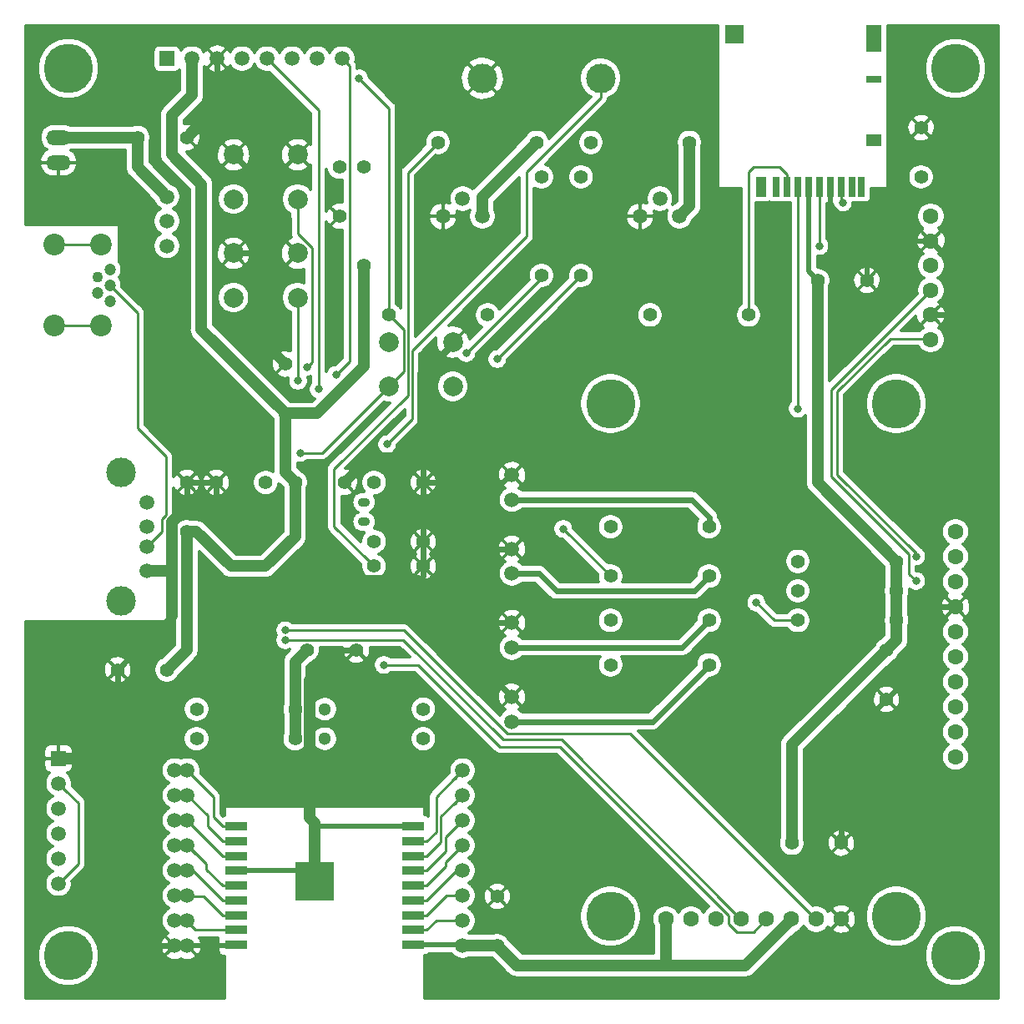
<source format=gtl>
G04 #@! TF.GenerationSoftware,KiCad,Pcbnew,(5.1.5)-3*
G04 #@! TF.CreationDate,2020-05-07T15:58:14+09:00*
G04 #@! TF.ProjectId,SAMD21G_TrainingBoard,53414d44-3231-4475-9f54-7261696e696e,rev?*
G04 #@! TF.SameCoordinates,Original*
G04 #@! TF.FileFunction,Copper,L1,Top*
G04 #@! TF.FilePolarity,Positive*
%FSLAX46Y46*%
G04 Gerber Fmt 4.6, Leading zero omitted, Abs format (unit mm)*
G04 Created by KiCad (PCBNEW (5.1.5)-3) date 2020-05-07 15:58:14*
%MOMM*%
%LPD*%
G04 APERTURE LIST*
%ADD10C,1.500000*%
%ADD11C,1.600000*%
%ADD12R,4.000000X4.000000*%
%ADD13R,2.200000X0.900000*%
%ADD14C,3.000000*%
%ADD15R,1.500000X1.500000*%
%ADD16C,1.400000*%
%ADD17C,1.200000*%
%ADD18C,1.100000*%
%ADD19C,2.200000*%
%ADD20O,2.500000X1.500000*%
%ADD21C,5.000000*%
%ADD22C,1.300000*%
%ADD23C,2.000000*%
%ADD24O,1.200000X0.900000*%
%ADD25R,0.700000X2.000000*%
%ADD26R,1.000000X2.000000*%
%ADD27R,1.600000X1.200000*%
%ADD28R,1.600000X0.800000*%
%ADD29R,1.600000X2.800000*%
%ADD30R,1.900000X1.900000*%
%ADD31C,0.800000*%
%ADD32C,0.250000*%
%ADD33C,1.200000*%
%ADD34C,0.600000*%
%ADD35C,0.500000*%
%ADD36C,1.000000*%
%ADD37C,0.300000*%
G04 APERTURE END LIST*
D10*
X115790000Y-144000000D03*
X115790000Y-141460000D03*
X115790000Y-138920000D03*
X115790000Y-136380000D03*
X115790000Y-133840000D03*
X115790000Y-131300000D03*
X115790000Y-128760000D03*
X115790000Y-126220000D03*
X117060000Y-144000000D03*
X117060000Y-141460000D03*
X117060000Y-138920000D03*
X117060000Y-136380000D03*
X117060000Y-133840000D03*
X117060000Y-131300000D03*
X117060000Y-128760000D03*
X117060000Y-126220000D03*
X145000000Y-126220000D03*
X145000000Y-128760000D03*
X145000000Y-131300000D03*
X145000000Y-133840000D03*
X145000000Y-136380000D03*
X145000000Y-138920000D03*
X145000000Y-141460000D03*
X145000000Y-144000000D03*
D11*
X192500000Y-70000000D03*
X192500000Y-72500000D03*
X192500000Y-75000000D03*
X192500000Y-77500000D03*
X192500000Y-80000000D03*
X192500000Y-82500000D03*
X195000000Y-124860000D03*
X195000000Y-122320000D03*
X195000000Y-119780000D03*
X195000000Y-117240000D03*
X195000000Y-114700000D03*
X195000000Y-112160000D03*
X195000000Y-109620000D03*
X195000000Y-107080000D03*
X195000000Y-104540000D03*
X195000000Y-102000000D03*
D12*
X130000000Y-137500000D03*
D13*
X122000000Y-143900000D03*
X122000000Y-142400000D03*
X122000000Y-140900000D03*
X122000000Y-139400000D03*
X122000000Y-137900000D03*
X122000000Y-136400000D03*
X122000000Y-134900000D03*
X122000000Y-133400000D03*
X122000000Y-131900000D03*
X140000000Y-131900000D03*
X140000000Y-133400000D03*
X140000000Y-134900000D03*
X140000000Y-136400000D03*
X140000000Y-137900000D03*
X140000000Y-139400000D03*
X140000000Y-140900000D03*
X140000000Y-142400000D03*
X140000000Y-143900000D03*
D14*
X147000000Y-56000000D03*
X159000000Y-56000000D03*
D10*
X132780000Y-54000000D03*
X130240000Y-54000000D03*
X127700000Y-54000000D03*
X125160000Y-54000000D03*
X122620000Y-54000000D03*
X120080000Y-54000000D03*
X117540000Y-54000000D03*
D15*
X115000000Y-54000000D03*
D16*
X132500000Y-65000000D03*
X132500000Y-70000000D03*
X191500000Y-61000000D03*
X191500000Y-66000000D03*
X141000000Y-97000000D03*
X136000000Y-97000000D03*
X136000000Y-103000000D03*
X141000000Y-103000000D03*
X127000000Y-90000000D03*
X127000000Y-85000000D03*
X141000000Y-105500000D03*
X136000000Y-105500000D03*
X120000000Y-97000000D03*
X125000000Y-97000000D03*
X133000000Y-97000000D03*
X128000000Y-97000000D03*
X181000000Y-76500000D03*
X186000000Y-76500000D03*
X134200000Y-114000000D03*
X129200000Y-114000000D03*
X117000000Y-102000000D03*
X117000000Y-97000000D03*
X115000000Y-116000000D03*
X110000000Y-116000000D03*
X148500000Y-144000000D03*
X148500000Y-139000000D03*
X188000000Y-114000000D03*
X188000000Y-119000000D03*
X178400000Y-133600000D03*
X183400000Y-133600000D03*
X112000000Y-62000000D03*
X117000000Y-62000000D03*
D17*
X109200000Y-77000000D03*
X109200000Y-75400000D03*
X109200000Y-78600000D03*
D18*
X108000000Y-76200000D03*
D17*
X108000000Y-77800000D03*
D19*
X108300000Y-72900000D03*
X108300000Y-81100000D03*
X103600000Y-72900000D03*
X103600000Y-81100000D03*
D15*
X104000000Y-125000000D03*
D10*
X104000000Y-127540000D03*
X104000000Y-130080000D03*
X104000000Y-132620000D03*
X104000000Y-135160000D03*
X104000000Y-137700000D03*
D14*
X110300000Y-96000000D03*
X110300000Y-109000000D03*
D10*
X113000000Y-99000000D03*
X113000000Y-101500000D03*
X113000000Y-103500000D03*
X113000000Y-106000000D03*
D20*
X104000000Y-62000000D03*
X104000000Y-64540000D03*
D10*
X115000000Y-73000000D03*
X115000000Y-70500000D03*
X115000000Y-68000000D03*
D16*
X135000000Y-75000000D03*
X135000000Y-65000000D03*
D21*
X189000000Y-89000000D03*
X160000000Y-89000000D03*
X160000000Y-141000000D03*
X189000000Y-141000000D03*
D11*
X183400000Y-141300000D03*
X180860000Y-141300000D03*
X178320000Y-141300000D03*
X175780000Y-141300000D03*
X173240000Y-141300000D03*
X170700000Y-141300000D03*
X168160000Y-141300000D03*
X165620000Y-141300000D03*
D10*
X150000000Y-96250000D03*
X150000000Y-98750000D03*
X150000000Y-106250000D03*
X150000000Y-103750000D03*
X150000000Y-111250000D03*
X150000000Y-113750000D03*
X150000000Y-121250000D03*
X150000000Y-118750000D03*
D16*
X174000000Y-80000000D03*
X164000000Y-80000000D03*
X168000000Y-62500000D03*
X158000000Y-62500000D03*
X142500000Y-62500000D03*
X152500000Y-62500000D03*
X153000000Y-76000000D03*
X153000000Y-66000000D03*
X137520000Y-80000000D03*
X147520000Y-80000000D03*
X157000000Y-66000000D03*
X157000000Y-76000000D03*
X160000000Y-101500000D03*
X170000000Y-101500000D03*
X170000000Y-106500000D03*
X160000000Y-106500000D03*
X179000000Y-111000000D03*
X189000000Y-111000000D03*
X189000000Y-108000000D03*
X179000000Y-108000000D03*
X189000000Y-105000000D03*
X179000000Y-105000000D03*
X170000000Y-111000000D03*
X160000000Y-111000000D03*
X160000000Y-115500000D03*
X170000000Y-115500000D03*
X128000000Y-123000000D03*
X118000000Y-123000000D03*
X118000000Y-120000000D03*
X128000000Y-120000000D03*
X141000000Y-120000000D03*
D22*
X131000000Y-120000000D03*
X131000000Y-123000000D03*
D16*
X141000000Y-123000000D03*
D23*
X144000000Y-87250000D03*
X137500000Y-87250000D03*
X137500000Y-82750000D03*
X144000000Y-82750000D03*
X128250000Y-63750000D03*
X121750000Y-63750000D03*
X121750000Y-68250000D03*
X128250000Y-68250000D03*
X128250000Y-78250000D03*
X121750000Y-78250000D03*
X121750000Y-73750000D03*
X128250000Y-73750000D03*
D10*
X147000000Y-70000000D03*
X143000000Y-70000000D03*
X145000000Y-68200000D03*
X165000000Y-68200000D03*
X163000000Y-70000000D03*
X167000000Y-70000000D03*
D24*
X135000000Y-99000000D03*
X135000000Y-101000000D03*
D21*
X105000000Y-55000000D03*
X195000000Y-55000000D03*
X195000000Y-145000000D03*
X105000000Y-145000000D03*
D25*
X185450000Y-67000000D03*
X184500000Y-67000000D03*
X176800000Y-67000000D03*
X177900000Y-67000000D03*
X179000000Y-67000000D03*
X180100000Y-67000000D03*
X181200000Y-67000000D03*
X182300000Y-67000000D03*
X183400000Y-67000000D03*
D26*
X175250000Y-67000000D03*
D27*
X186700000Y-62300000D03*
D28*
X186700000Y-56100000D03*
D29*
X186700000Y-51950000D03*
D30*
X172600000Y-51500000D03*
D31*
X129500000Y-117400000D03*
X128300000Y-107000000D03*
X124700000Y-103200000D03*
X128500000Y-94000000D03*
X134500000Y-56000000D03*
X130378400Y-87550600D03*
X132161900Y-86081100D03*
X148500000Y-84500000D03*
X145369100Y-83869700D03*
X129200000Y-85300000D03*
X128300000Y-86700000D03*
X137000000Y-115500000D03*
X127000000Y-113000000D03*
X191000000Y-104500000D03*
X174800000Y-109200000D03*
X191000000Y-107000000D03*
X181200000Y-73000000D03*
X179000000Y-89500000D03*
X183551400Y-68626000D03*
X155200004Y-101700000D03*
X137311400Y-93137700D03*
X127000000Y-112000000D03*
D32*
X139449989Y-88150711D02*
X131966900Y-95633800D01*
X131966900Y-95633800D02*
X131966900Y-101466900D01*
X131966900Y-101466900D02*
X135300001Y-104800001D01*
X135300001Y-104800001D02*
X136000000Y-105500000D01*
X142500000Y-62500000D02*
X139449989Y-65550011D01*
X139449989Y-65550011D02*
X139449989Y-88150711D01*
X115500000Y-144000000D02*
X115790000Y-144000000D01*
D33*
X110000000Y-125000000D02*
X110000000Y-140000000D01*
X110000000Y-140000000D02*
X114000000Y-144000000D01*
D34*
X114000000Y-144000000D02*
X115500000Y-144000000D01*
D32*
X144000000Y-83000000D02*
X144000000Y-82750000D01*
D33*
X141000000Y-94500000D02*
X141000000Y-86000000D01*
D34*
X141000000Y-86000000D02*
X144000000Y-83000000D01*
D32*
X150000000Y-118750000D02*
X149750000Y-118500000D01*
X121900000Y-144000000D02*
X122000000Y-143900000D01*
D35*
X121900000Y-144000000D02*
X122000000Y-144000000D01*
X117060000Y-144000000D02*
X121900000Y-144000000D01*
D32*
X149500000Y-96500000D02*
X149750000Y-96500000D01*
X149750000Y-96500000D02*
X150000000Y-96250000D01*
D34*
X149500000Y-96500000D02*
X150000000Y-96000000D01*
X146500000Y-97000000D02*
X149000000Y-97000000D01*
X149000000Y-97000000D02*
X149500000Y-96500000D01*
X110000000Y-116000000D02*
X110000000Y-125000000D01*
X141000000Y-103000000D02*
X141000000Y-105500000D01*
X141000000Y-97000000D02*
X141000000Y-103000000D01*
X150000000Y-111250000D02*
X146500000Y-111250000D01*
D33*
X146500000Y-103750000D02*
X146500000Y-111250000D01*
X146500000Y-97000000D02*
X146500000Y-103750000D01*
X124500000Y-73750000D02*
X124500000Y-82500000D01*
D36*
X124500000Y-82500000D02*
X127000000Y-85000000D01*
D34*
X121750000Y-63750000D02*
X124500000Y-66500000D01*
D33*
X124500000Y-66500000D02*
X124500000Y-73750000D01*
D34*
X141000000Y-97000000D02*
X141000000Y-94500000D01*
X134200000Y-114000000D02*
X132520000Y-114000000D01*
X132520000Y-114000000D02*
X129500000Y-117020000D01*
D33*
X129500000Y-117020000D02*
X129500000Y-117400000D01*
X195500000Y-80100000D02*
X195500000Y-95750000D01*
X195500000Y-95750000D02*
X192500000Y-98750000D01*
X192500000Y-98750000D02*
X192500000Y-109600000D01*
D35*
X186000000Y-76500000D02*
X186000000Y-72600000D01*
X186000000Y-72600000D02*
X185900000Y-72500000D01*
X182300000Y-67000000D02*
X182300000Y-68900000D01*
X182300000Y-68900000D02*
X185900000Y-72500000D01*
X185900000Y-72500000D02*
X192500000Y-72500000D01*
D36*
X133000000Y-97000000D02*
X135500000Y-94500000D01*
D33*
X135500000Y-94500000D02*
X141000000Y-94500000D01*
X130000000Y-131500000D02*
X129500000Y-131000000D01*
X129500000Y-131000000D02*
X129500000Y-117400000D01*
D35*
X122000000Y-136400000D02*
X128900000Y-136400000D01*
X128900000Y-136400000D02*
X130000000Y-137500000D01*
X140000000Y-131900000D02*
X130400000Y-131900000D01*
X130400000Y-131900000D02*
X130000000Y-131500000D01*
D33*
X130000000Y-131500000D02*
X130000000Y-137500000D01*
D34*
X121750000Y-73750000D02*
X124500000Y-73750000D01*
X150000000Y-103750000D02*
X146500000Y-103750000D01*
X141000000Y-97000000D02*
X146500000Y-97000000D01*
D33*
X146500000Y-111250000D02*
X146500000Y-115250000D01*
D34*
X146500000Y-115250000D02*
X149750000Y-118500000D01*
X117000000Y-97000000D02*
X120000000Y-97000000D01*
D33*
X104000000Y-125000000D02*
X110000000Y-125000000D01*
D34*
X192500000Y-80000000D02*
X195400000Y-80000000D01*
D33*
X195400000Y-80000000D02*
X195500000Y-80100000D01*
D34*
X192500000Y-72500000D02*
X195500000Y-75500000D01*
D33*
X195500000Y-75500000D02*
X195500000Y-80100000D01*
X192500000Y-109600000D02*
X192500000Y-114500000D01*
D34*
X192500000Y-114500000D02*
X188000000Y-119000000D01*
X195000000Y-109620000D02*
X192520000Y-109620000D01*
D33*
X192520000Y-109620000D02*
X192500000Y-109600000D01*
D34*
X120080000Y-54000000D02*
X120080000Y-58920000D01*
D33*
X120080000Y-58920000D02*
X117000000Y-62000000D01*
X117000000Y-99508163D02*
X115500000Y-101008163D01*
D34*
X110699999Y-115300001D02*
X110000000Y-116000000D01*
X115500000Y-110500000D02*
X110699999Y-115300001D01*
X117000000Y-97000000D02*
X117000000Y-99508163D01*
D33*
X115500000Y-101008163D02*
X115500000Y-106000000D01*
X115500000Y-106000000D02*
X115500000Y-110500000D01*
X113000000Y-106000000D02*
X115500000Y-106000000D01*
D34*
X120000000Y-98500000D02*
X124700000Y-103200000D01*
X120000000Y-97000000D02*
X120000000Y-98500000D01*
X141000000Y-105500000D02*
X141000000Y-106489949D01*
D33*
X140489949Y-107000000D02*
X128300000Y-107000000D01*
D34*
X141000000Y-106489949D02*
X140489949Y-107000000D01*
D33*
X183400000Y-133200000D02*
X183400000Y-133600000D01*
D34*
X188000000Y-119000000D02*
X183400000Y-123600000D01*
X183400000Y-123600000D02*
X183400000Y-133200000D01*
D32*
X178320000Y-141380000D02*
X178320000Y-141300000D01*
D33*
X178320000Y-141380000D02*
X178400000Y-141300000D01*
X189000000Y-108000000D02*
X189000000Y-111000000D01*
X189000000Y-105000000D02*
X189000000Y-108000000D01*
X165620000Y-141300000D02*
X165620000Y-142431000D01*
X165620000Y-142431000D02*
X165600000Y-142451000D01*
X165600000Y-142451000D02*
X165600000Y-144700000D01*
X127000000Y-95000000D02*
X127000000Y-90000000D01*
X128000000Y-97000000D02*
X127000000Y-96000000D01*
X127000000Y-96000000D02*
X127000000Y-95000000D01*
X129200000Y-114000000D02*
X128000000Y-115200000D01*
X128000000Y-115200000D02*
X128000000Y-120000000D01*
X181000000Y-76500000D02*
X181000000Y-97000000D01*
X181000000Y-97000000D02*
X189000000Y-105000000D01*
D35*
X180100000Y-67000000D02*
X180100000Y-75600000D01*
X180100000Y-75600000D02*
X181000000Y-76500000D01*
D33*
X135000000Y-75000000D02*
X135000000Y-85250000D01*
X135000000Y-85250000D02*
X130250000Y-90000000D01*
X130250000Y-90000000D02*
X127000000Y-90000000D01*
D35*
X140000000Y-143900000D02*
X144900000Y-143900000D01*
X144900000Y-143900000D02*
X145000000Y-144000000D01*
D33*
X117540000Y-54000000D02*
X117540000Y-57710000D01*
X117540000Y-57710000D02*
X115500000Y-59750000D01*
X115500000Y-59750000D02*
X115500000Y-63750000D01*
X115500000Y-63750000D02*
X118500000Y-66750000D01*
X118500000Y-66750000D02*
X118500000Y-81500000D01*
X118500000Y-81500000D02*
X127000000Y-90000000D01*
X128000000Y-120000000D02*
X128000000Y-123000000D01*
X148500000Y-144000000D02*
X145000000Y-144000000D01*
X189000000Y-111000000D02*
X189000000Y-113000000D01*
X189000000Y-113000000D02*
X188000000Y-114000000D01*
X128000000Y-97989949D02*
X128000000Y-97000000D01*
X117989949Y-102000000D02*
X121489949Y-105500000D01*
X117000000Y-102000000D02*
X117989949Y-102000000D01*
X121489949Y-105500000D02*
X125000000Y-105500000D01*
X125000000Y-105500000D02*
X128000000Y-102500000D01*
X128000000Y-102500000D02*
X128000000Y-97989949D01*
X117000000Y-114000000D02*
X117000000Y-102000000D01*
X115000000Y-116000000D02*
X117000000Y-114000000D01*
X178400000Y-123600000D02*
X178400000Y-133600000D01*
X188000000Y-114000000D02*
X178400000Y-123600000D01*
X173700000Y-146000000D02*
X178320000Y-141380000D01*
X165600000Y-144700000D02*
X165600000Y-146000000D01*
X165600000Y-146000000D02*
X173700000Y-146000000D01*
X150500000Y-146000000D02*
X165600000Y-146000000D01*
X148500000Y-144000000D02*
X150500000Y-146000000D01*
X112000000Y-62000000D02*
X104000000Y-62000000D01*
X112000000Y-62000000D02*
X112000000Y-65000000D01*
X112000000Y-65000000D02*
X115000000Y-68000000D01*
D32*
X137520000Y-79010100D02*
X137520000Y-59020000D01*
X137520000Y-59020000D02*
X134500000Y-56000000D01*
X137520000Y-80000000D02*
X137520000Y-79010100D01*
X137500000Y-87250000D02*
X130750000Y-94000000D01*
X130750000Y-94000000D02*
X128500000Y-94000000D01*
X137520000Y-79010100D02*
X137500000Y-78990100D01*
X138999978Y-85750022D02*
X138499999Y-86250001D01*
X137520000Y-80000000D02*
X138999978Y-81479978D01*
X138999978Y-81479978D02*
X138999978Y-85750022D01*
X138499999Y-86250001D02*
X137500000Y-87250000D01*
X125160000Y-54000000D02*
X130378400Y-59218400D01*
X130378400Y-59218400D02*
X130378400Y-87550600D01*
X132780000Y-54000000D02*
X133528800Y-54748800D01*
X133528800Y-54748800D02*
X133528800Y-84714200D01*
X133528800Y-84714200D02*
X132161900Y-86081100D01*
X114500000Y-102000000D02*
X113000000Y-103500000D01*
X109200000Y-77000000D02*
X112000000Y-79800000D01*
X112000000Y-79800000D02*
X112000000Y-91500000D01*
X114900000Y-94400000D02*
X114900000Y-100300000D01*
X112000000Y-91500000D02*
X114900000Y-94400000D01*
X114900000Y-100300000D02*
X114500000Y-100700000D01*
X114500000Y-100700000D02*
X114500000Y-102000000D01*
X104749999Y-128289999D02*
X104789999Y-128289999D01*
X104000000Y-127540000D02*
X104749999Y-128289999D01*
X104789999Y-128289999D02*
X106000000Y-129500000D01*
X106000000Y-129500000D02*
X106000000Y-135700000D01*
X106000000Y-135700000D02*
X104000000Y-137700000D01*
X157000000Y-76000000D02*
X156500000Y-76500000D01*
X156500000Y-76500000D02*
X148500000Y-84500000D01*
X153000000Y-76000000D02*
X153000000Y-76238800D01*
X153000000Y-76238800D02*
X145369100Y-83869700D01*
X128300000Y-70000000D02*
X128250000Y-69950000D01*
X128250000Y-69950000D02*
X128250000Y-68250000D01*
X128300000Y-70000000D02*
X128300000Y-68200000D01*
X128300000Y-71800000D02*
X128300000Y-70000000D01*
X129200000Y-85300000D02*
X129700000Y-84800000D01*
X129700000Y-84800000D02*
X129700000Y-73200000D01*
X129700000Y-73200000D02*
X128300000Y-71800000D01*
X128300000Y-81249900D02*
X128300000Y-78300000D01*
X128300000Y-86700000D02*
X128300000Y-81249900D01*
X117100000Y-131325000D02*
X117085000Y-131325000D01*
X117085000Y-131325000D02*
X117060000Y-131300000D01*
X117100000Y-131325000D02*
X117100000Y-131300000D01*
X122000000Y-134900000D02*
X120650000Y-134900000D01*
X120650000Y-134900000D02*
X117100000Y-131350000D01*
X117100000Y-131350000D02*
X117100000Y-131325000D01*
X115790000Y-131300000D02*
X117060000Y-131300000D01*
X122000000Y-133400000D02*
X120650000Y-133400000D01*
X120650000Y-133400000D02*
X119100000Y-131850000D01*
X119100000Y-131850000D02*
X119100000Y-130800000D01*
X119100000Y-130800000D02*
X117100000Y-128800000D01*
X117100000Y-128800000D02*
X117060000Y-128760000D01*
X115790000Y-128760000D02*
X117060000Y-128760000D01*
X140500000Y-115500000D02*
X137000000Y-115500000D01*
X148800000Y-123800000D02*
X140500000Y-115500000D01*
X154865000Y-123800000D02*
X148800000Y-123800000D01*
X174480000Y-142600000D02*
X172800000Y-142600000D01*
X172800000Y-142600000D02*
X172000000Y-141800000D01*
X175780000Y-141300000D02*
X174480000Y-142600000D01*
X172000000Y-141800000D02*
X172000000Y-140935000D01*
X172000000Y-140935000D02*
X154865000Y-123800000D01*
X173200000Y-141300000D02*
X173240000Y-141300000D01*
X155000000Y-123100000D02*
X173200000Y-141300000D01*
X127566000Y-113000000D02*
X127591000Y-112975000D01*
X127000000Y-113000000D02*
X127566000Y-113000000D01*
X138975000Y-112975000D02*
X149100000Y-123100000D01*
X127591000Y-112975000D02*
X138975000Y-112975000D01*
X149100000Y-123100000D02*
X155000000Y-123100000D01*
X188400000Y-82400000D02*
X192600000Y-82400000D01*
X183000000Y-87800000D02*
X188400000Y-82400000D01*
X183000000Y-96200000D02*
X183000000Y-87800000D01*
X191000000Y-104500000D02*
X191000000Y-104200000D01*
X191000000Y-104200000D02*
X183000000Y-96200000D01*
X179000000Y-111000000D02*
X176600000Y-111000000D01*
X176600000Y-111000000D02*
X174800000Y-109200000D01*
X190275000Y-106275000D02*
X191000000Y-107000000D01*
X190275000Y-106275000D02*
X190275000Y-104275000D01*
X190275000Y-104275000D02*
X182400000Y-96400000D01*
X182400000Y-96400000D02*
X182400000Y-87600000D01*
X182400000Y-87600000D02*
X192400000Y-77600000D01*
X181200000Y-67000000D02*
X181200000Y-71800000D01*
X181200000Y-71800000D02*
X181200000Y-73000000D01*
X179000000Y-89500000D02*
X179000000Y-67000000D01*
X183551400Y-68626000D02*
X183400000Y-68474600D01*
X183400000Y-68474600D02*
X183400000Y-67000000D01*
X160000000Y-106500000D02*
X155200004Y-101700004D01*
X155200004Y-101700004D02*
X155200004Y-101700000D01*
X139900000Y-90549100D02*
X137311400Y-93137700D01*
X159000000Y-58000000D02*
X151495500Y-65504500D01*
X159000000Y-56000000D02*
X159000000Y-58000000D01*
X151495500Y-65504500D02*
X151495500Y-72039700D01*
X151495500Y-72039700D02*
X139900000Y-83635200D01*
X139900000Y-83635200D02*
X139900000Y-90549100D01*
D33*
X168000000Y-62500000D02*
X168000000Y-69000000D01*
X168000000Y-69000000D02*
X167000000Y-70000000D01*
X152500000Y-62500000D02*
X147000000Y-68000000D01*
X147000000Y-68000000D02*
X147000000Y-70000000D01*
D32*
X117060000Y-136380000D02*
X115790000Y-136380000D01*
X117100000Y-136400000D02*
X117080000Y-136380000D01*
X117080000Y-136380000D02*
X117060000Y-136380000D01*
X122000000Y-139400000D02*
X120650000Y-139400000D01*
X120650000Y-139400000D02*
X117650000Y-136400000D01*
X117650000Y-136400000D02*
X117100000Y-136400000D01*
X144940000Y-141400000D02*
X145000000Y-141460000D01*
X144940000Y-141400000D02*
X145000000Y-141400000D01*
X140000000Y-142400000D02*
X141350000Y-142400000D01*
X141350000Y-142400000D02*
X142350000Y-141400000D01*
X142350000Y-141400000D02*
X144940000Y-141400000D01*
X144145100Y-127054900D02*
X144165100Y-127054900D01*
X144165100Y-127054900D02*
X145000000Y-126220000D01*
X144145100Y-127054900D02*
X145000000Y-126200000D01*
X140000000Y-133400000D02*
X141350000Y-133400000D01*
X141350000Y-133400000D02*
X142300000Y-132450000D01*
X142300000Y-132450000D02*
X142300000Y-128900000D01*
X142300000Y-128900000D02*
X144145100Y-127054900D01*
X145000000Y-136380000D02*
X145000000Y-136400000D01*
X140000000Y-139400000D02*
X141350000Y-139400000D01*
X141350000Y-139400000D02*
X144350000Y-136400000D01*
X144350000Y-136400000D02*
X145000000Y-136400000D01*
X144900000Y-138900000D02*
X144980000Y-138900000D01*
X144980000Y-138900000D02*
X145000000Y-138920000D01*
X140000000Y-140900000D02*
X141350000Y-140900000D01*
X141350000Y-140900000D02*
X143350000Y-138900000D01*
X143350000Y-138900000D02*
X144900000Y-138900000D01*
X144262600Y-134537400D02*
X144302600Y-134537400D01*
X144302600Y-134537400D02*
X145000000Y-133840000D01*
X144262600Y-134537400D02*
X145000000Y-133800000D01*
X140000000Y-137900000D02*
X141350000Y-137900000D01*
X141350000Y-137900000D02*
X143300000Y-135950000D01*
X143300000Y-135950000D02*
X143300000Y-135500000D01*
X143300000Y-135500000D02*
X144262600Y-134537400D01*
X140000000Y-136400000D02*
X141350000Y-136400000D01*
X141350000Y-136400000D02*
X143300000Y-134450000D01*
X143300000Y-134450000D02*
X143300000Y-133000000D01*
X143300000Y-133000000D02*
X145000000Y-131300000D01*
X144125100Y-129574900D02*
X144185100Y-129574900D01*
X144185100Y-129574900D02*
X145000000Y-128760000D01*
X144125100Y-129574900D02*
X145000000Y-128700000D01*
X140000000Y-134900000D02*
X141350000Y-134900000D01*
X141350000Y-134900000D02*
X142800000Y-133450000D01*
X142800000Y-133450000D02*
X142800000Y-130900000D01*
X142800000Y-130900000D02*
X144125100Y-129574900D01*
X115790000Y-126220000D02*
X116980000Y-126220000D01*
X116980000Y-126220000D02*
X117000000Y-126200000D01*
X117040000Y-126240000D02*
X117000000Y-126200000D01*
X122000000Y-131900000D02*
X120650000Y-131900000D01*
X120650000Y-131900000D02*
X119700000Y-130950000D01*
X119700000Y-130950000D02*
X119700000Y-128900000D01*
X119700000Y-128900000D02*
X117040000Y-126240000D01*
X117060000Y-126220000D02*
X117040000Y-126240000D01*
X115790000Y-133840000D02*
X117060000Y-133840000D01*
X117964900Y-134664900D02*
X117884900Y-134664900D01*
X117884900Y-134664900D02*
X117060000Y-133840000D01*
X122000000Y-137900000D02*
X120650000Y-137900000D01*
X120650000Y-137900000D02*
X119000000Y-136250000D01*
X119000000Y-136250000D02*
X119000000Y-135700000D01*
X119000000Y-135700000D02*
X117964900Y-134664900D01*
X117964900Y-134664900D02*
X117100000Y-133800000D01*
X117000000Y-139000000D02*
X115870000Y-139000000D01*
X115870000Y-139000000D02*
X115790000Y-138920000D01*
X117140000Y-139000000D02*
X117000000Y-139000000D01*
X117140000Y-139000000D02*
X117060000Y-138920000D01*
X122000000Y-140900000D02*
X120650000Y-140900000D01*
X120650000Y-140900000D02*
X118750000Y-139000000D01*
X118750000Y-139000000D02*
X117140000Y-139000000D01*
X115790000Y-141460000D02*
X116960000Y-141460000D01*
X116960000Y-141460000D02*
X117000000Y-141500000D01*
X117007500Y-141507500D02*
X117000000Y-141500000D01*
X117060000Y-141460000D02*
X117055000Y-141460000D01*
X117055000Y-141460000D02*
X117007500Y-141507500D01*
X122000000Y-142400000D02*
X117900000Y-142400000D01*
X117900000Y-142400000D02*
X117007500Y-141507500D01*
D34*
X170000000Y-101500000D02*
X170000000Y-100510000D01*
X170000000Y-100510000D02*
X168240000Y-98750000D01*
X168240000Y-98750000D02*
X150000000Y-98750000D01*
X168500000Y-108000000D02*
X170000000Y-106500000D01*
X154500000Y-108000000D02*
X168500000Y-108000000D01*
X150000000Y-106250000D02*
X152750000Y-106250000D01*
X152750000Y-106250000D02*
X154500000Y-108000000D01*
X150000000Y-113750000D02*
X167250000Y-113750000D01*
X167250000Y-113750000D02*
X170000000Y-111000000D01*
X150000000Y-121250000D02*
X164250000Y-121250000D01*
X164250000Y-121250000D02*
X170000000Y-115500000D01*
D32*
X103600000Y-72900000D02*
X108300000Y-72900000D01*
X103600000Y-81100000D02*
X108300000Y-81100000D01*
X149500000Y-122500000D02*
X139000000Y-112000000D01*
X162000000Y-122500000D02*
X149500000Y-122500000D01*
X180860000Y-141300000D02*
X180800000Y-141300000D01*
X139000000Y-112000000D02*
X127000000Y-112000000D01*
X180800000Y-141300000D02*
X162000000Y-122500000D01*
X177900000Y-67000000D02*
X177900000Y-65750000D01*
X177900000Y-65750000D02*
X177150000Y-65000000D01*
X177150000Y-65000000D02*
X174500000Y-65000000D01*
X174500000Y-65000000D02*
X174000000Y-65500000D01*
X174000000Y-65500000D02*
X174000000Y-80000000D01*
X178000000Y-67100000D02*
X177900000Y-67000000D01*
D37*
G36*
X170850000Y-67000000D02*
G01*
X170852882Y-67029264D01*
X170861418Y-67057403D01*
X170875280Y-67083336D01*
X170893934Y-67106066D01*
X170916664Y-67124720D01*
X170942597Y-67138582D01*
X170970736Y-67147118D01*
X171000000Y-67150000D01*
X173217000Y-67150000D01*
X173217001Y-78889930D01*
X173134325Y-78945172D01*
X172945172Y-79134325D01*
X172796556Y-79356746D01*
X172694187Y-79603886D01*
X172642000Y-79866249D01*
X172642000Y-80133751D01*
X172694187Y-80396114D01*
X172796556Y-80643254D01*
X172945172Y-80865675D01*
X173134325Y-81054828D01*
X173356746Y-81203444D01*
X173603886Y-81305813D01*
X173866249Y-81358000D01*
X174133751Y-81358000D01*
X174396114Y-81305813D01*
X174643254Y-81203444D01*
X174865675Y-81054828D01*
X175054828Y-80865675D01*
X175203444Y-80643254D01*
X175305813Y-80396114D01*
X175358000Y-80133751D01*
X175358000Y-79866249D01*
X175305813Y-79603886D01*
X175203444Y-79356746D01*
X175054828Y-79134325D01*
X174865675Y-78945172D01*
X174783000Y-78889931D01*
X174783000Y-68661183D01*
X175750000Y-68661183D01*
X175878990Y-68648479D01*
X176003024Y-68610853D01*
X176100000Y-68559019D01*
X176196976Y-68610853D01*
X176321010Y-68648479D01*
X176450000Y-68661183D01*
X177150000Y-68661183D01*
X177278990Y-68648479D01*
X177350000Y-68626938D01*
X177421010Y-68648479D01*
X177550000Y-68661183D01*
X178217001Y-68661183D01*
X178217000Y-88786762D01*
X178178198Y-88825564D01*
X178062413Y-88998849D01*
X177982659Y-89191393D01*
X177942000Y-89395796D01*
X177942000Y-89604204D01*
X177982659Y-89808607D01*
X178062413Y-90001151D01*
X178178198Y-90174436D01*
X178325564Y-90321802D01*
X178498849Y-90437587D01*
X178691393Y-90517341D01*
X178895796Y-90558000D01*
X179104204Y-90558000D01*
X179308607Y-90517341D01*
X179501151Y-90437587D01*
X179674436Y-90321802D01*
X179742001Y-90254237D01*
X179742001Y-96938198D01*
X179735914Y-97000000D01*
X179760203Y-97246610D01*
X179832137Y-97483744D01*
X179924389Y-97656335D01*
X179948952Y-97702289D01*
X180106157Y-97893844D01*
X180154160Y-97933239D01*
X187742000Y-105521081D01*
X187742001Y-107488454D01*
X187694187Y-107603886D01*
X187642000Y-107866249D01*
X187642000Y-108133751D01*
X187694187Y-108396114D01*
X187742000Y-108511545D01*
X187742001Y-110488454D01*
X187694187Y-110603886D01*
X187642000Y-110866249D01*
X187642000Y-111133751D01*
X187694187Y-111396114D01*
X187742000Y-111511545D01*
X187742001Y-112478919D01*
X187472178Y-112748742D01*
X187356746Y-112796556D01*
X187134325Y-112945172D01*
X186945172Y-113134325D01*
X186796556Y-113356746D01*
X186748743Y-113472177D01*
X177554165Y-122666756D01*
X177506156Y-122706156D01*
X177374772Y-122866249D01*
X177348951Y-122897712D01*
X177232137Y-123116256D01*
X177160203Y-123353390D01*
X177135914Y-123600000D01*
X177142000Y-123661792D01*
X177142001Y-133088453D01*
X177094187Y-133203886D01*
X177042000Y-133466249D01*
X177042000Y-133733751D01*
X177094187Y-133996114D01*
X177196556Y-134243254D01*
X177345172Y-134465675D01*
X177534325Y-134654828D01*
X177756746Y-134803444D01*
X178003886Y-134905813D01*
X178266249Y-134958000D01*
X178533751Y-134958000D01*
X178796114Y-134905813D01*
X179043254Y-134803444D01*
X179265675Y-134654828D01*
X179419291Y-134501212D01*
X182505859Y-134501212D01*
X182547638Y-134781683D01*
X182794550Y-134925264D01*
X183064730Y-135017917D01*
X183347794Y-135056080D01*
X183632864Y-135038286D01*
X183908986Y-134965220D01*
X184165548Y-134839690D01*
X184252362Y-134781683D01*
X184294141Y-134501212D01*
X183400000Y-133607071D01*
X182505859Y-134501212D01*
X179419291Y-134501212D01*
X179454828Y-134465675D01*
X179603444Y-134243254D01*
X179705813Y-133996114D01*
X179758000Y-133733751D01*
X179758000Y-133547794D01*
X181943920Y-133547794D01*
X181961714Y-133832864D01*
X182034780Y-134108986D01*
X182160310Y-134365548D01*
X182218317Y-134452362D01*
X182498788Y-134494141D01*
X183392929Y-133600000D01*
X183407071Y-133600000D01*
X184301212Y-134494141D01*
X184581683Y-134452362D01*
X184725264Y-134205450D01*
X184817917Y-133935270D01*
X184856080Y-133652206D01*
X184838286Y-133367136D01*
X184765220Y-133091014D01*
X184639690Y-132834452D01*
X184581683Y-132747638D01*
X184301212Y-132705859D01*
X183407071Y-133600000D01*
X183392929Y-133600000D01*
X182498788Y-132705859D01*
X182218317Y-132747638D01*
X182074736Y-132994550D01*
X181982083Y-133264730D01*
X181943920Y-133547794D01*
X179758000Y-133547794D01*
X179758000Y-133466249D01*
X179705813Y-133203886D01*
X179658000Y-133088456D01*
X179658000Y-132698788D01*
X182505859Y-132698788D01*
X183400000Y-133592929D01*
X184294141Y-132698788D01*
X184252362Y-132418317D01*
X184005450Y-132274736D01*
X183735270Y-132182083D01*
X183452206Y-132143920D01*
X183167136Y-132161714D01*
X182891014Y-132234780D01*
X182634452Y-132360310D01*
X182547638Y-132418317D01*
X182505859Y-132698788D01*
X179658000Y-132698788D01*
X179658000Y-124121079D01*
X183877867Y-119901212D01*
X187105859Y-119901212D01*
X187147638Y-120181683D01*
X187394550Y-120325264D01*
X187664730Y-120417917D01*
X187947794Y-120456080D01*
X188232864Y-120438286D01*
X188508986Y-120365220D01*
X188765548Y-120239690D01*
X188852362Y-120181683D01*
X188894141Y-119901212D01*
X188000000Y-119007071D01*
X187105859Y-119901212D01*
X183877867Y-119901212D01*
X184831285Y-118947794D01*
X186543920Y-118947794D01*
X186561714Y-119232864D01*
X186634780Y-119508986D01*
X186760310Y-119765548D01*
X186818317Y-119852362D01*
X187098788Y-119894141D01*
X187992929Y-119000000D01*
X188007071Y-119000000D01*
X188901212Y-119894141D01*
X189181683Y-119852362D01*
X189325264Y-119605450D01*
X189417917Y-119335270D01*
X189456080Y-119052206D01*
X189438286Y-118767136D01*
X189365220Y-118491014D01*
X189239690Y-118234452D01*
X189181683Y-118147638D01*
X188901212Y-118105859D01*
X188007071Y-119000000D01*
X187992929Y-119000000D01*
X187098788Y-118105859D01*
X186818317Y-118147638D01*
X186674736Y-118394550D01*
X186582083Y-118664730D01*
X186543920Y-118947794D01*
X184831285Y-118947794D01*
X185680291Y-118098788D01*
X187105859Y-118098788D01*
X188000000Y-118992929D01*
X188894141Y-118098788D01*
X188852362Y-117818317D01*
X188605450Y-117674736D01*
X188335270Y-117582083D01*
X188052206Y-117543920D01*
X187767136Y-117561714D01*
X187491014Y-117634780D01*
X187234452Y-117760310D01*
X187147638Y-117818317D01*
X187105859Y-118098788D01*
X185680291Y-118098788D01*
X188527823Y-115251257D01*
X188643254Y-115203444D01*
X188865675Y-115054828D01*
X189054828Y-114865675D01*
X189203444Y-114643254D01*
X189251258Y-114527822D01*
X189845846Y-113933235D01*
X189893844Y-113893844D01*
X190051049Y-113702289D01*
X190167863Y-113483745D01*
X190239797Y-113246611D01*
X190258000Y-113061792D01*
X190264086Y-113000000D01*
X190258000Y-112938208D01*
X190258000Y-112016399D01*
X193542000Y-112016399D01*
X193542000Y-112303601D01*
X193598030Y-112585283D01*
X193707937Y-112850622D01*
X193867497Y-113089421D01*
X194070579Y-113292503D01*
X194276358Y-113430000D01*
X194070579Y-113567497D01*
X193867497Y-113770579D01*
X193707937Y-114009378D01*
X193598030Y-114274717D01*
X193542000Y-114556399D01*
X193542000Y-114843601D01*
X193598030Y-115125283D01*
X193707937Y-115390622D01*
X193867497Y-115629421D01*
X194070579Y-115832503D01*
X194276358Y-115970000D01*
X194070579Y-116107497D01*
X193867497Y-116310579D01*
X193707937Y-116549378D01*
X193598030Y-116814717D01*
X193542000Y-117096399D01*
X193542000Y-117383601D01*
X193598030Y-117665283D01*
X193707937Y-117930622D01*
X193867497Y-118169421D01*
X194070579Y-118372503D01*
X194276358Y-118510000D01*
X194070579Y-118647497D01*
X193867497Y-118850579D01*
X193707937Y-119089378D01*
X193598030Y-119354717D01*
X193542000Y-119636399D01*
X193542000Y-119923601D01*
X193598030Y-120205283D01*
X193707937Y-120470622D01*
X193867497Y-120709421D01*
X194070579Y-120912503D01*
X194276358Y-121050000D01*
X194070579Y-121187497D01*
X193867497Y-121390579D01*
X193707937Y-121629378D01*
X193598030Y-121894717D01*
X193542000Y-122176399D01*
X193542000Y-122463601D01*
X193598030Y-122745283D01*
X193707937Y-123010622D01*
X193867497Y-123249421D01*
X194070579Y-123452503D01*
X194276358Y-123590000D01*
X194070579Y-123727497D01*
X193867497Y-123930579D01*
X193707937Y-124169378D01*
X193598030Y-124434717D01*
X193542000Y-124716399D01*
X193542000Y-125003601D01*
X193598030Y-125285283D01*
X193707937Y-125550622D01*
X193867497Y-125789421D01*
X194070579Y-125992503D01*
X194309378Y-126152063D01*
X194574717Y-126261970D01*
X194856399Y-126318000D01*
X195143601Y-126318000D01*
X195425283Y-126261970D01*
X195690622Y-126152063D01*
X195929421Y-125992503D01*
X196132503Y-125789421D01*
X196292063Y-125550622D01*
X196401970Y-125285283D01*
X196458000Y-125003601D01*
X196458000Y-124716399D01*
X196401970Y-124434717D01*
X196292063Y-124169378D01*
X196132503Y-123930579D01*
X195929421Y-123727497D01*
X195723642Y-123590000D01*
X195929421Y-123452503D01*
X196132503Y-123249421D01*
X196292063Y-123010622D01*
X196401970Y-122745283D01*
X196458000Y-122463601D01*
X196458000Y-122176399D01*
X196401970Y-121894717D01*
X196292063Y-121629378D01*
X196132503Y-121390579D01*
X195929421Y-121187497D01*
X195723642Y-121050000D01*
X195929421Y-120912503D01*
X196132503Y-120709421D01*
X196292063Y-120470622D01*
X196401970Y-120205283D01*
X196458000Y-119923601D01*
X196458000Y-119636399D01*
X196401970Y-119354717D01*
X196292063Y-119089378D01*
X196132503Y-118850579D01*
X195929421Y-118647497D01*
X195723642Y-118510000D01*
X195929421Y-118372503D01*
X196132503Y-118169421D01*
X196292063Y-117930622D01*
X196401970Y-117665283D01*
X196458000Y-117383601D01*
X196458000Y-117096399D01*
X196401970Y-116814717D01*
X196292063Y-116549378D01*
X196132503Y-116310579D01*
X195929421Y-116107497D01*
X195723642Y-115970000D01*
X195929421Y-115832503D01*
X196132503Y-115629421D01*
X196292063Y-115390622D01*
X196401970Y-115125283D01*
X196458000Y-114843601D01*
X196458000Y-114556399D01*
X196401970Y-114274717D01*
X196292063Y-114009378D01*
X196132503Y-113770579D01*
X195929421Y-113567497D01*
X195723642Y-113430000D01*
X195929421Y-113292503D01*
X196132503Y-113089421D01*
X196292063Y-112850622D01*
X196401970Y-112585283D01*
X196458000Y-112303601D01*
X196458000Y-112016399D01*
X196401970Y-111734717D01*
X196292063Y-111469378D01*
X196132503Y-111230579D01*
X195929421Y-111027497D01*
X195811386Y-110948628D01*
X195818051Y-110945369D01*
X195911426Y-110882977D01*
X195965194Y-110592265D01*
X195000000Y-109627071D01*
X194034806Y-110592265D01*
X194088574Y-110882977D01*
X194194573Y-110944647D01*
X194070579Y-111027497D01*
X193867497Y-111230579D01*
X193707937Y-111469378D01*
X193598030Y-111734717D01*
X193542000Y-112016399D01*
X190258000Y-112016399D01*
X190258000Y-111511544D01*
X190305813Y-111396114D01*
X190358000Y-111133751D01*
X190358000Y-110866249D01*
X190305813Y-110603886D01*
X190258000Y-110488456D01*
X190258000Y-109563849D01*
X193443512Y-109563849D01*
X193462465Y-109868584D01*
X193540504Y-110163766D01*
X193674631Y-110438051D01*
X193737023Y-110531426D01*
X194027735Y-110585194D01*
X194992929Y-109620000D01*
X195007071Y-109620000D01*
X195972265Y-110585194D01*
X196262977Y-110531426D01*
X196416519Y-110267518D01*
X196515626Y-109978727D01*
X196556488Y-109676151D01*
X196537535Y-109371416D01*
X196459496Y-109076234D01*
X196325369Y-108801949D01*
X196262977Y-108708574D01*
X195972265Y-108654806D01*
X195007071Y-109620000D01*
X194992929Y-109620000D01*
X194027735Y-108654806D01*
X193737023Y-108708574D01*
X193583481Y-108972482D01*
X193484374Y-109261273D01*
X193443512Y-109563849D01*
X190258000Y-109563849D01*
X190258000Y-108511544D01*
X190305813Y-108396114D01*
X190358000Y-108133751D01*
X190358000Y-107866249D01*
X190352776Y-107839984D01*
X190498849Y-107937587D01*
X190691393Y-108017341D01*
X190895796Y-108058000D01*
X191104204Y-108058000D01*
X191308607Y-108017341D01*
X191501151Y-107937587D01*
X191674436Y-107821802D01*
X191821802Y-107674436D01*
X191937587Y-107501151D01*
X192017341Y-107308607D01*
X192058000Y-107104204D01*
X192058000Y-106895796D01*
X192017341Y-106691393D01*
X191937587Y-106498849D01*
X191821802Y-106325564D01*
X191674436Y-106178198D01*
X191501151Y-106062413D01*
X191308607Y-105982659D01*
X191104204Y-105942000D01*
X191058000Y-105942000D01*
X191058000Y-105558000D01*
X191104204Y-105558000D01*
X191308607Y-105517341D01*
X191501151Y-105437587D01*
X191674436Y-105321802D01*
X191821802Y-105174436D01*
X191937587Y-105001151D01*
X192017341Y-104808607D01*
X192058000Y-104604204D01*
X192058000Y-104395796D01*
X192017341Y-104191393D01*
X191937587Y-103998849D01*
X191821802Y-103825564D01*
X191674436Y-103678198D01*
X191501151Y-103562413D01*
X191447533Y-103540204D01*
X189763728Y-101856399D01*
X193542000Y-101856399D01*
X193542000Y-102143601D01*
X193598030Y-102425283D01*
X193707937Y-102690622D01*
X193867497Y-102929421D01*
X194070579Y-103132503D01*
X194276358Y-103270000D01*
X194070579Y-103407497D01*
X193867497Y-103610579D01*
X193707937Y-103849378D01*
X193598030Y-104114717D01*
X193542000Y-104396399D01*
X193542000Y-104683601D01*
X193598030Y-104965283D01*
X193707937Y-105230622D01*
X193867497Y-105469421D01*
X194070579Y-105672503D01*
X194276358Y-105810000D01*
X194070579Y-105947497D01*
X193867497Y-106150579D01*
X193707937Y-106389378D01*
X193598030Y-106654717D01*
X193542000Y-106936399D01*
X193542000Y-107223601D01*
X193598030Y-107505283D01*
X193707937Y-107770622D01*
X193867497Y-108009421D01*
X194070579Y-108212503D01*
X194188614Y-108291372D01*
X194181949Y-108294631D01*
X194088574Y-108357023D01*
X194034806Y-108647735D01*
X195000000Y-109612929D01*
X195965194Y-108647735D01*
X195911426Y-108357023D01*
X195805427Y-108295353D01*
X195929421Y-108212503D01*
X196132503Y-108009421D01*
X196292063Y-107770622D01*
X196401970Y-107505283D01*
X196458000Y-107223601D01*
X196458000Y-106936399D01*
X196401970Y-106654717D01*
X196292063Y-106389378D01*
X196132503Y-106150579D01*
X195929421Y-105947497D01*
X195723642Y-105810000D01*
X195929421Y-105672503D01*
X196132503Y-105469421D01*
X196292063Y-105230622D01*
X196401970Y-104965283D01*
X196458000Y-104683601D01*
X196458000Y-104396399D01*
X196401970Y-104114717D01*
X196292063Y-103849378D01*
X196132503Y-103610579D01*
X195929421Y-103407497D01*
X195723642Y-103270000D01*
X195929421Y-103132503D01*
X196132503Y-102929421D01*
X196292063Y-102690622D01*
X196401970Y-102425283D01*
X196458000Y-102143601D01*
X196458000Y-101856399D01*
X196401970Y-101574717D01*
X196292063Y-101309378D01*
X196132503Y-101070579D01*
X195929421Y-100867497D01*
X195690622Y-100707937D01*
X195425283Y-100598030D01*
X195143601Y-100542000D01*
X194856399Y-100542000D01*
X194574717Y-100598030D01*
X194309378Y-100707937D01*
X194070579Y-100867497D01*
X193867497Y-101070579D01*
X193707937Y-101309378D01*
X193598030Y-101574717D01*
X193542000Y-101856399D01*
X189763728Y-101856399D01*
X183783000Y-95875672D01*
X183783000Y-88688964D01*
X185842000Y-88688964D01*
X185842000Y-89311036D01*
X185963360Y-89921155D01*
X186201417Y-90495874D01*
X186547021Y-91013108D01*
X186986892Y-91452979D01*
X187504126Y-91798583D01*
X188078845Y-92036640D01*
X188688964Y-92158000D01*
X189311036Y-92158000D01*
X189921155Y-92036640D01*
X190495874Y-91798583D01*
X191013108Y-91452979D01*
X191452979Y-91013108D01*
X191798583Y-90495874D01*
X192036640Y-89921155D01*
X192158000Y-89311036D01*
X192158000Y-88688964D01*
X192036640Y-88078845D01*
X191798583Y-87504126D01*
X191452979Y-86986892D01*
X191013108Y-86547021D01*
X190495874Y-86201417D01*
X189921155Y-85963360D01*
X189311036Y-85842000D01*
X188688964Y-85842000D01*
X188078845Y-85963360D01*
X187504126Y-86201417D01*
X186986892Y-86547021D01*
X186547021Y-86986892D01*
X186201417Y-87504126D01*
X185963360Y-88078845D01*
X185842000Y-88688964D01*
X183783000Y-88688964D01*
X183783000Y-88124328D01*
X188724329Y-83183000D01*
X191204780Y-83183000D01*
X191207937Y-83190622D01*
X191367497Y-83429421D01*
X191570579Y-83632503D01*
X191809378Y-83792063D01*
X192074717Y-83901970D01*
X192356399Y-83958000D01*
X192643601Y-83958000D01*
X192925283Y-83901970D01*
X193190622Y-83792063D01*
X193429421Y-83632503D01*
X193632503Y-83429421D01*
X193792063Y-83190622D01*
X193901970Y-82925283D01*
X193958000Y-82643601D01*
X193958000Y-82356399D01*
X193901970Y-82074717D01*
X193792063Y-81809378D01*
X193632503Y-81570579D01*
X193429421Y-81367497D01*
X193342211Y-81309225D01*
X193411426Y-81262977D01*
X193465194Y-80972265D01*
X192500000Y-80007071D01*
X191534806Y-80972265D01*
X191588574Y-81262977D01*
X191662572Y-81306029D01*
X191570579Y-81367497D01*
X191367497Y-81570579D01*
X191336480Y-81617000D01*
X189490329Y-81617000D01*
X190956392Y-80150938D01*
X190962465Y-80248584D01*
X191040504Y-80543766D01*
X191174631Y-80818051D01*
X191237023Y-80911426D01*
X191527735Y-80965194D01*
X192492929Y-80000000D01*
X192507071Y-80000000D01*
X193472265Y-80965194D01*
X193762977Y-80911426D01*
X193916519Y-80647518D01*
X194015626Y-80358727D01*
X194056488Y-80056151D01*
X194037535Y-79751416D01*
X193959496Y-79456234D01*
X193825369Y-79181949D01*
X193762977Y-79088574D01*
X193472265Y-79034806D01*
X192507071Y-80000000D01*
X192492929Y-80000000D01*
X192478787Y-79985858D01*
X192485858Y-79978787D01*
X192500000Y-79992929D01*
X193465194Y-79027735D01*
X193411426Y-78737023D01*
X193337428Y-78693971D01*
X193429421Y-78632503D01*
X193632503Y-78429421D01*
X193792063Y-78190622D01*
X193901970Y-77925283D01*
X193958000Y-77643601D01*
X193958000Y-77356399D01*
X193901970Y-77074717D01*
X193792063Y-76809378D01*
X193632503Y-76570579D01*
X193429421Y-76367497D01*
X193253574Y-76250000D01*
X193429421Y-76132503D01*
X193632503Y-75929421D01*
X193792063Y-75690622D01*
X193901970Y-75425283D01*
X193958000Y-75143601D01*
X193958000Y-74856399D01*
X193901970Y-74574717D01*
X193792063Y-74309378D01*
X193632503Y-74070579D01*
X193429421Y-73867497D01*
X193342211Y-73809225D01*
X193411426Y-73762977D01*
X193465194Y-73472265D01*
X192500000Y-72507071D01*
X191534806Y-73472265D01*
X191588574Y-73762977D01*
X191662572Y-73806029D01*
X191570579Y-73867497D01*
X191367497Y-74070579D01*
X191207937Y-74309378D01*
X191098030Y-74574717D01*
X191042000Y-74856399D01*
X191042000Y-75143601D01*
X191098030Y-75425283D01*
X191207937Y-75690622D01*
X191367497Y-75929421D01*
X191570579Y-76132503D01*
X191746426Y-76250000D01*
X191570579Y-76367497D01*
X191367497Y-76570579D01*
X191207937Y-76809378D01*
X191098030Y-77074717D01*
X191042000Y-77356399D01*
X191042000Y-77643601D01*
X191076355Y-77816315D01*
X182258000Y-86634672D01*
X182258000Y-77401212D01*
X185105859Y-77401212D01*
X185147638Y-77681683D01*
X185394550Y-77825264D01*
X185664730Y-77917917D01*
X185947794Y-77956080D01*
X186232864Y-77938286D01*
X186508986Y-77865220D01*
X186765548Y-77739690D01*
X186852362Y-77681683D01*
X186894141Y-77401212D01*
X186000000Y-76507071D01*
X185105859Y-77401212D01*
X182258000Y-77401212D01*
X182258000Y-77011544D01*
X182305813Y-76896114D01*
X182358000Y-76633751D01*
X182358000Y-76447794D01*
X184543920Y-76447794D01*
X184561714Y-76732864D01*
X184634780Y-77008986D01*
X184760310Y-77265548D01*
X184818317Y-77352362D01*
X185098788Y-77394141D01*
X185992929Y-76500000D01*
X186007071Y-76500000D01*
X186901212Y-77394141D01*
X187181683Y-77352362D01*
X187325264Y-77105450D01*
X187417917Y-76835270D01*
X187456080Y-76552206D01*
X187438286Y-76267136D01*
X187365220Y-75991014D01*
X187239690Y-75734452D01*
X187181683Y-75647638D01*
X186901212Y-75605859D01*
X186007071Y-76500000D01*
X185992929Y-76500000D01*
X185098788Y-75605859D01*
X184818317Y-75647638D01*
X184674736Y-75894550D01*
X184582083Y-76164730D01*
X184543920Y-76447794D01*
X182358000Y-76447794D01*
X182358000Y-76366249D01*
X182305813Y-76103886D01*
X182203444Y-75856746D01*
X182054828Y-75634325D01*
X182019291Y-75598788D01*
X185105859Y-75598788D01*
X186000000Y-76492929D01*
X186894141Y-75598788D01*
X186852362Y-75318317D01*
X186605450Y-75174736D01*
X186335270Y-75082083D01*
X186052206Y-75043920D01*
X185767136Y-75061714D01*
X185491014Y-75134780D01*
X185234452Y-75260310D01*
X185147638Y-75318317D01*
X185105859Y-75598788D01*
X182019291Y-75598788D01*
X181865675Y-75445172D01*
X181643254Y-75296556D01*
X181396114Y-75194187D01*
X181133751Y-75142000D01*
X181008000Y-75142000D01*
X181008000Y-74040536D01*
X181095796Y-74058000D01*
X181304204Y-74058000D01*
X181508607Y-74017341D01*
X181701151Y-73937587D01*
X181874436Y-73821802D01*
X182021802Y-73674436D01*
X182137587Y-73501151D01*
X182217341Y-73308607D01*
X182258000Y-73104204D01*
X182258000Y-72895796D01*
X182217341Y-72691393D01*
X182137587Y-72498849D01*
X182100838Y-72443849D01*
X190943512Y-72443849D01*
X190962465Y-72748584D01*
X191040504Y-73043766D01*
X191174631Y-73318051D01*
X191237023Y-73411426D01*
X191527735Y-73465194D01*
X192492929Y-72500000D01*
X192507071Y-72500000D01*
X193472265Y-73465194D01*
X193762977Y-73411426D01*
X193916519Y-73147518D01*
X194015626Y-72858727D01*
X194056488Y-72556151D01*
X194037535Y-72251416D01*
X193959496Y-71956234D01*
X193825369Y-71681949D01*
X193762977Y-71588574D01*
X193472265Y-71534806D01*
X192507071Y-72500000D01*
X192492929Y-72500000D01*
X191527735Y-71534806D01*
X191237023Y-71588574D01*
X191083481Y-71852482D01*
X190984374Y-72141273D01*
X190943512Y-72443849D01*
X182100838Y-72443849D01*
X182021802Y-72325564D01*
X181983000Y-72286762D01*
X181983000Y-69856399D01*
X191042000Y-69856399D01*
X191042000Y-70143601D01*
X191098030Y-70425283D01*
X191207937Y-70690622D01*
X191367497Y-70929421D01*
X191570579Y-71132503D01*
X191657789Y-71190775D01*
X191588574Y-71237023D01*
X191534806Y-71527735D01*
X192500000Y-72492929D01*
X193465194Y-71527735D01*
X193411426Y-71237023D01*
X193337428Y-71193971D01*
X193429421Y-71132503D01*
X193632503Y-70929421D01*
X193792063Y-70690622D01*
X193901970Y-70425283D01*
X193958000Y-70143601D01*
X193958000Y-69856399D01*
X193901970Y-69574717D01*
X193792063Y-69309378D01*
X193632503Y-69070579D01*
X193429421Y-68867497D01*
X193190622Y-68707937D01*
X192925283Y-68598030D01*
X192643601Y-68542000D01*
X192356399Y-68542000D01*
X192074717Y-68598030D01*
X191809378Y-68707937D01*
X191570579Y-68867497D01*
X191367497Y-69070579D01*
X191207937Y-69309378D01*
X191098030Y-69574717D01*
X191042000Y-69856399D01*
X181983000Y-69856399D01*
X181983000Y-68752869D01*
X182107500Y-68750000D01*
X182295000Y-68562500D01*
X182295000Y-67150000D01*
X182305000Y-67150000D01*
X182305000Y-68562500D01*
X182492500Y-68750000D01*
X182497360Y-68750112D01*
X182534059Y-68934607D01*
X182613813Y-69127151D01*
X182729598Y-69300436D01*
X182876964Y-69447802D01*
X183050249Y-69563587D01*
X183242793Y-69643341D01*
X183447196Y-69684000D01*
X183655604Y-69684000D01*
X183860007Y-69643341D01*
X184052551Y-69563587D01*
X184225836Y-69447802D01*
X184373202Y-69300436D01*
X184488987Y-69127151D01*
X184568741Y-68934607D01*
X184609400Y-68730204D01*
X184609400Y-68661183D01*
X184850000Y-68661183D01*
X184975000Y-68648872D01*
X185100000Y-68661183D01*
X185800000Y-68661183D01*
X185928990Y-68648479D01*
X186053024Y-68610853D01*
X186167334Y-68549754D01*
X186267527Y-68467527D01*
X186349754Y-68367334D01*
X186410853Y-68253024D01*
X186448479Y-68128990D01*
X186461183Y-68000000D01*
X186461183Y-67150000D01*
X188000000Y-67150000D01*
X188029264Y-67147118D01*
X188057403Y-67138582D01*
X188083336Y-67124720D01*
X188106066Y-67106066D01*
X188124720Y-67083336D01*
X188138582Y-67057403D01*
X188147118Y-67029264D01*
X188150000Y-67000000D01*
X188150000Y-65866249D01*
X190142000Y-65866249D01*
X190142000Y-66133751D01*
X190194187Y-66396114D01*
X190296556Y-66643254D01*
X190445172Y-66865675D01*
X190634325Y-67054828D01*
X190856746Y-67203444D01*
X191103886Y-67305813D01*
X191366249Y-67358000D01*
X191633751Y-67358000D01*
X191896114Y-67305813D01*
X192143254Y-67203444D01*
X192365675Y-67054828D01*
X192554828Y-66865675D01*
X192703444Y-66643254D01*
X192805813Y-66396114D01*
X192858000Y-66133751D01*
X192858000Y-65866249D01*
X192805813Y-65603886D01*
X192703444Y-65356746D01*
X192554828Y-65134325D01*
X192365675Y-64945172D01*
X192143254Y-64796556D01*
X191896114Y-64694187D01*
X191633751Y-64642000D01*
X191366249Y-64642000D01*
X191103886Y-64694187D01*
X190856746Y-64796556D01*
X190634325Y-64945172D01*
X190445172Y-65134325D01*
X190296556Y-65356746D01*
X190194187Y-65603886D01*
X190142000Y-65866249D01*
X188150000Y-65866249D01*
X188150000Y-63013547D01*
X188161183Y-62900000D01*
X188161183Y-61901212D01*
X190605859Y-61901212D01*
X190647638Y-62181683D01*
X190894550Y-62325264D01*
X191164730Y-62417917D01*
X191447794Y-62456080D01*
X191732864Y-62438286D01*
X192008986Y-62365220D01*
X192265548Y-62239690D01*
X192352362Y-62181683D01*
X192394141Y-61901212D01*
X191500000Y-61007071D01*
X190605859Y-61901212D01*
X188161183Y-61901212D01*
X188161183Y-61700000D01*
X188150000Y-61586453D01*
X188150000Y-60947794D01*
X190043920Y-60947794D01*
X190061714Y-61232864D01*
X190134780Y-61508986D01*
X190260310Y-61765548D01*
X190318317Y-61852362D01*
X190598788Y-61894141D01*
X191492929Y-61000000D01*
X191507071Y-61000000D01*
X192401212Y-61894141D01*
X192681683Y-61852362D01*
X192825264Y-61605450D01*
X192917917Y-61335270D01*
X192956080Y-61052206D01*
X192938286Y-60767136D01*
X192865220Y-60491014D01*
X192739690Y-60234452D01*
X192681683Y-60147638D01*
X192401212Y-60105859D01*
X191507071Y-61000000D01*
X191492929Y-61000000D01*
X190598788Y-60105859D01*
X190318317Y-60147638D01*
X190174736Y-60394550D01*
X190082083Y-60664730D01*
X190043920Y-60947794D01*
X188150000Y-60947794D01*
X188150000Y-60098788D01*
X190605859Y-60098788D01*
X191500000Y-60992929D01*
X192394141Y-60098788D01*
X192352362Y-59818317D01*
X192105450Y-59674736D01*
X191835270Y-59582083D01*
X191552206Y-59543920D01*
X191267136Y-59561714D01*
X190991014Y-59634780D01*
X190734452Y-59760310D01*
X190647638Y-59818317D01*
X190605859Y-60098788D01*
X188150000Y-60098788D01*
X188150000Y-56613547D01*
X188161183Y-56500000D01*
X188161183Y-55700000D01*
X188150000Y-55586453D01*
X188150000Y-54688964D01*
X191842000Y-54688964D01*
X191842000Y-55311036D01*
X191963360Y-55921155D01*
X192201417Y-56495874D01*
X192547021Y-57013108D01*
X192986892Y-57452979D01*
X193504126Y-57798583D01*
X194078845Y-58036640D01*
X194688964Y-58158000D01*
X195311036Y-58158000D01*
X195921155Y-58036640D01*
X196495874Y-57798583D01*
X197013108Y-57452979D01*
X197452979Y-57013108D01*
X197798583Y-56495874D01*
X198036640Y-55921155D01*
X198158000Y-55311036D01*
X198158000Y-54688964D01*
X198036640Y-54078845D01*
X197798583Y-53504126D01*
X197452979Y-52986892D01*
X197013108Y-52547021D01*
X196495874Y-52201417D01*
X195921155Y-51963360D01*
X195311036Y-51842000D01*
X194688964Y-51842000D01*
X194078845Y-51963360D01*
X193504126Y-52201417D01*
X192986892Y-52547021D01*
X192547021Y-52986892D01*
X192201417Y-53504126D01*
X191963360Y-54078845D01*
X191842000Y-54688964D01*
X188150000Y-54688964D01*
X188150000Y-53463547D01*
X188161183Y-53350000D01*
X188161183Y-50683000D01*
X199317000Y-50683000D01*
X199317001Y-149317000D01*
X141150000Y-149317000D01*
X141150000Y-145006259D01*
X141228990Y-144998479D01*
X141353024Y-144960853D01*
X141467334Y-144899754D01*
X141567527Y-144817527D01*
X141575346Y-144808000D01*
X143846501Y-144808000D01*
X143906335Y-144897548D01*
X144102452Y-145093665D01*
X144333062Y-145247754D01*
X144589301Y-145353892D01*
X144861324Y-145408000D01*
X145138676Y-145408000D01*
X145410699Y-145353892D01*
X145642202Y-145258000D01*
X147978921Y-145258000D01*
X149566761Y-146845841D01*
X149606156Y-146893844D01*
X149751480Y-147013108D01*
X149797711Y-147051049D01*
X150016255Y-147167863D01*
X150253389Y-147239797D01*
X150499999Y-147264086D01*
X150561791Y-147258000D01*
X165538208Y-147258000D01*
X165600000Y-147264086D01*
X165661792Y-147258000D01*
X173638208Y-147258000D01*
X173700000Y-147264086D01*
X173761792Y-147258000D01*
X173946611Y-147239797D01*
X174183745Y-147167863D01*
X174402289Y-147051049D01*
X174593844Y-146893844D01*
X174633243Y-146845836D01*
X176790115Y-144688964D01*
X191842000Y-144688964D01*
X191842000Y-145311036D01*
X191963360Y-145921155D01*
X192201417Y-146495874D01*
X192547021Y-147013108D01*
X192986892Y-147452979D01*
X193504126Y-147798583D01*
X194078845Y-148036640D01*
X194688964Y-148158000D01*
X195311036Y-148158000D01*
X195921155Y-148036640D01*
X196495874Y-147798583D01*
X197013108Y-147452979D01*
X197452979Y-147013108D01*
X197798583Y-146495874D01*
X198036640Y-145921155D01*
X198158000Y-145311036D01*
X198158000Y-144688964D01*
X198036640Y-144078845D01*
X197798583Y-143504126D01*
X197452979Y-142986892D01*
X197013108Y-142547021D01*
X196495874Y-142201417D01*
X195921155Y-141963360D01*
X195311036Y-141842000D01*
X194688964Y-141842000D01*
X194078845Y-141963360D01*
X193504126Y-142201417D01*
X192986892Y-142547021D01*
X192547021Y-142986892D01*
X192201417Y-143504126D01*
X191963360Y-144078845D01*
X191842000Y-144688964D01*
X176790115Y-144688964D01*
X178799616Y-142679464D01*
X179010622Y-142592063D01*
X179249421Y-142432503D01*
X179452503Y-142229421D01*
X179590000Y-142023642D01*
X179727497Y-142229421D01*
X179930579Y-142432503D01*
X180169378Y-142592063D01*
X180434717Y-142701970D01*
X180716399Y-142758000D01*
X181003601Y-142758000D01*
X181285283Y-142701970D01*
X181550622Y-142592063D01*
X181789421Y-142432503D01*
X181949659Y-142272265D01*
X182434806Y-142272265D01*
X182488574Y-142562977D01*
X182752482Y-142716519D01*
X183041273Y-142815626D01*
X183343849Y-142856488D01*
X183648584Y-142837535D01*
X183943766Y-142759496D01*
X184218051Y-142625369D01*
X184311426Y-142562977D01*
X184365194Y-142272265D01*
X183400000Y-141307071D01*
X182434806Y-142272265D01*
X181949659Y-142272265D01*
X181992503Y-142229421D01*
X182071372Y-142111386D01*
X182074631Y-142118051D01*
X182137023Y-142211426D01*
X182427735Y-142265194D01*
X183392929Y-141300000D01*
X183407071Y-141300000D01*
X184372265Y-142265194D01*
X184662977Y-142211426D01*
X184816519Y-141947518D01*
X184915626Y-141658727D01*
X184956488Y-141356151D01*
X184937535Y-141051416D01*
X184859496Y-140756234D01*
X184826601Y-140688964D01*
X185842000Y-140688964D01*
X185842000Y-141311036D01*
X185963360Y-141921155D01*
X186201417Y-142495874D01*
X186547021Y-143013108D01*
X186986892Y-143452979D01*
X187504126Y-143798583D01*
X188078845Y-144036640D01*
X188688964Y-144158000D01*
X189311036Y-144158000D01*
X189921155Y-144036640D01*
X190495874Y-143798583D01*
X191013108Y-143452979D01*
X191452979Y-143013108D01*
X191798583Y-142495874D01*
X192036640Y-141921155D01*
X192158000Y-141311036D01*
X192158000Y-140688964D01*
X192036640Y-140078845D01*
X191798583Y-139504126D01*
X191452979Y-138986892D01*
X191013108Y-138547021D01*
X190495874Y-138201417D01*
X189921155Y-137963360D01*
X189311036Y-137842000D01*
X188688964Y-137842000D01*
X188078845Y-137963360D01*
X187504126Y-138201417D01*
X186986892Y-138547021D01*
X186547021Y-138986892D01*
X186201417Y-139504126D01*
X185963360Y-140078845D01*
X185842000Y-140688964D01*
X184826601Y-140688964D01*
X184725369Y-140481949D01*
X184662977Y-140388574D01*
X184372265Y-140334806D01*
X183407071Y-141300000D01*
X183392929Y-141300000D01*
X182427735Y-140334806D01*
X182137023Y-140388574D01*
X182075353Y-140494573D01*
X181992503Y-140370579D01*
X181949659Y-140327735D01*
X182434806Y-140327735D01*
X183400000Y-141292929D01*
X184365194Y-140327735D01*
X184311426Y-140037023D01*
X184047518Y-139883481D01*
X183758727Y-139784374D01*
X183456151Y-139743512D01*
X183151416Y-139762465D01*
X182856234Y-139840504D01*
X182581949Y-139974631D01*
X182488574Y-140037023D01*
X182434806Y-140327735D01*
X181949659Y-140327735D01*
X181789421Y-140167497D01*
X181550622Y-140007937D01*
X181285283Y-139898030D01*
X181003601Y-139842000D01*
X180716399Y-139842000D01*
X180493639Y-139886310D01*
X162815328Y-122208000D01*
X164202941Y-122208000D01*
X164250000Y-122212635D01*
X164297059Y-122208000D01*
X164437801Y-122194138D01*
X164618384Y-122139359D01*
X164784811Y-122050402D01*
X164930686Y-121930686D01*
X164960689Y-121894127D01*
X169996817Y-116858000D01*
X170133751Y-116858000D01*
X170396114Y-116805813D01*
X170643254Y-116703444D01*
X170865675Y-116554828D01*
X171054828Y-116365675D01*
X171203444Y-116143254D01*
X171305813Y-115896114D01*
X171358000Y-115633751D01*
X171358000Y-115366249D01*
X171305813Y-115103886D01*
X171203444Y-114856746D01*
X171054828Y-114634325D01*
X170865675Y-114445172D01*
X170643254Y-114296556D01*
X170396114Y-114194187D01*
X170133751Y-114142000D01*
X169866249Y-114142000D01*
X169603886Y-114194187D01*
X169356746Y-114296556D01*
X169134325Y-114445172D01*
X168945172Y-114634325D01*
X168796556Y-114856746D01*
X168694187Y-115103886D01*
X168642000Y-115366249D01*
X168642000Y-115503183D01*
X163853184Y-120292000D01*
X151033213Y-120292000D01*
X150897548Y-120156335D01*
X150745878Y-120054992D01*
X150791799Y-120032530D01*
X150881894Y-119972330D01*
X150929668Y-119686739D01*
X150000000Y-118757071D01*
X149070332Y-119686739D01*
X149118106Y-119972330D01*
X149256960Y-120053096D01*
X149102452Y-120156335D01*
X148906335Y-120352452D01*
X148752246Y-120583062D01*
X148734129Y-120626800D01*
X146803151Y-118695822D01*
X148493716Y-118695822D01*
X148512089Y-118990725D01*
X148587642Y-119276376D01*
X148717470Y-119541799D01*
X148777670Y-119631894D01*
X149063261Y-119679668D01*
X149992929Y-118750000D01*
X150007071Y-118750000D01*
X150936739Y-119679668D01*
X151222330Y-119631894D01*
X151370892Y-119376484D01*
X151466771Y-119096999D01*
X151506284Y-118804178D01*
X151487911Y-118509275D01*
X151412358Y-118223624D01*
X151282530Y-117958201D01*
X151222330Y-117868106D01*
X150936739Y-117820332D01*
X150007071Y-118750000D01*
X149992929Y-118750000D01*
X149063261Y-117820332D01*
X148777670Y-117868106D01*
X148629108Y-118123516D01*
X148533229Y-118403001D01*
X148493716Y-118695822D01*
X146803151Y-118695822D01*
X145920590Y-117813261D01*
X149070332Y-117813261D01*
X150000000Y-118742929D01*
X150929668Y-117813261D01*
X150881894Y-117527670D01*
X150626484Y-117379108D01*
X150346999Y-117283229D01*
X150054178Y-117243716D01*
X149759275Y-117262089D01*
X149473624Y-117337642D01*
X149208201Y-117467470D01*
X149118106Y-117527670D01*
X149070332Y-117813261D01*
X145920590Y-117813261D01*
X141718653Y-113611324D01*
X148592000Y-113611324D01*
X148592000Y-113888676D01*
X148646108Y-114160699D01*
X148752246Y-114416938D01*
X148906335Y-114647548D01*
X149102452Y-114843665D01*
X149333062Y-114997754D01*
X149589301Y-115103892D01*
X149861324Y-115158000D01*
X150138676Y-115158000D01*
X150410699Y-115103892D01*
X150666938Y-114997754D01*
X150897548Y-114843665D01*
X151033213Y-114708000D01*
X158895944Y-114708000D01*
X158796556Y-114856746D01*
X158694187Y-115103886D01*
X158642000Y-115366249D01*
X158642000Y-115633751D01*
X158694187Y-115896114D01*
X158796556Y-116143254D01*
X158945172Y-116365675D01*
X159134325Y-116554828D01*
X159356746Y-116703444D01*
X159603886Y-116805813D01*
X159866249Y-116858000D01*
X160133751Y-116858000D01*
X160396114Y-116805813D01*
X160643254Y-116703444D01*
X160865675Y-116554828D01*
X161054828Y-116365675D01*
X161203444Y-116143254D01*
X161305813Y-115896114D01*
X161358000Y-115633751D01*
X161358000Y-115366249D01*
X161305813Y-115103886D01*
X161203444Y-114856746D01*
X161104056Y-114708000D01*
X167202941Y-114708000D01*
X167250000Y-114712635D01*
X167297059Y-114708000D01*
X167355054Y-114702288D01*
X167437801Y-114694138D01*
X167618384Y-114639359D01*
X167784811Y-114550402D01*
X167930686Y-114430686D01*
X167960689Y-114394127D01*
X169996816Y-112358000D01*
X170133751Y-112358000D01*
X170396114Y-112305813D01*
X170643254Y-112203444D01*
X170865675Y-112054828D01*
X171054828Y-111865675D01*
X171203444Y-111643254D01*
X171305813Y-111396114D01*
X171358000Y-111133751D01*
X171358000Y-110866249D01*
X171305813Y-110603886D01*
X171203444Y-110356746D01*
X171054828Y-110134325D01*
X170865675Y-109945172D01*
X170643254Y-109796556D01*
X170396114Y-109694187D01*
X170133751Y-109642000D01*
X169866249Y-109642000D01*
X169603886Y-109694187D01*
X169356746Y-109796556D01*
X169134325Y-109945172D01*
X168945172Y-110134325D01*
X168796556Y-110356746D01*
X168694187Y-110603886D01*
X168642000Y-110866249D01*
X168642000Y-111003184D01*
X166853184Y-112792000D01*
X151033213Y-112792000D01*
X150897548Y-112656335D01*
X150745878Y-112554992D01*
X150791799Y-112532530D01*
X150881894Y-112472330D01*
X150929668Y-112186739D01*
X150000000Y-111257071D01*
X149070332Y-112186739D01*
X149118106Y-112472330D01*
X149256960Y-112553096D01*
X149102452Y-112656335D01*
X148906335Y-112852452D01*
X148752246Y-113083062D01*
X148646108Y-113339301D01*
X148592000Y-113611324D01*
X141718653Y-113611324D01*
X139580864Y-111473536D01*
X139556343Y-111443657D01*
X139437116Y-111345810D01*
X139301091Y-111273103D01*
X139153495Y-111228330D01*
X139038460Y-111217000D01*
X139038450Y-111217000D01*
X139000000Y-111213213D01*
X138961550Y-111217000D01*
X127713238Y-111217000D01*
X127692060Y-111195822D01*
X148493716Y-111195822D01*
X148512089Y-111490725D01*
X148587642Y-111776376D01*
X148717470Y-112041799D01*
X148777670Y-112131894D01*
X149063261Y-112179668D01*
X149992929Y-111250000D01*
X150007071Y-111250000D01*
X150936739Y-112179668D01*
X151222330Y-112131894D01*
X151370892Y-111876484D01*
X151466771Y-111596999D01*
X151506284Y-111304178D01*
X151487911Y-111009275D01*
X151450082Y-110866249D01*
X158642000Y-110866249D01*
X158642000Y-111133751D01*
X158694187Y-111396114D01*
X158796556Y-111643254D01*
X158945172Y-111865675D01*
X159134325Y-112054828D01*
X159356746Y-112203444D01*
X159603886Y-112305813D01*
X159866249Y-112358000D01*
X160133751Y-112358000D01*
X160396114Y-112305813D01*
X160643254Y-112203444D01*
X160865675Y-112054828D01*
X161054828Y-111865675D01*
X161203444Y-111643254D01*
X161305813Y-111396114D01*
X161358000Y-111133751D01*
X161358000Y-110866249D01*
X161305813Y-110603886D01*
X161203444Y-110356746D01*
X161054828Y-110134325D01*
X160865675Y-109945172D01*
X160643254Y-109796556D01*
X160396114Y-109694187D01*
X160133751Y-109642000D01*
X159866249Y-109642000D01*
X159603886Y-109694187D01*
X159356746Y-109796556D01*
X159134325Y-109945172D01*
X158945172Y-110134325D01*
X158796556Y-110356746D01*
X158694187Y-110603886D01*
X158642000Y-110866249D01*
X151450082Y-110866249D01*
X151412358Y-110723624D01*
X151282530Y-110458201D01*
X151222330Y-110368106D01*
X150936739Y-110320332D01*
X150007071Y-111250000D01*
X149992929Y-111250000D01*
X149063261Y-110320332D01*
X148777670Y-110368106D01*
X148629108Y-110623516D01*
X148533229Y-110903001D01*
X148493716Y-111195822D01*
X127692060Y-111195822D01*
X127674436Y-111178198D01*
X127501151Y-111062413D01*
X127308607Y-110982659D01*
X127104204Y-110942000D01*
X126895796Y-110942000D01*
X126691393Y-110982659D01*
X126498849Y-111062413D01*
X126325564Y-111178198D01*
X126178198Y-111325564D01*
X126062413Y-111498849D01*
X125982659Y-111691393D01*
X125942000Y-111895796D01*
X125942000Y-112104204D01*
X125982659Y-112308607D01*
X126061936Y-112500000D01*
X125982659Y-112691393D01*
X125942000Y-112895796D01*
X125942000Y-113104204D01*
X125982659Y-113308607D01*
X126062413Y-113501151D01*
X126178198Y-113674436D01*
X126325564Y-113821802D01*
X126498849Y-113937587D01*
X126691393Y-114017341D01*
X126895796Y-114058000D01*
X127104204Y-114058000D01*
X127308607Y-114017341D01*
X127470735Y-113950186D01*
X127154164Y-114266757D01*
X127106156Y-114306156D01*
X126948952Y-114497711D01*
X126948951Y-114497712D01*
X126832137Y-114716256D01*
X126760203Y-114953390D01*
X126735914Y-115200000D01*
X126742000Y-115261792D01*
X126742001Y-119488453D01*
X126694187Y-119603886D01*
X126642000Y-119866249D01*
X126642000Y-120133751D01*
X126694187Y-120396114D01*
X126742000Y-120511545D01*
X126742001Y-122488454D01*
X126694187Y-122603886D01*
X126642000Y-122866249D01*
X126642000Y-123133751D01*
X126694187Y-123396114D01*
X126796556Y-123643254D01*
X126945172Y-123865675D01*
X127134325Y-124054828D01*
X127356746Y-124203444D01*
X127603886Y-124305813D01*
X127866249Y-124358000D01*
X128133751Y-124358000D01*
X128396114Y-124305813D01*
X128643254Y-124203444D01*
X128865675Y-124054828D01*
X129054828Y-123865675D01*
X129203444Y-123643254D01*
X129305813Y-123396114D01*
X129358000Y-123133751D01*
X129358000Y-122871173D01*
X129692000Y-122871173D01*
X129692000Y-123128827D01*
X129742266Y-123381530D01*
X129840865Y-123619570D01*
X129984010Y-123833801D01*
X130166199Y-124015990D01*
X130380430Y-124159135D01*
X130618470Y-124257734D01*
X130871173Y-124308000D01*
X131128827Y-124308000D01*
X131381530Y-124257734D01*
X131619570Y-124159135D01*
X131833801Y-124015990D01*
X132015990Y-123833801D01*
X132159135Y-123619570D01*
X132257734Y-123381530D01*
X132308000Y-123128827D01*
X132308000Y-122871173D01*
X132307021Y-122866249D01*
X139642000Y-122866249D01*
X139642000Y-123133751D01*
X139694187Y-123396114D01*
X139796556Y-123643254D01*
X139945172Y-123865675D01*
X140134325Y-124054828D01*
X140356746Y-124203444D01*
X140603886Y-124305813D01*
X140866249Y-124358000D01*
X141133751Y-124358000D01*
X141396114Y-124305813D01*
X141643254Y-124203444D01*
X141865675Y-124054828D01*
X142054828Y-123865675D01*
X142203444Y-123643254D01*
X142305813Y-123396114D01*
X142358000Y-123133751D01*
X142358000Y-122866249D01*
X142305813Y-122603886D01*
X142203444Y-122356746D01*
X142054828Y-122134325D01*
X141865675Y-121945172D01*
X141643254Y-121796556D01*
X141396114Y-121694187D01*
X141133751Y-121642000D01*
X140866249Y-121642000D01*
X140603886Y-121694187D01*
X140356746Y-121796556D01*
X140134325Y-121945172D01*
X139945172Y-122134325D01*
X139796556Y-122356746D01*
X139694187Y-122603886D01*
X139642000Y-122866249D01*
X132307021Y-122866249D01*
X132257734Y-122618470D01*
X132159135Y-122380430D01*
X132015990Y-122166199D01*
X131833801Y-121984010D01*
X131619570Y-121840865D01*
X131381530Y-121742266D01*
X131128827Y-121692000D01*
X130871173Y-121692000D01*
X130618470Y-121742266D01*
X130380430Y-121840865D01*
X130166199Y-121984010D01*
X129984010Y-122166199D01*
X129840865Y-122380430D01*
X129742266Y-122618470D01*
X129692000Y-122871173D01*
X129358000Y-122871173D01*
X129358000Y-122866249D01*
X129305813Y-122603886D01*
X129258000Y-122488456D01*
X129258000Y-120511544D01*
X129305813Y-120396114D01*
X129358000Y-120133751D01*
X129358000Y-119871173D01*
X129692000Y-119871173D01*
X129692000Y-120128827D01*
X129742266Y-120381530D01*
X129840865Y-120619570D01*
X129984010Y-120833801D01*
X130166199Y-121015990D01*
X130380430Y-121159135D01*
X130618470Y-121257734D01*
X130871173Y-121308000D01*
X131128827Y-121308000D01*
X131381530Y-121257734D01*
X131619570Y-121159135D01*
X131833801Y-121015990D01*
X132015990Y-120833801D01*
X132159135Y-120619570D01*
X132257734Y-120381530D01*
X132308000Y-120128827D01*
X132308000Y-119871173D01*
X132307021Y-119866249D01*
X139642000Y-119866249D01*
X139642000Y-120133751D01*
X139694187Y-120396114D01*
X139796556Y-120643254D01*
X139945172Y-120865675D01*
X140134325Y-121054828D01*
X140356746Y-121203444D01*
X140603886Y-121305813D01*
X140866249Y-121358000D01*
X141133751Y-121358000D01*
X141396114Y-121305813D01*
X141643254Y-121203444D01*
X141865675Y-121054828D01*
X142054828Y-120865675D01*
X142203444Y-120643254D01*
X142305813Y-120396114D01*
X142358000Y-120133751D01*
X142358000Y-119866249D01*
X142305813Y-119603886D01*
X142203444Y-119356746D01*
X142054828Y-119134325D01*
X141865675Y-118945172D01*
X141643254Y-118796556D01*
X141396114Y-118694187D01*
X141133751Y-118642000D01*
X140866249Y-118642000D01*
X140603886Y-118694187D01*
X140356746Y-118796556D01*
X140134325Y-118945172D01*
X139945172Y-119134325D01*
X139796556Y-119356746D01*
X139694187Y-119603886D01*
X139642000Y-119866249D01*
X132307021Y-119866249D01*
X132257734Y-119618470D01*
X132159135Y-119380430D01*
X132015990Y-119166199D01*
X131833801Y-118984010D01*
X131619570Y-118840865D01*
X131381530Y-118742266D01*
X131128827Y-118692000D01*
X130871173Y-118692000D01*
X130618470Y-118742266D01*
X130380430Y-118840865D01*
X130166199Y-118984010D01*
X129984010Y-119166199D01*
X129840865Y-119380430D01*
X129742266Y-119618470D01*
X129692000Y-119871173D01*
X129358000Y-119871173D01*
X129358000Y-119866249D01*
X129305813Y-119603886D01*
X129258000Y-119488456D01*
X129258000Y-115721079D01*
X129727822Y-115251258D01*
X129843254Y-115203444D01*
X130065675Y-115054828D01*
X130219291Y-114901212D01*
X133305859Y-114901212D01*
X133347638Y-115181683D01*
X133594550Y-115325264D01*
X133864730Y-115417917D01*
X134147794Y-115456080D01*
X134432864Y-115438286D01*
X134708986Y-115365220D01*
X134965548Y-115239690D01*
X135052362Y-115181683D01*
X135094141Y-114901212D01*
X134200000Y-114007071D01*
X133305859Y-114901212D01*
X130219291Y-114901212D01*
X130254828Y-114865675D01*
X130403444Y-114643254D01*
X130505813Y-114396114D01*
X130558000Y-114133751D01*
X130558000Y-113866249D01*
X130536468Y-113758000D01*
X132769508Y-113758000D01*
X132743920Y-113947794D01*
X132761714Y-114232864D01*
X132834780Y-114508986D01*
X132960310Y-114765548D01*
X133018317Y-114852362D01*
X133298788Y-114894141D01*
X134192929Y-114000000D01*
X134178787Y-113985858D01*
X134185858Y-113978787D01*
X134200000Y-113992929D01*
X134214143Y-113978787D01*
X134221214Y-113985858D01*
X134207071Y-114000000D01*
X135101212Y-114894141D01*
X135381683Y-114852362D01*
X135525264Y-114605450D01*
X135617917Y-114335270D01*
X135656080Y-114052206D01*
X135638286Y-113767136D01*
X135635868Y-113758000D01*
X138650672Y-113758000D01*
X139609672Y-114717000D01*
X137713238Y-114717000D01*
X137674436Y-114678198D01*
X137501151Y-114562413D01*
X137308607Y-114482659D01*
X137104204Y-114442000D01*
X136895796Y-114442000D01*
X136691393Y-114482659D01*
X136498849Y-114562413D01*
X136325564Y-114678198D01*
X136178198Y-114825564D01*
X136062413Y-114998849D01*
X135982659Y-115191393D01*
X135942000Y-115395796D01*
X135942000Y-115604204D01*
X135982659Y-115808607D01*
X136062413Y-116001151D01*
X136178198Y-116174436D01*
X136325564Y-116321802D01*
X136498849Y-116437587D01*
X136691393Y-116517341D01*
X136895796Y-116558000D01*
X137104204Y-116558000D01*
X137308607Y-116517341D01*
X137501151Y-116437587D01*
X137674436Y-116321802D01*
X137713238Y-116283000D01*
X140175672Y-116283000D01*
X148219140Y-124326469D01*
X148243657Y-124356343D01*
X148273531Y-124380860D01*
X148362884Y-124454190D01*
X148498909Y-124526897D01*
X148646505Y-124571670D01*
X148800000Y-124586788D01*
X148838460Y-124583000D01*
X154540672Y-124583000D01*
X169983140Y-140025469D01*
X169770579Y-140167497D01*
X169567497Y-140370579D01*
X169430000Y-140576358D01*
X169292503Y-140370579D01*
X169089421Y-140167497D01*
X168850622Y-140007937D01*
X168585283Y-139898030D01*
X168303601Y-139842000D01*
X168016399Y-139842000D01*
X167734717Y-139898030D01*
X167469378Y-140007937D01*
X167230579Y-140167497D01*
X167027497Y-140370579D01*
X166890000Y-140576358D01*
X166752503Y-140370579D01*
X166549421Y-140167497D01*
X166310622Y-140007937D01*
X166045283Y-139898030D01*
X165763601Y-139842000D01*
X165476399Y-139842000D01*
X165194717Y-139898030D01*
X164929378Y-140007937D01*
X164690579Y-140167497D01*
X164487497Y-140370579D01*
X164327937Y-140609378D01*
X164218030Y-140874717D01*
X164162000Y-141156399D01*
X164162000Y-141443601D01*
X164218030Y-141725283D01*
X164327937Y-141990622D01*
X164362000Y-142041601D01*
X164362000Y-142198466D01*
X164360203Y-142204390D01*
X164335914Y-142451000D01*
X164342000Y-142512793D01*
X164342001Y-144638199D01*
X164342000Y-144638209D01*
X164342000Y-144742000D01*
X151021080Y-144742000D01*
X149751258Y-143472179D01*
X149703444Y-143356746D01*
X149554828Y-143134325D01*
X149365675Y-142945172D01*
X149143254Y-142796556D01*
X148896114Y-142694187D01*
X148633751Y-142642000D01*
X148366249Y-142642000D01*
X148103886Y-142694187D01*
X147988456Y-142742000D01*
X145642202Y-142742000D01*
X145613232Y-142730000D01*
X145666938Y-142707754D01*
X145897548Y-142553665D01*
X146093665Y-142357548D01*
X146247754Y-142126938D01*
X146353892Y-141870699D01*
X146408000Y-141598676D01*
X146408000Y-141321324D01*
X146353892Y-141049301D01*
X146247754Y-140793062D01*
X146178198Y-140688964D01*
X156842000Y-140688964D01*
X156842000Y-141311036D01*
X156963360Y-141921155D01*
X157201417Y-142495874D01*
X157547021Y-143013108D01*
X157986892Y-143452979D01*
X158504126Y-143798583D01*
X159078845Y-144036640D01*
X159688964Y-144158000D01*
X160311036Y-144158000D01*
X160921155Y-144036640D01*
X161495874Y-143798583D01*
X162013108Y-143452979D01*
X162452979Y-143013108D01*
X162798583Y-142495874D01*
X163036640Y-141921155D01*
X163158000Y-141311036D01*
X163158000Y-140688964D01*
X163036640Y-140078845D01*
X162798583Y-139504126D01*
X162452979Y-138986892D01*
X162013108Y-138547021D01*
X161495874Y-138201417D01*
X160921155Y-137963360D01*
X160311036Y-137842000D01*
X159688964Y-137842000D01*
X159078845Y-137963360D01*
X158504126Y-138201417D01*
X157986892Y-138547021D01*
X157547021Y-138986892D01*
X157201417Y-139504126D01*
X156963360Y-140078845D01*
X156842000Y-140688964D01*
X146178198Y-140688964D01*
X146093665Y-140562452D01*
X145897548Y-140366335D01*
X145666938Y-140212246D01*
X145613232Y-140190000D01*
X145666938Y-140167754D01*
X145897548Y-140013665D01*
X146010001Y-139901212D01*
X147605859Y-139901212D01*
X147647638Y-140181683D01*
X147894550Y-140325264D01*
X148164730Y-140417917D01*
X148447794Y-140456080D01*
X148732864Y-140438286D01*
X149008986Y-140365220D01*
X149265548Y-140239690D01*
X149352362Y-140181683D01*
X149394141Y-139901212D01*
X148500000Y-139007071D01*
X147605859Y-139901212D01*
X146010001Y-139901212D01*
X146093665Y-139817548D01*
X146247754Y-139586938D01*
X146353892Y-139330699D01*
X146408000Y-139058676D01*
X146408000Y-138947794D01*
X147043920Y-138947794D01*
X147061714Y-139232864D01*
X147134780Y-139508986D01*
X147260310Y-139765548D01*
X147318317Y-139852362D01*
X147598788Y-139894141D01*
X148492929Y-139000000D01*
X148507071Y-139000000D01*
X149401212Y-139894141D01*
X149681683Y-139852362D01*
X149825264Y-139605450D01*
X149917917Y-139335270D01*
X149956080Y-139052206D01*
X149938286Y-138767136D01*
X149865220Y-138491014D01*
X149739690Y-138234452D01*
X149681683Y-138147638D01*
X149401212Y-138105859D01*
X148507071Y-139000000D01*
X148492929Y-139000000D01*
X147598788Y-138105859D01*
X147318317Y-138147638D01*
X147174736Y-138394550D01*
X147082083Y-138664730D01*
X147043920Y-138947794D01*
X146408000Y-138947794D01*
X146408000Y-138781324D01*
X146353892Y-138509301D01*
X146247754Y-138253062D01*
X146144672Y-138098788D01*
X147605859Y-138098788D01*
X148500000Y-138992929D01*
X149394141Y-138098788D01*
X149352362Y-137818317D01*
X149105450Y-137674736D01*
X148835270Y-137582083D01*
X148552206Y-137543920D01*
X148267136Y-137561714D01*
X147991014Y-137634780D01*
X147734452Y-137760310D01*
X147647638Y-137818317D01*
X147605859Y-138098788D01*
X146144672Y-138098788D01*
X146093665Y-138022452D01*
X145897548Y-137826335D01*
X145666938Y-137672246D01*
X145613232Y-137650000D01*
X145666938Y-137627754D01*
X145897548Y-137473665D01*
X146093665Y-137277548D01*
X146247754Y-137046938D01*
X146353892Y-136790699D01*
X146408000Y-136518676D01*
X146408000Y-136241324D01*
X146353892Y-135969301D01*
X146247754Y-135713062D01*
X146093665Y-135482452D01*
X145897548Y-135286335D01*
X145666938Y-135132246D01*
X145613232Y-135110000D01*
X145666938Y-135087754D01*
X145897548Y-134933665D01*
X146093665Y-134737548D01*
X146247754Y-134506938D01*
X146353892Y-134250699D01*
X146408000Y-133978676D01*
X146408000Y-133701324D01*
X146353892Y-133429301D01*
X146247754Y-133173062D01*
X146093665Y-132942452D01*
X145897548Y-132746335D01*
X145666938Y-132592246D01*
X145613232Y-132570000D01*
X145666938Y-132547754D01*
X145897548Y-132393665D01*
X146093665Y-132197548D01*
X146247754Y-131966938D01*
X146353892Y-131710699D01*
X146408000Y-131438676D01*
X146408000Y-131161324D01*
X146353892Y-130889301D01*
X146247754Y-130633062D01*
X146093665Y-130402452D01*
X145897548Y-130206335D01*
X145666938Y-130052246D01*
X145613232Y-130030000D01*
X145666938Y-130007754D01*
X145897548Y-129853665D01*
X146093665Y-129657548D01*
X146247754Y-129426938D01*
X146353892Y-129170699D01*
X146408000Y-128898676D01*
X146408000Y-128621324D01*
X146353892Y-128349301D01*
X146247754Y-128093062D01*
X146093665Y-127862452D01*
X145897548Y-127666335D01*
X145666938Y-127512246D01*
X145613232Y-127490000D01*
X145666938Y-127467754D01*
X145897548Y-127313665D01*
X146093665Y-127117548D01*
X146247754Y-126886938D01*
X146353892Y-126630699D01*
X146408000Y-126358676D01*
X146408000Y-126081324D01*
X146353892Y-125809301D01*
X146247754Y-125553062D01*
X146093665Y-125322452D01*
X145897548Y-125126335D01*
X145666938Y-124972246D01*
X145410699Y-124866108D01*
X145138676Y-124812000D01*
X144861324Y-124812000D01*
X144589301Y-124866108D01*
X144333062Y-124972246D01*
X144102452Y-125126335D01*
X143906335Y-125322452D01*
X143752246Y-125553062D01*
X143646108Y-125809301D01*
X143592000Y-126081324D01*
X143592000Y-126358676D01*
X143615464Y-126476639D01*
X143588757Y-126498557D01*
X143564240Y-126528431D01*
X141773532Y-128319140D01*
X141743658Y-128343657D01*
X141719142Y-128373530D01*
X141719141Y-128373531D01*
X141645810Y-128462885D01*
X141573103Y-128598910D01*
X141550932Y-128672000D01*
X141533845Y-128728330D01*
X141528331Y-128746506D01*
X141513213Y-128900000D01*
X141517001Y-128938460D01*
X141517000Y-130822475D01*
X141388401Y-130753738D01*
X141247026Y-130710852D01*
X141150000Y-130701296D01*
X141150000Y-130000000D01*
X141147118Y-129970736D01*
X141138582Y-129942597D01*
X141124720Y-129916664D01*
X141106066Y-129893934D01*
X141083336Y-129875280D01*
X141057403Y-129861418D01*
X141029264Y-129852882D01*
X141000000Y-129850000D01*
X121000000Y-129850000D01*
X120970736Y-129852882D01*
X120942597Y-129861418D01*
X120916664Y-129875280D01*
X120893934Y-129893934D01*
X120875280Y-129916664D01*
X120861418Y-129942597D01*
X120852882Y-129970736D01*
X120850000Y-130000000D01*
X120850000Y-130793741D01*
X120771010Y-130801521D01*
X120684955Y-130827626D01*
X120483000Y-130625671D01*
X120483000Y-128938449D01*
X120486787Y-128899999D01*
X120483000Y-128861549D01*
X120483000Y-128861540D01*
X120471670Y-128746505D01*
X120426897Y-128598909D01*
X120354190Y-128462884D01*
X120256343Y-128343657D01*
X120226469Y-128319140D01*
X118434487Y-126527159D01*
X118468000Y-126358676D01*
X118468000Y-126081324D01*
X118413892Y-125809301D01*
X118307754Y-125553062D01*
X118153665Y-125322452D01*
X117957548Y-125126335D01*
X117726938Y-124972246D01*
X117470699Y-124866108D01*
X117198676Y-124812000D01*
X116921324Y-124812000D01*
X116649301Y-124866108D01*
X116425000Y-124959017D01*
X116200699Y-124866108D01*
X115928676Y-124812000D01*
X115651324Y-124812000D01*
X115379301Y-124866108D01*
X115123062Y-124972246D01*
X114892452Y-125126335D01*
X114696335Y-125322452D01*
X114542246Y-125553062D01*
X114436108Y-125809301D01*
X114382000Y-126081324D01*
X114382000Y-126358676D01*
X114436108Y-126630699D01*
X114542246Y-126886938D01*
X114696335Y-127117548D01*
X114892452Y-127313665D01*
X115123062Y-127467754D01*
X115176768Y-127490000D01*
X115123062Y-127512246D01*
X114892452Y-127666335D01*
X114696335Y-127862452D01*
X114542246Y-128093062D01*
X114436108Y-128349301D01*
X114382000Y-128621324D01*
X114382000Y-128898676D01*
X114436108Y-129170699D01*
X114542246Y-129426938D01*
X114696335Y-129657548D01*
X114892452Y-129853665D01*
X115123062Y-130007754D01*
X115176768Y-130030000D01*
X115123062Y-130052246D01*
X114892452Y-130206335D01*
X114696335Y-130402452D01*
X114542246Y-130633062D01*
X114436108Y-130889301D01*
X114382000Y-131161324D01*
X114382000Y-131438676D01*
X114436108Y-131710699D01*
X114542246Y-131966938D01*
X114696335Y-132197548D01*
X114892452Y-132393665D01*
X115123062Y-132547754D01*
X115176768Y-132570000D01*
X115123062Y-132592246D01*
X114892452Y-132746335D01*
X114696335Y-132942452D01*
X114542246Y-133173062D01*
X114436108Y-133429301D01*
X114382000Y-133701324D01*
X114382000Y-133978676D01*
X114436108Y-134250699D01*
X114542246Y-134506938D01*
X114696335Y-134737548D01*
X114892452Y-134933665D01*
X115123062Y-135087754D01*
X115176768Y-135110000D01*
X115123062Y-135132246D01*
X114892452Y-135286335D01*
X114696335Y-135482452D01*
X114542246Y-135713062D01*
X114436108Y-135969301D01*
X114382000Y-136241324D01*
X114382000Y-136518676D01*
X114436108Y-136790699D01*
X114542246Y-137046938D01*
X114696335Y-137277548D01*
X114892452Y-137473665D01*
X115123062Y-137627754D01*
X115176768Y-137650000D01*
X115123062Y-137672246D01*
X114892452Y-137826335D01*
X114696335Y-138022452D01*
X114542246Y-138253062D01*
X114436108Y-138509301D01*
X114382000Y-138781324D01*
X114382000Y-139058676D01*
X114436108Y-139330699D01*
X114542246Y-139586938D01*
X114696335Y-139817548D01*
X114892452Y-140013665D01*
X115123062Y-140167754D01*
X115176768Y-140190000D01*
X115123062Y-140212246D01*
X114892452Y-140366335D01*
X114696335Y-140562452D01*
X114542246Y-140793062D01*
X114436108Y-141049301D01*
X114382000Y-141321324D01*
X114382000Y-141598676D01*
X114436108Y-141870699D01*
X114542246Y-142126938D01*
X114696335Y-142357548D01*
X114892452Y-142553665D01*
X115078685Y-142678102D01*
X114998201Y-142717470D01*
X114908106Y-142777670D01*
X114860332Y-143063261D01*
X115576208Y-143779137D01*
X115574527Y-143791598D01*
X114853261Y-143070332D01*
X114567670Y-143118106D01*
X114419108Y-143373516D01*
X114323229Y-143653001D01*
X114283716Y-143945822D01*
X114302089Y-144240725D01*
X114377642Y-144526376D01*
X114507470Y-144791799D01*
X114567670Y-144881894D01*
X114853261Y-144929668D01*
X115570336Y-144212593D01*
X115571166Y-144225905D01*
X114860332Y-144936739D01*
X114908106Y-145222330D01*
X115163516Y-145370892D01*
X115443001Y-145466771D01*
X115735822Y-145506284D01*
X116030725Y-145487911D01*
X116316376Y-145412358D01*
X116418731Y-145362292D01*
X116433516Y-145370892D01*
X116713001Y-145466771D01*
X117005822Y-145506284D01*
X117300725Y-145487911D01*
X117586376Y-145412358D01*
X117851799Y-145282530D01*
X117941894Y-145222330D01*
X117989668Y-144936739D01*
X117273792Y-144220863D01*
X117275473Y-144208402D01*
X117996739Y-144929668D01*
X118282330Y-144881894D01*
X118430892Y-144626484D01*
X118526771Y-144346999D01*
X118566284Y-144054178D01*
X118547911Y-143759275D01*
X118472358Y-143473624D01*
X118342530Y-143208201D01*
X118325691Y-143183000D01*
X120197246Y-143183000D01*
X120160852Y-143302974D01*
X120146371Y-143450000D01*
X120150000Y-143707500D01*
X120337500Y-143895000D01*
X120850000Y-143895000D01*
X120850000Y-143905000D01*
X120337500Y-143905000D01*
X120150000Y-144092500D01*
X120146371Y-144350000D01*
X120160852Y-144497026D01*
X120203738Y-144638401D01*
X120273380Y-144768694D01*
X120367104Y-144882896D01*
X120481306Y-144976620D01*
X120611599Y-145046262D01*
X120752974Y-145089148D01*
X120850000Y-145098704D01*
X120850000Y-149317000D01*
X100683000Y-149317000D01*
X100683000Y-144688964D01*
X101842000Y-144688964D01*
X101842000Y-145311036D01*
X101963360Y-145921155D01*
X102201417Y-146495874D01*
X102547021Y-147013108D01*
X102986892Y-147452979D01*
X103504126Y-147798583D01*
X104078845Y-148036640D01*
X104688964Y-148158000D01*
X105311036Y-148158000D01*
X105921155Y-148036640D01*
X106495874Y-147798583D01*
X107013108Y-147452979D01*
X107452979Y-147013108D01*
X107798583Y-146495874D01*
X108036640Y-145921155D01*
X108158000Y-145311036D01*
X108158000Y-144688964D01*
X108036640Y-144078845D01*
X107798583Y-143504126D01*
X107452979Y-142986892D01*
X107013108Y-142547021D01*
X106495874Y-142201417D01*
X105921155Y-141963360D01*
X105311036Y-141842000D01*
X104688964Y-141842000D01*
X104078845Y-141963360D01*
X103504126Y-142201417D01*
X102986892Y-142547021D01*
X102547021Y-142986892D01*
X102201417Y-143504126D01*
X101963360Y-144078845D01*
X101842000Y-144688964D01*
X100683000Y-144688964D01*
X100683000Y-125750000D01*
X102496371Y-125750000D01*
X102510852Y-125897026D01*
X102553738Y-126038401D01*
X102623380Y-126168694D01*
X102717104Y-126282896D01*
X102831306Y-126376620D01*
X102961599Y-126446262D01*
X103069725Y-126479062D01*
X102906335Y-126642452D01*
X102752246Y-126873062D01*
X102646108Y-127129301D01*
X102592000Y-127401324D01*
X102592000Y-127678676D01*
X102646108Y-127950699D01*
X102752246Y-128206938D01*
X102906335Y-128437548D01*
X103102452Y-128633665D01*
X103333062Y-128787754D01*
X103386768Y-128810000D01*
X103333062Y-128832246D01*
X103102452Y-128986335D01*
X102906335Y-129182452D01*
X102752246Y-129413062D01*
X102646108Y-129669301D01*
X102592000Y-129941324D01*
X102592000Y-130218676D01*
X102646108Y-130490699D01*
X102752246Y-130746938D01*
X102906335Y-130977548D01*
X103102452Y-131173665D01*
X103333062Y-131327754D01*
X103386768Y-131350000D01*
X103333062Y-131372246D01*
X103102452Y-131526335D01*
X102906335Y-131722452D01*
X102752246Y-131953062D01*
X102646108Y-132209301D01*
X102592000Y-132481324D01*
X102592000Y-132758676D01*
X102646108Y-133030699D01*
X102752246Y-133286938D01*
X102906335Y-133517548D01*
X103102452Y-133713665D01*
X103333062Y-133867754D01*
X103386768Y-133890000D01*
X103333062Y-133912246D01*
X103102452Y-134066335D01*
X102906335Y-134262452D01*
X102752246Y-134493062D01*
X102646108Y-134749301D01*
X102592000Y-135021324D01*
X102592000Y-135298676D01*
X102646108Y-135570699D01*
X102752246Y-135826938D01*
X102906335Y-136057548D01*
X103102452Y-136253665D01*
X103333062Y-136407754D01*
X103386768Y-136430000D01*
X103333062Y-136452246D01*
X103102452Y-136606335D01*
X102906335Y-136802452D01*
X102752246Y-137033062D01*
X102646108Y-137289301D01*
X102592000Y-137561324D01*
X102592000Y-137838676D01*
X102646108Y-138110699D01*
X102752246Y-138366938D01*
X102906335Y-138597548D01*
X103102452Y-138793665D01*
X103333062Y-138947754D01*
X103589301Y-139053892D01*
X103861324Y-139108000D01*
X104138676Y-139108000D01*
X104410699Y-139053892D01*
X104666938Y-138947754D01*
X104897548Y-138793665D01*
X105093665Y-138597548D01*
X105247754Y-138366938D01*
X105353892Y-138110699D01*
X105408000Y-137838676D01*
X105408000Y-137561324D01*
X105381124Y-137426205D01*
X106526470Y-136280859D01*
X106556343Y-136256343D01*
X106654190Y-136137116D01*
X106726897Y-136001091D01*
X106771670Y-135853495D01*
X106783000Y-135738460D01*
X106783000Y-135738451D01*
X106786787Y-135700001D01*
X106783000Y-135661551D01*
X106783000Y-129538450D01*
X106786787Y-129500000D01*
X106783000Y-129461550D01*
X106783000Y-129461540D01*
X106771670Y-129346505D01*
X106726897Y-129198909D01*
X106654190Y-129062884D01*
X106603478Y-129001091D01*
X106580860Y-128973530D01*
X106580855Y-128973525D01*
X106556343Y-128943657D01*
X106526476Y-128919146D01*
X105387760Y-127780432D01*
X105408000Y-127678676D01*
X105408000Y-127401324D01*
X105353892Y-127129301D01*
X105247754Y-126873062D01*
X105093665Y-126642452D01*
X104930275Y-126479062D01*
X105038401Y-126446262D01*
X105168694Y-126376620D01*
X105282896Y-126282896D01*
X105376620Y-126168694D01*
X105446262Y-126038401D01*
X105489148Y-125897026D01*
X105503629Y-125750000D01*
X105500000Y-125192500D01*
X105312500Y-125005000D01*
X104005000Y-125005000D01*
X104005000Y-125025000D01*
X103995000Y-125025000D01*
X103995000Y-125005000D01*
X102687500Y-125005000D01*
X102500000Y-125192500D01*
X102496371Y-125750000D01*
X100683000Y-125750000D01*
X100683000Y-124250000D01*
X102496371Y-124250000D01*
X102500000Y-124807500D01*
X102687500Y-124995000D01*
X103995000Y-124995000D01*
X103995000Y-123687500D01*
X104005000Y-123687500D01*
X104005000Y-124995000D01*
X105312500Y-124995000D01*
X105500000Y-124807500D01*
X105503629Y-124250000D01*
X105489148Y-124102974D01*
X105446262Y-123961599D01*
X105376620Y-123831306D01*
X105282896Y-123717104D01*
X105168694Y-123623380D01*
X105038401Y-123553738D01*
X104897026Y-123510852D01*
X104750000Y-123496371D01*
X104192500Y-123500000D01*
X104005000Y-123687500D01*
X103995000Y-123687500D01*
X103807500Y-123500000D01*
X103250000Y-123496371D01*
X103102974Y-123510852D01*
X102961599Y-123553738D01*
X102831306Y-123623380D01*
X102717104Y-123717104D01*
X102623380Y-123831306D01*
X102553738Y-123961599D01*
X102510852Y-124102974D01*
X102496371Y-124250000D01*
X100683000Y-124250000D01*
X100683000Y-122866249D01*
X116642000Y-122866249D01*
X116642000Y-123133751D01*
X116694187Y-123396114D01*
X116796556Y-123643254D01*
X116945172Y-123865675D01*
X117134325Y-124054828D01*
X117356746Y-124203444D01*
X117603886Y-124305813D01*
X117866249Y-124358000D01*
X118133751Y-124358000D01*
X118396114Y-124305813D01*
X118643254Y-124203444D01*
X118865675Y-124054828D01*
X119054828Y-123865675D01*
X119203444Y-123643254D01*
X119305813Y-123396114D01*
X119358000Y-123133751D01*
X119358000Y-122866249D01*
X119305813Y-122603886D01*
X119203444Y-122356746D01*
X119054828Y-122134325D01*
X118865675Y-121945172D01*
X118643254Y-121796556D01*
X118396114Y-121694187D01*
X118133751Y-121642000D01*
X117866249Y-121642000D01*
X117603886Y-121694187D01*
X117356746Y-121796556D01*
X117134325Y-121945172D01*
X116945172Y-122134325D01*
X116796556Y-122356746D01*
X116694187Y-122603886D01*
X116642000Y-122866249D01*
X100683000Y-122866249D01*
X100683000Y-119866249D01*
X116642000Y-119866249D01*
X116642000Y-120133751D01*
X116694187Y-120396114D01*
X116796556Y-120643254D01*
X116945172Y-120865675D01*
X117134325Y-121054828D01*
X117356746Y-121203444D01*
X117603886Y-121305813D01*
X117866249Y-121358000D01*
X118133751Y-121358000D01*
X118396114Y-121305813D01*
X118643254Y-121203444D01*
X118865675Y-121054828D01*
X119054828Y-120865675D01*
X119203444Y-120643254D01*
X119305813Y-120396114D01*
X119358000Y-120133751D01*
X119358000Y-119866249D01*
X119305813Y-119603886D01*
X119203444Y-119356746D01*
X119054828Y-119134325D01*
X118865675Y-118945172D01*
X118643254Y-118796556D01*
X118396114Y-118694187D01*
X118133751Y-118642000D01*
X117866249Y-118642000D01*
X117603886Y-118694187D01*
X117356746Y-118796556D01*
X117134325Y-118945172D01*
X116945172Y-119134325D01*
X116796556Y-119356746D01*
X116694187Y-119603886D01*
X116642000Y-119866249D01*
X100683000Y-119866249D01*
X100683000Y-116901212D01*
X109105859Y-116901212D01*
X109147638Y-117181683D01*
X109394550Y-117325264D01*
X109664730Y-117417917D01*
X109947794Y-117456080D01*
X110232864Y-117438286D01*
X110508986Y-117365220D01*
X110765548Y-117239690D01*
X110852362Y-117181683D01*
X110894141Y-116901212D01*
X110000000Y-116007071D01*
X109105859Y-116901212D01*
X100683000Y-116901212D01*
X100683000Y-115947794D01*
X108543920Y-115947794D01*
X108561714Y-116232864D01*
X108634780Y-116508986D01*
X108760310Y-116765548D01*
X108818317Y-116852362D01*
X109098788Y-116894141D01*
X109992929Y-116000000D01*
X110007071Y-116000000D01*
X110901212Y-116894141D01*
X111181683Y-116852362D01*
X111325264Y-116605450D01*
X111417917Y-116335270D01*
X111456080Y-116052206D01*
X111438286Y-115767136D01*
X111365220Y-115491014D01*
X111239690Y-115234452D01*
X111181683Y-115147638D01*
X110901212Y-115105859D01*
X110007071Y-116000000D01*
X109992929Y-116000000D01*
X109098788Y-115105859D01*
X108818317Y-115147638D01*
X108674736Y-115394550D01*
X108582083Y-115664730D01*
X108543920Y-115947794D01*
X100683000Y-115947794D01*
X100683000Y-115098788D01*
X109105859Y-115098788D01*
X110000000Y-115992929D01*
X110894141Y-115098788D01*
X110852362Y-114818317D01*
X110605450Y-114674736D01*
X110335270Y-114582083D01*
X110052206Y-114543920D01*
X109767136Y-114561714D01*
X109491014Y-114634780D01*
X109234452Y-114760310D01*
X109147638Y-114818317D01*
X109105859Y-115098788D01*
X100683000Y-115098788D01*
X100683000Y-111150000D01*
X110047237Y-111150000D01*
X110087456Y-111158000D01*
X110512544Y-111158000D01*
X110552763Y-111150000D01*
X115000000Y-111150000D01*
X115029264Y-111147118D01*
X115057403Y-111138582D01*
X115083336Y-111124720D01*
X115106066Y-111106066D01*
X115124720Y-111083336D01*
X115138582Y-111057403D01*
X115147118Y-111029264D01*
X115150000Y-111000000D01*
X115150000Y-102442222D01*
X115154190Y-102437116D01*
X115226897Y-102301091D01*
X115271670Y-102153495D01*
X115283000Y-102038460D01*
X115283000Y-102038451D01*
X115286787Y-102000001D01*
X115283000Y-101961551D01*
X115283000Y-101024328D01*
X115426464Y-100880864D01*
X115456343Y-100856343D01*
X115554190Y-100737116D01*
X115626897Y-100601091D01*
X115671670Y-100453495D01*
X115683000Y-100338460D01*
X115683000Y-100338451D01*
X115686787Y-100300001D01*
X115683000Y-100261551D01*
X115683000Y-97901212D01*
X116105859Y-97901212D01*
X116147638Y-98181683D01*
X116394550Y-98325264D01*
X116664730Y-98417917D01*
X116947794Y-98456080D01*
X117232864Y-98438286D01*
X117508986Y-98365220D01*
X117765548Y-98239690D01*
X117852362Y-98181683D01*
X117894141Y-97901212D01*
X119105859Y-97901212D01*
X119147638Y-98181683D01*
X119394550Y-98325264D01*
X119664730Y-98417917D01*
X119947794Y-98456080D01*
X120232864Y-98438286D01*
X120508986Y-98365220D01*
X120765548Y-98239690D01*
X120852362Y-98181683D01*
X120894141Y-97901212D01*
X120000000Y-97007071D01*
X119105859Y-97901212D01*
X117894141Y-97901212D01*
X117000000Y-97007071D01*
X116105859Y-97901212D01*
X115683000Y-97901212D01*
X115683000Y-97607539D01*
X115760310Y-97765548D01*
X115818317Y-97852362D01*
X116098788Y-97894141D01*
X116992929Y-97000000D01*
X117007071Y-97000000D01*
X117901212Y-97894141D01*
X118181683Y-97852362D01*
X118325264Y-97605450D01*
X118417917Y-97335270D01*
X118456080Y-97052206D01*
X118449563Y-96947794D01*
X118543920Y-96947794D01*
X118561714Y-97232864D01*
X118634780Y-97508986D01*
X118760310Y-97765548D01*
X118818317Y-97852362D01*
X119098788Y-97894141D01*
X119992929Y-97000000D01*
X120007071Y-97000000D01*
X120901212Y-97894141D01*
X121181683Y-97852362D01*
X121325264Y-97605450D01*
X121417917Y-97335270D01*
X121456080Y-97052206D01*
X121438286Y-96767136D01*
X121365220Y-96491014D01*
X121239690Y-96234452D01*
X121181683Y-96147638D01*
X120901212Y-96105859D01*
X120007071Y-97000000D01*
X119992929Y-97000000D01*
X119098788Y-96105859D01*
X118818317Y-96147638D01*
X118674736Y-96394550D01*
X118582083Y-96664730D01*
X118543920Y-96947794D01*
X118449563Y-96947794D01*
X118438286Y-96767136D01*
X118365220Y-96491014D01*
X118239690Y-96234452D01*
X118181683Y-96147638D01*
X117901212Y-96105859D01*
X117007071Y-97000000D01*
X116992929Y-97000000D01*
X116098788Y-96105859D01*
X115818317Y-96147638D01*
X115683000Y-96380339D01*
X115683000Y-96098788D01*
X116105859Y-96098788D01*
X117000000Y-96992929D01*
X117894141Y-96098788D01*
X119105859Y-96098788D01*
X120000000Y-96992929D01*
X120894141Y-96098788D01*
X120852362Y-95818317D01*
X120605450Y-95674736D01*
X120335270Y-95582083D01*
X120052206Y-95543920D01*
X119767136Y-95561714D01*
X119491014Y-95634780D01*
X119234452Y-95760310D01*
X119147638Y-95818317D01*
X119105859Y-96098788D01*
X117894141Y-96098788D01*
X117852362Y-95818317D01*
X117605450Y-95674736D01*
X117335270Y-95582083D01*
X117052206Y-95543920D01*
X116767136Y-95561714D01*
X116491014Y-95634780D01*
X116234452Y-95760310D01*
X116147638Y-95818317D01*
X116105859Y-96098788D01*
X115683000Y-96098788D01*
X115683000Y-94438449D01*
X115686787Y-94399999D01*
X115683000Y-94361549D01*
X115683000Y-94361540D01*
X115671670Y-94246505D01*
X115626897Y-94098909D01*
X115554190Y-93962884D01*
X115456343Y-93843657D01*
X115426470Y-93819141D01*
X112783000Y-91175672D01*
X112783000Y-79838450D01*
X112786787Y-79800000D01*
X112783000Y-79761550D01*
X112783000Y-79761540D01*
X112771670Y-79646505D01*
X112726897Y-79498909D01*
X112654190Y-79362884D01*
X112556343Y-79243657D01*
X112526470Y-79219141D01*
X110453559Y-77146230D01*
X110458000Y-77123902D01*
X110458000Y-76876098D01*
X110409656Y-76633055D01*
X110314825Y-76404114D01*
X110178440Y-76200000D01*
X110314825Y-75995886D01*
X110409656Y-75766945D01*
X110458000Y-75523902D01*
X110458000Y-75276098D01*
X110409656Y-75033055D01*
X110314825Y-74804114D01*
X110177152Y-74598072D01*
X110150000Y-74570920D01*
X110150000Y-71000000D01*
X110147118Y-70970736D01*
X110138582Y-70942597D01*
X110124720Y-70916664D01*
X110106066Y-70893934D01*
X110083336Y-70875280D01*
X110057403Y-70861418D01*
X110029264Y-70852882D01*
X110000000Y-70850000D01*
X100683000Y-70850000D01*
X100683000Y-64779589D01*
X102019258Y-64779589D01*
X102027847Y-64827732D01*
X102112268Y-65109406D01*
X102250018Y-65369198D01*
X102435805Y-65597125D01*
X102662488Y-65784427D01*
X102921356Y-65923906D01*
X103202461Y-66010202D01*
X103495000Y-66040000D01*
X103995000Y-66040000D01*
X103995000Y-64545000D01*
X104005000Y-64545000D01*
X104005000Y-66040000D01*
X104505000Y-66040000D01*
X104797539Y-66010202D01*
X105078644Y-65923906D01*
X105337512Y-65784427D01*
X105564195Y-65597125D01*
X105749982Y-65369198D01*
X105887732Y-65109406D01*
X105972153Y-64827732D01*
X105980742Y-64779589D01*
X105812490Y-64545000D01*
X104005000Y-64545000D01*
X103995000Y-64545000D01*
X102187510Y-64545000D01*
X102019258Y-64779589D01*
X100683000Y-64779589D01*
X100683000Y-64300411D01*
X102019258Y-64300411D01*
X102187510Y-64535000D01*
X103995000Y-64535000D01*
X103995000Y-64515000D01*
X104005000Y-64515000D01*
X104005000Y-64535000D01*
X105812490Y-64535000D01*
X105980742Y-64300411D01*
X105972153Y-64252268D01*
X105887732Y-63970594D01*
X105749982Y-63710802D01*
X105564195Y-63482875D01*
X105337512Y-63295573D01*
X105267778Y-63258000D01*
X110742000Y-63258000D01*
X110742001Y-64938198D01*
X110735914Y-65000000D01*
X110760203Y-65246610D01*
X110832137Y-65483744D01*
X110948951Y-65702288D01*
X110968362Y-65725940D01*
X111106157Y-65893844D01*
X111154160Y-65933239D01*
X113656354Y-68435434D01*
X113752246Y-68666938D01*
X113906335Y-68897548D01*
X114102452Y-69093665D01*
X114333062Y-69247754D01*
X114338484Y-69250000D01*
X114333062Y-69252246D01*
X114102452Y-69406335D01*
X113906335Y-69602452D01*
X113752246Y-69833062D01*
X113646108Y-70089301D01*
X113592000Y-70361324D01*
X113592000Y-70638676D01*
X113646108Y-70910699D01*
X113752246Y-71166938D01*
X113906335Y-71397548D01*
X114102452Y-71593665D01*
X114333062Y-71747754D01*
X114338484Y-71750000D01*
X114333062Y-71752246D01*
X114102452Y-71906335D01*
X113906335Y-72102452D01*
X113752246Y-72333062D01*
X113646108Y-72589301D01*
X113592000Y-72861324D01*
X113592000Y-73138676D01*
X113646108Y-73410699D01*
X113752246Y-73666938D01*
X113906335Y-73897548D01*
X114102452Y-74093665D01*
X114333062Y-74247754D01*
X114589301Y-74353892D01*
X114861324Y-74408000D01*
X115138676Y-74408000D01*
X115410699Y-74353892D01*
X115666938Y-74247754D01*
X115897548Y-74093665D01*
X116093665Y-73897548D01*
X116247754Y-73666938D01*
X116353892Y-73410699D01*
X116408000Y-73138676D01*
X116408000Y-72861324D01*
X116353892Y-72589301D01*
X116247754Y-72333062D01*
X116093665Y-72102452D01*
X115897548Y-71906335D01*
X115666938Y-71752246D01*
X115661516Y-71750000D01*
X115666938Y-71747754D01*
X115897548Y-71593665D01*
X116093665Y-71397548D01*
X116247754Y-71166938D01*
X116353892Y-70910699D01*
X116408000Y-70638676D01*
X116408000Y-70361324D01*
X116353892Y-70089301D01*
X116247754Y-69833062D01*
X116093665Y-69602452D01*
X115897548Y-69406335D01*
X115666938Y-69252246D01*
X115661516Y-69250000D01*
X115666938Y-69247754D01*
X115897548Y-69093665D01*
X116093665Y-68897548D01*
X116247754Y-68666938D01*
X116353892Y-68410699D01*
X116408000Y-68138676D01*
X116408000Y-67861324D01*
X116353892Y-67589301D01*
X116247754Y-67333062D01*
X116093665Y-67102452D01*
X115897548Y-66906335D01*
X115666938Y-66752246D01*
X115435434Y-66656354D01*
X113258000Y-64478921D01*
X113258000Y-62511544D01*
X113305813Y-62396114D01*
X113358000Y-62133751D01*
X113358000Y-61866249D01*
X113305813Y-61603886D01*
X113203444Y-61356746D01*
X113054828Y-61134325D01*
X112865675Y-60945172D01*
X112643254Y-60796556D01*
X112396114Y-60694187D01*
X112133751Y-60642000D01*
X111866249Y-60642000D01*
X111603886Y-60694187D01*
X111488456Y-60742000D01*
X105133314Y-60742000D01*
X105041425Y-60692884D01*
X104776016Y-60612373D01*
X104569164Y-60592000D01*
X103430836Y-60592000D01*
X103223984Y-60612373D01*
X102958575Y-60692884D01*
X102713973Y-60823627D01*
X102499577Y-60999577D01*
X102323627Y-61213973D01*
X102192884Y-61458575D01*
X102112373Y-61723984D01*
X102085188Y-62000000D01*
X102112373Y-62276016D01*
X102192884Y-62541425D01*
X102323627Y-62786027D01*
X102499577Y-63000423D01*
X102713973Y-63176373D01*
X102799185Y-63221920D01*
X102662488Y-63295573D01*
X102435805Y-63482875D01*
X102250018Y-63710802D01*
X102112268Y-63970594D01*
X102027847Y-64252268D01*
X102019258Y-64300411D01*
X100683000Y-64300411D01*
X100683000Y-54688964D01*
X101842000Y-54688964D01*
X101842000Y-55311036D01*
X101963360Y-55921155D01*
X102201417Y-56495874D01*
X102547021Y-57013108D01*
X102986892Y-57452979D01*
X103504126Y-57798583D01*
X104078845Y-58036640D01*
X104688964Y-58158000D01*
X105311036Y-58158000D01*
X105921155Y-58036640D01*
X106495874Y-57798583D01*
X107013108Y-57452979D01*
X107452979Y-57013108D01*
X107798583Y-56495874D01*
X108036640Y-55921155D01*
X108158000Y-55311036D01*
X108158000Y-54688964D01*
X108036640Y-54078845D01*
X107798583Y-53504126D01*
X107628782Y-53250000D01*
X113588817Y-53250000D01*
X113588817Y-54750000D01*
X113601521Y-54878990D01*
X113639147Y-55003024D01*
X113700246Y-55117334D01*
X113782473Y-55217527D01*
X113882666Y-55299754D01*
X113996976Y-55360853D01*
X114121010Y-55398479D01*
X114250000Y-55411183D01*
X115750000Y-55411183D01*
X115878990Y-55398479D01*
X116003024Y-55360853D01*
X116117334Y-55299754D01*
X116217527Y-55217527D01*
X116282000Y-55138967D01*
X116282001Y-57188919D01*
X114654164Y-58816757D01*
X114606156Y-58856156D01*
X114503257Y-58981540D01*
X114448951Y-59047712D01*
X114332137Y-59266256D01*
X114260203Y-59503390D01*
X114235914Y-59750000D01*
X114242000Y-59811792D01*
X114242001Y-63688198D01*
X114235914Y-63750000D01*
X114260203Y-63996610D01*
X114332137Y-64233744D01*
X114431234Y-64419141D01*
X114448952Y-64452289D01*
X114606157Y-64643844D01*
X114654160Y-64683239D01*
X117242000Y-67271081D01*
X117242001Y-81438198D01*
X117235914Y-81500000D01*
X117260203Y-81746610D01*
X117332137Y-81983744D01*
X117448951Y-82202288D01*
X117464029Y-82220660D01*
X117606157Y-82393844D01*
X117654160Y-82433239D01*
X125742001Y-90521081D01*
X125742000Y-94938208D01*
X125742000Y-95862536D01*
X125643254Y-95796556D01*
X125396114Y-95694187D01*
X125133751Y-95642000D01*
X124866249Y-95642000D01*
X124603886Y-95694187D01*
X124356746Y-95796556D01*
X124134325Y-95945172D01*
X123945172Y-96134325D01*
X123796556Y-96356746D01*
X123694187Y-96603886D01*
X123642000Y-96866249D01*
X123642000Y-97133751D01*
X123694187Y-97396114D01*
X123796556Y-97643254D01*
X123945172Y-97865675D01*
X124134325Y-98054828D01*
X124356746Y-98203444D01*
X124603886Y-98305813D01*
X124866249Y-98358000D01*
X125133751Y-98358000D01*
X125396114Y-98305813D01*
X125643254Y-98203444D01*
X125865675Y-98054828D01*
X126054828Y-97865675D01*
X126203444Y-97643254D01*
X126305813Y-97396114D01*
X126357448Y-97136527D01*
X126742000Y-97521080D01*
X126742000Y-98051740D01*
X126742001Y-98051750D01*
X126742000Y-101978919D01*
X124478921Y-104242000D01*
X122011030Y-104242000D01*
X118923192Y-101154164D01*
X118883793Y-101106156D01*
X118692238Y-100948951D01*
X118473694Y-100832137D01*
X118236560Y-100760203D01*
X118051741Y-100742000D01*
X117989949Y-100735914D01*
X117928157Y-100742000D01*
X117511544Y-100742000D01*
X117396114Y-100694187D01*
X117133751Y-100642000D01*
X116866249Y-100642000D01*
X116603886Y-100694187D01*
X116356746Y-100796556D01*
X116134325Y-100945172D01*
X115945172Y-101134325D01*
X115796556Y-101356746D01*
X115694187Y-101603886D01*
X115642000Y-101866249D01*
X115642000Y-102133751D01*
X115694187Y-102396114D01*
X115742001Y-102511547D01*
X115742000Y-113478920D01*
X114472179Y-114748742D01*
X114356746Y-114796556D01*
X114134325Y-114945172D01*
X113945172Y-115134325D01*
X113796556Y-115356746D01*
X113694187Y-115603886D01*
X113642000Y-115866249D01*
X113642000Y-116133751D01*
X113694187Y-116396114D01*
X113796556Y-116643254D01*
X113945172Y-116865675D01*
X114134325Y-117054828D01*
X114356746Y-117203444D01*
X114603886Y-117305813D01*
X114866249Y-117358000D01*
X115133751Y-117358000D01*
X115396114Y-117305813D01*
X115643254Y-117203444D01*
X115865675Y-117054828D01*
X116054828Y-116865675D01*
X116203444Y-116643254D01*
X116251258Y-116527821D01*
X117845842Y-114933238D01*
X117893844Y-114893844D01*
X118051049Y-114702289D01*
X118167863Y-114483745D01*
X118239797Y-114246611D01*
X118258000Y-114061792D01*
X118258000Y-114061791D01*
X118264086Y-114000001D01*
X118258000Y-113938209D01*
X118258000Y-110313261D01*
X149070332Y-110313261D01*
X150000000Y-111242929D01*
X150929668Y-110313261D01*
X150881894Y-110027670D01*
X150626484Y-109879108D01*
X150346999Y-109783229D01*
X150054178Y-109743716D01*
X149759275Y-109762089D01*
X149473624Y-109837642D01*
X149208201Y-109967470D01*
X149118106Y-110027670D01*
X149070332Y-110313261D01*
X118258000Y-110313261D01*
X118258000Y-109095796D01*
X173742000Y-109095796D01*
X173742000Y-109304204D01*
X173782659Y-109508607D01*
X173862413Y-109701151D01*
X173978198Y-109874436D01*
X174125564Y-110021802D01*
X174298849Y-110137587D01*
X174491393Y-110217341D01*
X174695796Y-110258000D01*
X174750672Y-110258000D01*
X176019140Y-111526469D01*
X176043657Y-111556343D01*
X176073530Y-111580859D01*
X176162883Y-111654190D01*
X176210265Y-111679515D01*
X176298909Y-111726897D01*
X176446505Y-111771670D01*
X176561540Y-111783000D01*
X176561549Y-111783000D01*
X176599999Y-111786787D01*
X176638449Y-111783000D01*
X177889931Y-111783000D01*
X177945172Y-111865675D01*
X178134325Y-112054828D01*
X178356746Y-112203444D01*
X178603886Y-112305813D01*
X178866249Y-112358000D01*
X179133751Y-112358000D01*
X179396114Y-112305813D01*
X179643254Y-112203444D01*
X179865675Y-112054828D01*
X180054828Y-111865675D01*
X180203444Y-111643254D01*
X180305813Y-111396114D01*
X180358000Y-111133751D01*
X180358000Y-110866249D01*
X180305813Y-110603886D01*
X180203444Y-110356746D01*
X180054828Y-110134325D01*
X179865675Y-109945172D01*
X179643254Y-109796556D01*
X179396114Y-109694187D01*
X179133751Y-109642000D01*
X178866249Y-109642000D01*
X178603886Y-109694187D01*
X178356746Y-109796556D01*
X178134325Y-109945172D01*
X177945172Y-110134325D01*
X177889931Y-110217000D01*
X176924329Y-110217000D01*
X175858000Y-109150672D01*
X175858000Y-109095796D01*
X175817341Y-108891393D01*
X175737587Y-108698849D01*
X175621802Y-108525564D01*
X175474436Y-108378198D01*
X175301151Y-108262413D01*
X175108607Y-108182659D01*
X174904204Y-108142000D01*
X174695796Y-108142000D01*
X174491393Y-108182659D01*
X174298849Y-108262413D01*
X174125564Y-108378198D01*
X173978198Y-108525564D01*
X173862413Y-108698849D01*
X173782659Y-108891393D01*
X173742000Y-109095796D01*
X118258000Y-109095796D01*
X118258000Y-104047131D01*
X120556714Y-106345846D01*
X120596105Y-106393844D01*
X120787660Y-106551049D01*
X121006204Y-106667863D01*
X121243338Y-106739797D01*
X121428157Y-106758000D01*
X121428166Y-106758000D01*
X121489948Y-106764085D01*
X121551730Y-106758000D01*
X124938208Y-106758000D01*
X125000000Y-106764086D01*
X125061792Y-106758000D01*
X125246611Y-106739797D01*
X125483745Y-106667863D01*
X125702289Y-106551049D01*
X125893844Y-106393844D01*
X125933243Y-106345836D01*
X128845847Y-103433234D01*
X128893844Y-103393844D01*
X129051049Y-103202289D01*
X129167863Y-102983745D01*
X129239797Y-102746611D01*
X129258000Y-102561792D01*
X129258000Y-102561791D01*
X129264086Y-102500000D01*
X129258000Y-102438208D01*
X129258000Y-97511544D01*
X129305813Y-97396114D01*
X129358000Y-97133751D01*
X129358000Y-96866249D01*
X129305813Y-96603886D01*
X129203444Y-96356746D01*
X129054828Y-96134325D01*
X128865675Y-95945172D01*
X128643254Y-95796556D01*
X128527823Y-95748743D01*
X128258000Y-95478920D01*
X128258000Y-95030590D01*
X128395796Y-95058000D01*
X128604204Y-95058000D01*
X128808607Y-95017341D01*
X129001151Y-94937587D01*
X129174436Y-94821802D01*
X129213238Y-94783000D01*
X130711550Y-94783000D01*
X130750000Y-94786787D01*
X130788450Y-94783000D01*
X130788460Y-94783000D01*
X130903495Y-94771670D01*
X131051091Y-94726897D01*
X131187116Y-94654190D01*
X131306343Y-94556343D01*
X131330864Y-94526464D01*
X137014021Y-88843307D01*
X137016379Y-88844284D01*
X137336701Y-88908000D01*
X137585371Y-88908000D01*
X131440436Y-95052936D01*
X131410557Y-95077457D01*
X131312710Y-95196685D01*
X131240003Y-95332710D01*
X131195230Y-95480306D01*
X131183900Y-95595341D01*
X131183900Y-95595350D01*
X131180113Y-95633800D01*
X131183900Y-95672250D01*
X131183901Y-101428440D01*
X131180113Y-101466900D01*
X131195231Y-101620394D01*
X131240003Y-101767990D01*
X131312710Y-101904015D01*
X131346487Y-101945172D01*
X131410558Y-102023243D01*
X131440431Y-102047760D01*
X134661398Y-105268728D01*
X134642000Y-105366249D01*
X134642000Y-105633751D01*
X134694187Y-105896114D01*
X134796556Y-106143254D01*
X134945172Y-106365675D01*
X135134325Y-106554828D01*
X135356746Y-106703444D01*
X135603886Y-106805813D01*
X135866249Y-106858000D01*
X136133751Y-106858000D01*
X136396114Y-106805813D01*
X136643254Y-106703444D01*
X136865675Y-106554828D01*
X137019291Y-106401212D01*
X140105859Y-106401212D01*
X140147638Y-106681683D01*
X140394550Y-106825264D01*
X140664730Y-106917917D01*
X140947794Y-106956080D01*
X141232864Y-106938286D01*
X141508986Y-106865220D01*
X141765548Y-106739690D01*
X141852362Y-106681683D01*
X141894141Y-106401212D01*
X141000000Y-105507071D01*
X140105859Y-106401212D01*
X137019291Y-106401212D01*
X137054828Y-106365675D01*
X137203444Y-106143254D01*
X137305813Y-105896114D01*
X137358000Y-105633751D01*
X137358000Y-105447794D01*
X139543920Y-105447794D01*
X139561714Y-105732864D01*
X139634780Y-106008986D01*
X139760310Y-106265548D01*
X139818317Y-106352362D01*
X140098788Y-106394141D01*
X140992929Y-105500000D01*
X141007071Y-105500000D01*
X141901212Y-106394141D01*
X142181683Y-106352362D01*
X142321848Y-106111324D01*
X148592000Y-106111324D01*
X148592000Y-106388676D01*
X148646108Y-106660699D01*
X148752246Y-106916938D01*
X148906335Y-107147548D01*
X149102452Y-107343665D01*
X149333062Y-107497754D01*
X149589301Y-107603892D01*
X149861324Y-107658000D01*
X150138676Y-107658000D01*
X150410699Y-107603892D01*
X150666938Y-107497754D01*
X150897548Y-107343665D01*
X151033213Y-107208000D01*
X152353184Y-107208000D01*
X153789315Y-108644132D01*
X153819314Y-108680686D01*
X153965189Y-108800402D01*
X154131616Y-108889359D01*
X154257419Y-108927521D01*
X154312198Y-108944138D01*
X154500000Y-108962635D01*
X154547059Y-108958000D01*
X168452941Y-108958000D01*
X168500000Y-108962635D01*
X168547059Y-108958000D01*
X168687801Y-108944138D01*
X168868384Y-108889359D01*
X169034811Y-108800402D01*
X169180686Y-108680686D01*
X169210689Y-108644127D01*
X169988567Y-107866249D01*
X177642000Y-107866249D01*
X177642000Y-108133751D01*
X177694187Y-108396114D01*
X177796556Y-108643254D01*
X177945172Y-108865675D01*
X178134325Y-109054828D01*
X178356746Y-109203444D01*
X178603886Y-109305813D01*
X178866249Y-109358000D01*
X179133751Y-109358000D01*
X179396114Y-109305813D01*
X179643254Y-109203444D01*
X179865675Y-109054828D01*
X180054828Y-108865675D01*
X180203444Y-108643254D01*
X180305813Y-108396114D01*
X180358000Y-108133751D01*
X180358000Y-107866249D01*
X180305813Y-107603886D01*
X180203444Y-107356746D01*
X180054828Y-107134325D01*
X179865675Y-106945172D01*
X179643254Y-106796556D01*
X179396114Y-106694187D01*
X179133751Y-106642000D01*
X178866249Y-106642000D01*
X178603886Y-106694187D01*
X178356746Y-106796556D01*
X178134325Y-106945172D01*
X177945172Y-107134325D01*
X177796556Y-107356746D01*
X177694187Y-107603886D01*
X177642000Y-107866249D01*
X169988567Y-107866249D01*
X169996816Y-107858000D01*
X170133751Y-107858000D01*
X170396114Y-107805813D01*
X170643254Y-107703444D01*
X170865675Y-107554828D01*
X171054828Y-107365675D01*
X171203444Y-107143254D01*
X171305813Y-106896114D01*
X171358000Y-106633751D01*
X171358000Y-106366249D01*
X171305813Y-106103886D01*
X171203444Y-105856746D01*
X171054828Y-105634325D01*
X170865675Y-105445172D01*
X170643254Y-105296556D01*
X170396114Y-105194187D01*
X170133751Y-105142000D01*
X169866249Y-105142000D01*
X169603886Y-105194187D01*
X169356746Y-105296556D01*
X169134325Y-105445172D01*
X168945172Y-105634325D01*
X168796556Y-105856746D01*
X168694187Y-106103886D01*
X168642000Y-106366249D01*
X168642000Y-106503184D01*
X168103184Y-107042000D01*
X161245385Y-107042000D01*
X161305813Y-106896114D01*
X161358000Y-106633751D01*
X161358000Y-106366249D01*
X161305813Y-106103886D01*
X161203444Y-105856746D01*
X161054828Y-105634325D01*
X160865675Y-105445172D01*
X160643254Y-105296556D01*
X160396114Y-105194187D01*
X160133751Y-105142000D01*
X159866249Y-105142000D01*
X159768727Y-105161398D01*
X159473578Y-104866249D01*
X177642000Y-104866249D01*
X177642000Y-105133751D01*
X177694187Y-105396114D01*
X177796556Y-105643254D01*
X177945172Y-105865675D01*
X178134325Y-106054828D01*
X178356746Y-106203444D01*
X178603886Y-106305813D01*
X178866249Y-106358000D01*
X179133751Y-106358000D01*
X179396114Y-106305813D01*
X179643254Y-106203444D01*
X179865675Y-106054828D01*
X180054828Y-105865675D01*
X180203444Y-105643254D01*
X180305813Y-105396114D01*
X180358000Y-105133751D01*
X180358000Y-104866249D01*
X180305813Y-104603886D01*
X180203444Y-104356746D01*
X180054828Y-104134325D01*
X179865675Y-103945172D01*
X179643254Y-103796556D01*
X179396114Y-103694187D01*
X179133751Y-103642000D01*
X178866249Y-103642000D01*
X178603886Y-103694187D01*
X178356746Y-103796556D01*
X178134325Y-103945172D01*
X177945172Y-104134325D01*
X177796556Y-104356746D01*
X177694187Y-104603886D01*
X177642000Y-104866249D01*
X159473578Y-104866249D01*
X156258004Y-101650676D01*
X156258004Y-101595796D01*
X156217345Y-101391393D01*
X156206931Y-101366249D01*
X158642000Y-101366249D01*
X158642000Y-101633751D01*
X158694187Y-101896114D01*
X158796556Y-102143254D01*
X158945172Y-102365675D01*
X159134325Y-102554828D01*
X159356746Y-102703444D01*
X159603886Y-102805813D01*
X159866249Y-102858000D01*
X160133751Y-102858000D01*
X160396114Y-102805813D01*
X160643254Y-102703444D01*
X160865675Y-102554828D01*
X161054828Y-102365675D01*
X161203444Y-102143254D01*
X161305813Y-101896114D01*
X161358000Y-101633751D01*
X161358000Y-101366249D01*
X161305813Y-101103886D01*
X161203444Y-100856746D01*
X161054828Y-100634325D01*
X160865675Y-100445172D01*
X160643254Y-100296556D01*
X160396114Y-100194187D01*
X160133751Y-100142000D01*
X159866249Y-100142000D01*
X159603886Y-100194187D01*
X159356746Y-100296556D01*
X159134325Y-100445172D01*
X158945172Y-100634325D01*
X158796556Y-100856746D01*
X158694187Y-101103886D01*
X158642000Y-101366249D01*
X156206931Y-101366249D01*
X156137591Y-101198849D01*
X156021806Y-101025564D01*
X155874440Y-100878198D01*
X155701155Y-100762413D01*
X155508611Y-100682659D01*
X155304208Y-100642000D01*
X155095800Y-100642000D01*
X154891397Y-100682659D01*
X154698853Y-100762413D01*
X154525568Y-100878198D01*
X154378202Y-101025564D01*
X154262417Y-101198849D01*
X154182663Y-101391393D01*
X154142004Y-101595796D01*
X154142004Y-101804204D01*
X154182663Y-102008607D01*
X154262417Y-102201151D01*
X154378202Y-102374436D01*
X154525568Y-102521802D01*
X154698853Y-102637587D01*
X154891397Y-102717341D01*
X155095800Y-102758000D01*
X155150672Y-102758000D01*
X158661398Y-106268727D01*
X158642000Y-106366249D01*
X158642000Y-106633751D01*
X158694187Y-106896114D01*
X158754615Y-107042000D01*
X154896817Y-107042000D01*
X153460689Y-105605873D01*
X153430686Y-105569314D01*
X153284811Y-105449598D01*
X153118384Y-105360641D01*
X152937801Y-105305862D01*
X152750000Y-105287365D01*
X152702941Y-105292000D01*
X151033213Y-105292000D01*
X150897548Y-105156335D01*
X150745878Y-105054992D01*
X150791799Y-105032530D01*
X150881894Y-104972330D01*
X150929668Y-104686739D01*
X150000000Y-103757071D01*
X149070332Y-104686739D01*
X149118106Y-104972330D01*
X149256960Y-105053096D01*
X149102452Y-105156335D01*
X148906335Y-105352452D01*
X148752246Y-105583062D01*
X148646108Y-105839301D01*
X148592000Y-106111324D01*
X142321848Y-106111324D01*
X142325264Y-106105450D01*
X142417917Y-105835270D01*
X142456080Y-105552206D01*
X142438286Y-105267136D01*
X142365220Y-104991014D01*
X142239690Y-104734452D01*
X142181683Y-104647638D01*
X141901212Y-104605859D01*
X141007071Y-105500000D01*
X140992929Y-105500000D01*
X140098788Y-104605859D01*
X139818317Y-104647638D01*
X139674736Y-104894550D01*
X139582083Y-105164730D01*
X139543920Y-105447794D01*
X137358000Y-105447794D01*
X137358000Y-105366249D01*
X137305813Y-105103886D01*
X137203444Y-104856746D01*
X137054828Y-104634325D01*
X136865675Y-104445172D01*
X136643254Y-104296556D01*
X136530858Y-104250000D01*
X136643254Y-104203444D01*
X136865675Y-104054828D01*
X137019291Y-103901212D01*
X140105859Y-103901212D01*
X140147638Y-104181683D01*
X140260736Y-104247450D01*
X140234452Y-104260310D01*
X140147638Y-104318317D01*
X140105859Y-104598788D01*
X141000000Y-105492929D01*
X141894141Y-104598788D01*
X141852362Y-104318317D01*
X141739264Y-104252550D01*
X141765548Y-104239690D01*
X141852362Y-104181683D01*
X141894141Y-103901212D01*
X141000000Y-103007071D01*
X140105859Y-103901212D01*
X137019291Y-103901212D01*
X137054828Y-103865675D01*
X137203444Y-103643254D01*
X137305813Y-103396114D01*
X137358000Y-103133751D01*
X137358000Y-102947794D01*
X139543920Y-102947794D01*
X139561714Y-103232864D01*
X139634780Y-103508986D01*
X139760310Y-103765548D01*
X139818317Y-103852362D01*
X140098788Y-103894141D01*
X140992929Y-103000000D01*
X141007071Y-103000000D01*
X141901212Y-103894141D01*
X142181683Y-103852362D01*
X142272712Y-103695822D01*
X148493716Y-103695822D01*
X148512089Y-103990725D01*
X148587642Y-104276376D01*
X148717470Y-104541799D01*
X148777670Y-104631894D01*
X149063261Y-104679668D01*
X149992929Y-103750000D01*
X150007071Y-103750000D01*
X150936739Y-104679668D01*
X151222330Y-104631894D01*
X151370892Y-104376484D01*
X151466771Y-104096999D01*
X151506284Y-103804178D01*
X151487911Y-103509275D01*
X151412358Y-103223624D01*
X151282530Y-102958201D01*
X151222330Y-102868106D01*
X150936739Y-102820332D01*
X150007071Y-103750000D01*
X149992929Y-103750000D01*
X149063261Y-102820332D01*
X148777670Y-102868106D01*
X148629108Y-103123516D01*
X148533229Y-103403001D01*
X148493716Y-103695822D01*
X142272712Y-103695822D01*
X142325264Y-103605450D01*
X142417917Y-103335270D01*
X142456080Y-103052206D01*
X142441166Y-102813261D01*
X149070332Y-102813261D01*
X150000000Y-103742929D01*
X150929668Y-102813261D01*
X150881894Y-102527670D01*
X150626484Y-102379108D01*
X150346999Y-102283229D01*
X150054178Y-102243716D01*
X149759275Y-102262089D01*
X149473624Y-102337642D01*
X149208201Y-102467470D01*
X149118106Y-102527670D01*
X149070332Y-102813261D01*
X142441166Y-102813261D01*
X142438286Y-102767136D01*
X142365220Y-102491014D01*
X142239690Y-102234452D01*
X142181683Y-102147638D01*
X141901212Y-102105859D01*
X141007071Y-103000000D01*
X140992929Y-103000000D01*
X140098788Y-102105859D01*
X139818317Y-102147638D01*
X139674736Y-102394550D01*
X139582083Y-102664730D01*
X139543920Y-102947794D01*
X137358000Y-102947794D01*
X137358000Y-102866249D01*
X137305813Y-102603886D01*
X137203444Y-102356746D01*
X137054828Y-102134325D01*
X137019291Y-102098788D01*
X140105859Y-102098788D01*
X141000000Y-102992929D01*
X141894141Y-102098788D01*
X141852362Y-101818317D01*
X141605450Y-101674736D01*
X141335270Y-101582083D01*
X141052206Y-101543920D01*
X140767136Y-101561714D01*
X140491014Y-101634780D01*
X140234452Y-101760310D01*
X140147638Y-101818317D01*
X140105859Y-102098788D01*
X137019291Y-102098788D01*
X136865675Y-101945172D01*
X136643254Y-101796556D01*
X136396114Y-101694187D01*
X136133751Y-101642000D01*
X136056481Y-101642000D01*
X136075726Y-101618550D01*
X136178611Y-101426065D01*
X136241968Y-101217206D01*
X136263361Y-101000000D01*
X136241968Y-100782794D01*
X136178611Y-100573935D01*
X136075726Y-100381450D01*
X135937265Y-100212735D01*
X135768550Y-100074274D01*
X135629593Y-100000000D01*
X135768550Y-99925726D01*
X135937265Y-99787265D01*
X136075726Y-99618550D01*
X136178611Y-99426065D01*
X136241968Y-99217206D01*
X136263361Y-99000000D01*
X136241968Y-98782794D01*
X136189953Y-98611324D01*
X148592000Y-98611324D01*
X148592000Y-98888676D01*
X148646108Y-99160699D01*
X148752246Y-99416938D01*
X148906335Y-99647548D01*
X149102452Y-99843665D01*
X149333062Y-99997754D01*
X149589301Y-100103892D01*
X149861324Y-100158000D01*
X150138676Y-100158000D01*
X150410699Y-100103892D01*
X150666938Y-99997754D01*
X150897548Y-99843665D01*
X151033213Y-99708000D01*
X167843184Y-99708000D01*
X168874811Y-100739628D01*
X168796556Y-100856746D01*
X168694187Y-101103886D01*
X168642000Y-101366249D01*
X168642000Y-101633751D01*
X168694187Y-101896114D01*
X168796556Y-102143254D01*
X168945172Y-102365675D01*
X169134325Y-102554828D01*
X169356746Y-102703444D01*
X169603886Y-102805813D01*
X169866249Y-102858000D01*
X170133751Y-102858000D01*
X170396114Y-102805813D01*
X170643254Y-102703444D01*
X170865675Y-102554828D01*
X171054828Y-102365675D01*
X171203444Y-102143254D01*
X171305813Y-101896114D01*
X171358000Y-101633751D01*
X171358000Y-101366249D01*
X171305813Y-101103886D01*
X171203444Y-100856746D01*
X171054828Y-100634325D01*
X170959754Y-100539251D01*
X170962635Y-100510000D01*
X170944138Y-100322198D01*
X170921555Y-100247754D01*
X170889359Y-100141616D01*
X170800402Y-99975189D01*
X170680686Y-99829314D01*
X170644132Y-99799315D01*
X168950689Y-98105873D01*
X168920686Y-98069314D01*
X168774811Y-97949598D01*
X168608384Y-97860641D01*
X168427801Y-97805862D01*
X168287059Y-97792000D01*
X168240000Y-97787365D01*
X168192941Y-97792000D01*
X151033213Y-97792000D01*
X150897548Y-97656335D01*
X150745878Y-97554992D01*
X150791799Y-97532530D01*
X150881894Y-97472330D01*
X150929668Y-97186739D01*
X150000000Y-96257071D01*
X149070332Y-97186739D01*
X149118106Y-97472330D01*
X149256960Y-97553096D01*
X149102452Y-97656335D01*
X148906335Y-97852452D01*
X148752246Y-98083062D01*
X148646108Y-98339301D01*
X148592000Y-98611324D01*
X136189953Y-98611324D01*
X136178611Y-98573935D01*
X136075726Y-98381450D01*
X136056481Y-98358000D01*
X136133751Y-98358000D01*
X136396114Y-98305813D01*
X136643254Y-98203444D01*
X136865675Y-98054828D01*
X137019291Y-97901212D01*
X140105859Y-97901212D01*
X140147638Y-98181683D01*
X140394550Y-98325264D01*
X140664730Y-98417917D01*
X140947794Y-98456080D01*
X141232864Y-98438286D01*
X141508986Y-98365220D01*
X141765548Y-98239690D01*
X141852362Y-98181683D01*
X141894141Y-97901212D01*
X141000000Y-97007071D01*
X140105859Y-97901212D01*
X137019291Y-97901212D01*
X137054828Y-97865675D01*
X137203444Y-97643254D01*
X137305813Y-97396114D01*
X137358000Y-97133751D01*
X137358000Y-96947794D01*
X139543920Y-96947794D01*
X139561714Y-97232864D01*
X139634780Y-97508986D01*
X139760310Y-97765548D01*
X139818317Y-97852362D01*
X140098788Y-97894141D01*
X140992929Y-97000000D01*
X141007071Y-97000000D01*
X141901212Y-97894141D01*
X142181683Y-97852362D01*
X142325264Y-97605450D01*
X142417917Y-97335270D01*
X142456080Y-97052206D01*
X142438286Y-96767136D01*
X142365220Y-96491014D01*
X142239690Y-96234452D01*
X142213879Y-96195822D01*
X148493716Y-96195822D01*
X148512089Y-96490725D01*
X148587642Y-96776376D01*
X148717470Y-97041799D01*
X148777670Y-97131894D01*
X149063261Y-97179668D01*
X149992929Y-96250000D01*
X150007071Y-96250000D01*
X150936739Y-97179668D01*
X151222330Y-97131894D01*
X151370892Y-96876484D01*
X151466771Y-96596999D01*
X151506284Y-96304178D01*
X151487911Y-96009275D01*
X151412358Y-95723624D01*
X151282530Y-95458201D01*
X151222330Y-95368106D01*
X150936739Y-95320332D01*
X150007071Y-96250000D01*
X149992929Y-96250000D01*
X149063261Y-95320332D01*
X148777670Y-95368106D01*
X148629108Y-95623516D01*
X148533229Y-95903001D01*
X148493716Y-96195822D01*
X142213879Y-96195822D01*
X142181683Y-96147638D01*
X141901212Y-96105859D01*
X141007071Y-97000000D01*
X140992929Y-97000000D01*
X140098788Y-96105859D01*
X139818317Y-96147638D01*
X139674736Y-96394550D01*
X139582083Y-96664730D01*
X139543920Y-96947794D01*
X137358000Y-96947794D01*
X137358000Y-96866249D01*
X137305813Y-96603886D01*
X137203444Y-96356746D01*
X137054828Y-96134325D01*
X137019291Y-96098788D01*
X140105859Y-96098788D01*
X141000000Y-96992929D01*
X141894141Y-96098788D01*
X141852362Y-95818317D01*
X141605450Y-95674736D01*
X141335270Y-95582083D01*
X141052206Y-95543920D01*
X140767136Y-95561714D01*
X140491014Y-95634780D01*
X140234452Y-95760310D01*
X140147638Y-95818317D01*
X140105859Y-96098788D01*
X137019291Y-96098788D01*
X136865675Y-95945172D01*
X136643254Y-95796556D01*
X136396114Y-95694187D01*
X136133751Y-95642000D01*
X135866249Y-95642000D01*
X135603886Y-95694187D01*
X135356746Y-95796556D01*
X135134325Y-95945172D01*
X134945172Y-96134325D01*
X134796556Y-96356746D01*
X134694187Y-96603886D01*
X134642000Y-96866249D01*
X134642000Y-97133751D01*
X134694187Y-97396114D01*
X134796556Y-97643254D01*
X134945172Y-97865675D01*
X134971497Y-97892000D01*
X134795569Y-97892000D01*
X134632794Y-97908032D01*
X134423935Y-97971389D01*
X134231450Y-98074274D01*
X134062735Y-98212735D01*
X133924274Y-98381450D01*
X133821389Y-98573935D01*
X133758032Y-98782794D01*
X133736639Y-99000000D01*
X133758032Y-99217206D01*
X133821389Y-99426065D01*
X133924274Y-99618550D01*
X134062735Y-99787265D01*
X134231450Y-99925726D01*
X134370407Y-100000000D01*
X134231450Y-100074274D01*
X134062735Y-100212735D01*
X133924274Y-100381450D01*
X133821389Y-100573935D01*
X133758032Y-100782794D01*
X133736639Y-101000000D01*
X133758032Y-101217206D01*
X133821389Y-101426065D01*
X133924274Y-101618550D01*
X134062735Y-101787265D01*
X134231450Y-101925726D01*
X134423935Y-102028611D01*
X134632794Y-102091968D01*
X134795569Y-102108000D01*
X134971497Y-102108000D01*
X134945172Y-102134325D01*
X134796556Y-102356746D01*
X134694187Y-102603886D01*
X134642000Y-102866249D01*
X134642000Y-103034671D01*
X132749900Y-101142572D01*
X132749900Y-98429400D01*
X132947794Y-98456080D01*
X133232864Y-98438286D01*
X133508986Y-98365220D01*
X133765548Y-98239690D01*
X133852362Y-98181683D01*
X133894141Y-97901212D01*
X133000000Y-97007071D01*
X132985858Y-97021214D01*
X132978787Y-97014143D01*
X132992929Y-97000000D01*
X133007071Y-97000000D01*
X133901212Y-97894141D01*
X134181683Y-97852362D01*
X134325264Y-97605450D01*
X134417917Y-97335270D01*
X134456080Y-97052206D01*
X134438286Y-96767136D01*
X134365220Y-96491014D01*
X134239690Y-96234452D01*
X134181683Y-96147638D01*
X133901212Y-96105859D01*
X133007071Y-97000000D01*
X132992929Y-97000000D01*
X132978787Y-96985858D01*
X132985858Y-96978787D01*
X133000000Y-96992929D01*
X133894141Y-96098788D01*
X133852362Y-95818317D01*
X133605450Y-95674736D01*
X133335270Y-95582083D01*
X133150814Y-95557214D01*
X133394767Y-95313261D01*
X149070332Y-95313261D01*
X150000000Y-96242929D01*
X150929668Y-95313261D01*
X150881894Y-95027670D01*
X150626484Y-94879108D01*
X150346999Y-94783229D01*
X150054178Y-94743716D01*
X149759275Y-94762089D01*
X149473624Y-94837642D01*
X149208201Y-94967470D01*
X149118106Y-95027670D01*
X149070332Y-95313261D01*
X133394767Y-95313261D01*
X139117001Y-89591028D01*
X139117001Y-90224770D01*
X137262072Y-92079700D01*
X137207196Y-92079700D01*
X137002793Y-92120359D01*
X136810249Y-92200113D01*
X136636964Y-92315898D01*
X136489598Y-92463264D01*
X136373813Y-92636549D01*
X136294059Y-92829093D01*
X136253400Y-93033496D01*
X136253400Y-93241904D01*
X136294059Y-93446307D01*
X136373813Y-93638851D01*
X136489598Y-93812136D01*
X136636964Y-93959502D01*
X136810249Y-94075287D01*
X137002793Y-94155041D01*
X137207196Y-94195700D01*
X137415604Y-94195700D01*
X137620007Y-94155041D01*
X137812551Y-94075287D01*
X137985836Y-93959502D01*
X138133202Y-93812136D01*
X138248987Y-93638851D01*
X138328741Y-93446307D01*
X138369400Y-93241904D01*
X138369400Y-93187028D01*
X140426469Y-91129960D01*
X140456343Y-91105443D01*
X140554190Y-90986216D01*
X140626897Y-90850191D01*
X140671670Y-90702595D01*
X140683000Y-90587560D01*
X140683000Y-90587551D01*
X140686787Y-90549101D01*
X140683000Y-90510651D01*
X140683000Y-87086701D01*
X142342000Y-87086701D01*
X142342000Y-87413299D01*
X142405716Y-87733621D01*
X142530700Y-88035357D01*
X142712148Y-88306913D01*
X142943087Y-88537852D01*
X143214643Y-88719300D01*
X143516379Y-88844284D01*
X143836701Y-88908000D01*
X144163299Y-88908000D01*
X144483621Y-88844284D01*
X144785357Y-88719300D01*
X144830758Y-88688964D01*
X156842000Y-88688964D01*
X156842000Y-89311036D01*
X156963360Y-89921155D01*
X157201417Y-90495874D01*
X157547021Y-91013108D01*
X157986892Y-91452979D01*
X158504126Y-91798583D01*
X159078845Y-92036640D01*
X159688964Y-92158000D01*
X160311036Y-92158000D01*
X160921155Y-92036640D01*
X161495874Y-91798583D01*
X162013108Y-91452979D01*
X162452979Y-91013108D01*
X162798583Y-90495874D01*
X163036640Y-89921155D01*
X163158000Y-89311036D01*
X163158000Y-88688964D01*
X163036640Y-88078845D01*
X162798583Y-87504126D01*
X162452979Y-86986892D01*
X162013108Y-86547021D01*
X161495874Y-86201417D01*
X160921155Y-85963360D01*
X160311036Y-85842000D01*
X159688964Y-85842000D01*
X159078845Y-85963360D01*
X158504126Y-86201417D01*
X157986892Y-86547021D01*
X157547021Y-86986892D01*
X157201417Y-87504126D01*
X156963360Y-88078845D01*
X156842000Y-88688964D01*
X144830758Y-88688964D01*
X145056913Y-88537852D01*
X145287852Y-88306913D01*
X145469300Y-88035357D01*
X145594284Y-87733621D01*
X145658000Y-87413299D01*
X145658000Y-87086701D01*
X145594284Y-86766379D01*
X145469300Y-86464643D01*
X145287852Y-86193087D01*
X145056913Y-85962148D01*
X144785357Y-85780700D01*
X144483621Y-85655716D01*
X144163299Y-85592000D01*
X143836701Y-85592000D01*
X143516379Y-85655716D01*
X143214643Y-85780700D01*
X142943087Y-85962148D01*
X142712148Y-86193087D01*
X142530700Y-86464643D01*
X142405716Y-86766379D01*
X142342000Y-87086701D01*
X140683000Y-87086701D01*
X140683000Y-83959528D01*
X140778156Y-83864372D01*
X142892699Y-83864372D01*
X142970448Y-84175563D01*
X143268344Y-84349027D01*
X143594357Y-84461041D01*
X143935959Y-84507302D01*
X144280022Y-84486030D01*
X144474219Y-84434765D01*
X144547298Y-84544136D01*
X144694664Y-84691502D01*
X144867949Y-84807287D01*
X145060493Y-84887041D01*
X145264896Y-84927700D01*
X145473304Y-84927700D01*
X145677707Y-84887041D01*
X145870251Y-84807287D01*
X146043536Y-84691502D01*
X146190902Y-84544136D01*
X146290019Y-84395796D01*
X147442000Y-84395796D01*
X147442000Y-84604204D01*
X147482659Y-84808607D01*
X147562413Y-85001151D01*
X147678198Y-85174436D01*
X147825564Y-85321802D01*
X147998849Y-85437587D01*
X148191393Y-85517341D01*
X148395796Y-85558000D01*
X148604204Y-85558000D01*
X148808607Y-85517341D01*
X149001151Y-85437587D01*
X149174436Y-85321802D01*
X149321802Y-85174436D01*
X149437587Y-85001151D01*
X149517341Y-84808607D01*
X149558000Y-84604204D01*
X149558000Y-84549328D01*
X154241079Y-79866249D01*
X162642000Y-79866249D01*
X162642000Y-80133751D01*
X162694187Y-80396114D01*
X162796556Y-80643254D01*
X162945172Y-80865675D01*
X163134325Y-81054828D01*
X163356746Y-81203444D01*
X163603886Y-81305813D01*
X163866249Y-81358000D01*
X164133751Y-81358000D01*
X164396114Y-81305813D01*
X164643254Y-81203444D01*
X164865675Y-81054828D01*
X165054828Y-80865675D01*
X165203444Y-80643254D01*
X165305813Y-80396114D01*
X165358000Y-80133751D01*
X165358000Y-79866249D01*
X165305813Y-79603886D01*
X165203444Y-79356746D01*
X165054828Y-79134325D01*
X164865675Y-78945172D01*
X164643254Y-78796556D01*
X164396114Y-78694187D01*
X164133751Y-78642000D01*
X163866249Y-78642000D01*
X163603886Y-78694187D01*
X163356746Y-78796556D01*
X163134325Y-78945172D01*
X162945172Y-79134325D01*
X162796556Y-79356746D01*
X162694187Y-79603886D01*
X162642000Y-79866249D01*
X154241079Y-79866249D01*
X156768727Y-77338602D01*
X156866249Y-77358000D01*
X157133751Y-77358000D01*
X157396114Y-77305813D01*
X157643254Y-77203444D01*
X157865675Y-77054828D01*
X158054828Y-76865675D01*
X158203444Y-76643254D01*
X158305813Y-76396114D01*
X158358000Y-76133751D01*
X158358000Y-75866249D01*
X158305813Y-75603886D01*
X158203444Y-75356746D01*
X158054828Y-75134325D01*
X157865675Y-74945172D01*
X157643254Y-74796556D01*
X157396114Y-74694187D01*
X157133751Y-74642000D01*
X156866249Y-74642000D01*
X156603886Y-74694187D01*
X156356746Y-74796556D01*
X156134325Y-74945172D01*
X155945172Y-75134325D01*
X155796556Y-75356746D01*
X155694187Y-75603886D01*
X155642000Y-75866249D01*
X155642000Y-76133751D01*
X155661398Y-76231273D01*
X148450672Y-83442000D01*
X148395796Y-83442000D01*
X148191393Y-83482659D01*
X147998849Y-83562413D01*
X147825564Y-83678198D01*
X147678198Y-83825564D01*
X147562413Y-83998849D01*
X147482659Y-84191393D01*
X147442000Y-84395796D01*
X146290019Y-84395796D01*
X146306687Y-84370851D01*
X146386441Y-84178307D01*
X146427100Y-83973904D01*
X146427100Y-83919028D01*
X152988129Y-77358000D01*
X153133751Y-77358000D01*
X153396114Y-77305813D01*
X153643254Y-77203444D01*
X153865675Y-77054828D01*
X154054828Y-76865675D01*
X154203444Y-76643254D01*
X154305813Y-76396114D01*
X154358000Y-76133751D01*
X154358000Y-75866249D01*
X154305813Y-75603886D01*
X154203444Y-75356746D01*
X154054828Y-75134325D01*
X153865675Y-74945172D01*
X153643254Y-74796556D01*
X153396114Y-74694187D01*
X153133751Y-74642000D01*
X152866249Y-74642000D01*
X152603886Y-74694187D01*
X152356746Y-74796556D01*
X152134325Y-74945172D01*
X151945172Y-75134325D01*
X151796556Y-75356746D01*
X151694187Y-75603886D01*
X151642000Y-75866249D01*
X151642000Y-76133751D01*
X151694187Y-76396114D01*
X151706245Y-76425226D01*
X148738464Y-79393007D01*
X148723444Y-79356746D01*
X148574828Y-79134325D01*
X148385675Y-78945172D01*
X148163254Y-78796556D01*
X147916114Y-78694187D01*
X147653751Y-78642000D01*
X147386249Y-78642000D01*
X147123886Y-78694187D01*
X146876746Y-78796556D01*
X146654325Y-78945172D01*
X146465172Y-79134325D01*
X146316556Y-79356746D01*
X146214187Y-79603886D01*
X146162000Y-79866249D01*
X146162000Y-80133751D01*
X146214187Y-80396114D01*
X146316556Y-80643254D01*
X146465172Y-80865675D01*
X146654325Y-81054828D01*
X146876746Y-81203444D01*
X146913008Y-81218464D01*
X145720463Y-82411009D01*
X145648043Y-82136676D01*
X145496723Y-81826944D01*
X145425563Y-81720448D01*
X145114372Y-81642699D01*
X144007071Y-82750000D01*
X144021214Y-82764143D01*
X144014143Y-82771214D01*
X144000000Y-82757071D01*
X142892699Y-83864372D01*
X140778156Y-83864372D01*
X142287516Y-82355012D01*
X142242698Y-82685959D01*
X142263970Y-83030022D01*
X142351957Y-83363324D01*
X142503277Y-83673056D01*
X142574437Y-83779552D01*
X142885628Y-83857301D01*
X143992929Y-82750000D01*
X143978787Y-82735858D01*
X143985858Y-82728787D01*
X144000000Y-82742929D01*
X145107301Y-81635628D01*
X145029552Y-81324437D01*
X144731656Y-81150973D01*
X144405643Y-81038959D01*
X144064041Y-80992698D01*
X143719978Y-81013970D01*
X143595769Y-81046759D01*
X152021969Y-72620560D01*
X152051843Y-72596043D01*
X152149690Y-72476816D01*
X152222397Y-72340791D01*
X152267170Y-72193195D01*
X152278500Y-72078160D01*
X152278500Y-72078151D01*
X152282287Y-72039701D01*
X152278500Y-72001251D01*
X152278500Y-70240724D01*
X161512089Y-70240724D01*
X161587642Y-70526376D01*
X161717471Y-70791799D01*
X161896587Y-71026794D01*
X162118106Y-71222330D01*
X162373516Y-71370892D01*
X162653001Y-71466772D01*
X162759276Y-71487911D01*
X162995000Y-71319749D01*
X162995000Y-70005000D01*
X163005000Y-70005000D01*
X163005000Y-71319749D01*
X163240724Y-71487911D01*
X163526376Y-71412358D01*
X163791799Y-71282529D01*
X164026794Y-71103413D01*
X164222330Y-70881894D01*
X164370892Y-70626484D01*
X164466772Y-70346999D01*
X164487911Y-70240724D01*
X164319749Y-70005000D01*
X163005000Y-70005000D01*
X162995000Y-70005000D01*
X161680251Y-70005000D01*
X161512089Y-70240724D01*
X152278500Y-70240724D01*
X152278500Y-69759276D01*
X161512089Y-69759276D01*
X161680251Y-69995000D01*
X162995000Y-69995000D01*
X162995000Y-68680251D01*
X163005000Y-68680251D01*
X163005000Y-69995000D01*
X164319749Y-69995000D01*
X164487911Y-69759276D01*
X164414430Y-69481458D01*
X164589301Y-69553892D01*
X164861324Y-69608000D01*
X165138676Y-69608000D01*
X165410699Y-69553892D01*
X165666938Y-69447754D01*
X165719205Y-69412830D01*
X165646108Y-69589301D01*
X165592000Y-69861324D01*
X165592000Y-70138676D01*
X165646108Y-70410699D01*
X165752246Y-70666938D01*
X165906335Y-70897548D01*
X166102452Y-71093665D01*
X166333062Y-71247754D01*
X166589301Y-71353892D01*
X166861324Y-71408000D01*
X167138676Y-71408000D01*
X167410699Y-71353892D01*
X167666938Y-71247754D01*
X167897548Y-71093665D01*
X168093665Y-70897548D01*
X168247754Y-70666938D01*
X168343647Y-70435433D01*
X168845846Y-69933235D01*
X168893844Y-69893844D01*
X169051049Y-69702289D01*
X169167863Y-69483745D01*
X169239797Y-69246611D01*
X169242112Y-69223103D01*
X169264086Y-69000000D01*
X169258000Y-68938208D01*
X169258000Y-63011544D01*
X169305813Y-62896114D01*
X169358000Y-62633751D01*
X169358000Y-62366249D01*
X169305813Y-62103886D01*
X169203444Y-61856746D01*
X169054828Y-61634325D01*
X168865675Y-61445172D01*
X168643254Y-61296556D01*
X168396114Y-61194187D01*
X168133751Y-61142000D01*
X167866249Y-61142000D01*
X167603886Y-61194187D01*
X167356746Y-61296556D01*
X167134325Y-61445172D01*
X166945172Y-61634325D01*
X166796556Y-61856746D01*
X166694187Y-62103886D01*
X166642000Y-62366249D01*
X166642000Y-62633751D01*
X166694187Y-62896114D01*
X166742000Y-63011545D01*
X166742001Y-68478919D01*
X166564567Y-68656353D01*
X166333062Y-68752246D01*
X166280795Y-68787170D01*
X166353892Y-68610699D01*
X166408000Y-68338676D01*
X166408000Y-68061324D01*
X166353892Y-67789301D01*
X166247754Y-67533062D01*
X166093665Y-67302452D01*
X165897548Y-67106335D01*
X165666938Y-66952246D01*
X165410699Y-66846108D01*
X165138676Y-66792000D01*
X164861324Y-66792000D01*
X164589301Y-66846108D01*
X164333062Y-66952246D01*
X164102452Y-67106335D01*
X163906335Y-67302452D01*
X163752246Y-67533062D01*
X163646108Y-67789301D01*
X163592000Y-68061324D01*
X163592000Y-68338676D01*
X163646108Y-68610699D01*
X163662382Y-68649989D01*
X163626484Y-68629108D01*
X163346999Y-68533228D01*
X163240724Y-68512089D01*
X163005000Y-68680251D01*
X162995000Y-68680251D01*
X162759276Y-68512089D01*
X162473624Y-68587642D01*
X162208201Y-68717471D01*
X161973206Y-68896587D01*
X161777670Y-69118106D01*
X161629108Y-69373516D01*
X161533228Y-69653001D01*
X161512089Y-69759276D01*
X152278500Y-69759276D01*
X152278500Y-67151162D01*
X152356746Y-67203444D01*
X152603886Y-67305813D01*
X152866249Y-67358000D01*
X153133751Y-67358000D01*
X153396114Y-67305813D01*
X153643254Y-67203444D01*
X153865675Y-67054828D01*
X154054828Y-66865675D01*
X154203444Y-66643254D01*
X154305813Y-66396114D01*
X154358000Y-66133751D01*
X154358000Y-65866249D01*
X155642000Y-65866249D01*
X155642000Y-66133751D01*
X155694187Y-66396114D01*
X155796556Y-66643254D01*
X155945172Y-66865675D01*
X156134325Y-67054828D01*
X156356746Y-67203444D01*
X156603886Y-67305813D01*
X156866249Y-67358000D01*
X157133751Y-67358000D01*
X157396114Y-67305813D01*
X157643254Y-67203444D01*
X157865675Y-67054828D01*
X158054828Y-66865675D01*
X158203444Y-66643254D01*
X158305813Y-66396114D01*
X158358000Y-66133751D01*
X158358000Y-65866249D01*
X158305813Y-65603886D01*
X158203444Y-65356746D01*
X158054828Y-65134325D01*
X157865675Y-64945172D01*
X157643254Y-64796556D01*
X157396114Y-64694187D01*
X157133751Y-64642000D01*
X156866249Y-64642000D01*
X156603886Y-64694187D01*
X156356746Y-64796556D01*
X156134325Y-64945172D01*
X155945172Y-65134325D01*
X155796556Y-65356746D01*
X155694187Y-65603886D01*
X155642000Y-65866249D01*
X154358000Y-65866249D01*
X154305813Y-65603886D01*
X154203444Y-65356746D01*
X154054828Y-65134325D01*
X153865675Y-64945172D01*
X153643254Y-64796556D01*
X153408154Y-64699174D01*
X155741079Y-62366249D01*
X156642000Y-62366249D01*
X156642000Y-62633751D01*
X156694187Y-62896114D01*
X156796556Y-63143254D01*
X156945172Y-63365675D01*
X157134325Y-63554828D01*
X157356746Y-63703444D01*
X157603886Y-63805813D01*
X157866249Y-63858000D01*
X158133751Y-63858000D01*
X158396114Y-63805813D01*
X158643254Y-63703444D01*
X158865675Y-63554828D01*
X159054828Y-63365675D01*
X159203444Y-63143254D01*
X159305813Y-62896114D01*
X159358000Y-62633751D01*
X159358000Y-62366249D01*
X159305813Y-62103886D01*
X159203444Y-61856746D01*
X159054828Y-61634325D01*
X158865675Y-61445172D01*
X158643254Y-61296556D01*
X158396114Y-61194187D01*
X158133751Y-61142000D01*
X157866249Y-61142000D01*
X157603886Y-61194187D01*
X157356746Y-61296556D01*
X157134325Y-61445172D01*
X156945172Y-61634325D01*
X156796556Y-61856746D01*
X156694187Y-62103886D01*
X156642000Y-62366249D01*
X155741079Y-62366249D01*
X159526475Y-58580855D01*
X159556343Y-58556343D01*
X159580855Y-58526475D01*
X159580860Y-58526470D01*
X159654190Y-58437116D01*
X159726897Y-58301091D01*
X159771670Y-58153495D01*
X159785771Y-58010326D01*
X160022196Y-57912395D01*
X160375645Y-57676228D01*
X160676228Y-57375645D01*
X160912395Y-57022196D01*
X161075070Y-56629465D01*
X161158000Y-56212544D01*
X161158000Y-55787456D01*
X161075070Y-55370535D01*
X160912395Y-54977804D01*
X160676228Y-54624355D01*
X160375645Y-54323772D01*
X160022196Y-54087605D01*
X159629465Y-53924930D01*
X159212544Y-53842000D01*
X158787456Y-53842000D01*
X158370535Y-53924930D01*
X157977804Y-54087605D01*
X157624355Y-54323772D01*
X157323772Y-54624355D01*
X157087605Y-54977804D01*
X156924930Y-55370535D01*
X156842000Y-55787456D01*
X156842000Y-56212544D01*
X156924930Y-56629465D01*
X157087605Y-57022196D01*
X157323772Y-57375645D01*
X157624355Y-57676228D01*
X157977804Y-57912395D01*
X157979551Y-57913119D01*
X153800826Y-62091846D01*
X153703444Y-61856746D01*
X153554828Y-61634325D01*
X153365675Y-61445172D01*
X153143254Y-61296556D01*
X152896114Y-61194187D01*
X152633751Y-61142000D01*
X152366249Y-61142000D01*
X152103886Y-61194187D01*
X151856746Y-61296556D01*
X151634325Y-61445172D01*
X151445172Y-61634325D01*
X151296556Y-61856746D01*
X151248743Y-61972176D01*
X146154164Y-67066756D01*
X146106156Y-67106156D01*
X146012045Y-67220832D01*
X145897548Y-67106335D01*
X145666938Y-66952246D01*
X145410699Y-66846108D01*
X145138676Y-66792000D01*
X144861324Y-66792000D01*
X144589301Y-66846108D01*
X144333062Y-66952246D01*
X144102452Y-67106335D01*
X143906335Y-67302452D01*
X143752246Y-67533062D01*
X143646108Y-67789301D01*
X143592000Y-68061324D01*
X143592000Y-68338676D01*
X143646108Y-68610699D01*
X143662382Y-68649989D01*
X143626484Y-68629108D01*
X143346999Y-68533228D01*
X143240724Y-68512089D01*
X143005000Y-68680251D01*
X143005000Y-69995000D01*
X144319749Y-69995000D01*
X144487911Y-69759276D01*
X144414430Y-69481458D01*
X144589301Y-69553892D01*
X144861324Y-69608000D01*
X145138676Y-69608000D01*
X145410699Y-69553892D01*
X145666938Y-69447754D01*
X145719205Y-69412830D01*
X145646108Y-69589301D01*
X145592000Y-69861324D01*
X145592000Y-70138676D01*
X145646108Y-70410699D01*
X145752246Y-70666938D01*
X145906335Y-70897548D01*
X146102452Y-71093665D01*
X146333062Y-71247754D01*
X146589301Y-71353892D01*
X146861324Y-71408000D01*
X147138676Y-71408000D01*
X147410699Y-71353892D01*
X147666938Y-71247754D01*
X147897548Y-71093665D01*
X148093665Y-70897548D01*
X148247754Y-70666938D01*
X148353892Y-70410699D01*
X148408000Y-70138676D01*
X148408000Y-69861324D01*
X148353892Y-69589301D01*
X148258000Y-69357798D01*
X148258000Y-68521079D01*
X150712500Y-66066580D01*
X150712501Y-71715370D01*
X140232989Y-82194883D01*
X140232989Y-70240724D01*
X141512089Y-70240724D01*
X141587642Y-70526376D01*
X141717471Y-70791799D01*
X141896587Y-71026794D01*
X142118106Y-71222330D01*
X142373516Y-71370892D01*
X142653001Y-71466772D01*
X142759276Y-71487911D01*
X142995000Y-71319749D01*
X142995000Y-70005000D01*
X143005000Y-70005000D01*
X143005000Y-71319749D01*
X143240724Y-71487911D01*
X143526376Y-71412358D01*
X143791799Y-71282529D01*
X144026794Y-71103413D01*
X144222330Y-70881894D01*
X144370892Y-70626484D01*
X144466772Y-70346999D01*
X144487911Y-70240724D01*
X144319749Y-70005000D01*
X143005000Y-70005000D01*
X142995000Y-70005000D01*
X141680251Y-70005000D01*
X141512089Y-70240724D01*
X140232989Y-70240724D01*
X140232989Y-69759276D01*
X141512089Y-69759276D01*
X141680251Y-69995000D01*
X142995000Y-69995000D01*
X142995000Y-68680251D01*
X142759276Y-68512089D01*
X142473624Y-68587642D01*
X142208201Y-68717471D01*
X141973206Y-68896587D01*
X141777670Y-69118106D01*
X141629108Y-69373516D01*
X141533228Y-69653001D01*
X141512089Y-69759276D01*
X140232989Y-69759276D01*
X140232989Y-65874339D01*
X142268727Y-63838602D01*
X142366249Y-63858000D01*
X142633751Y-63858000D01*
X142896114Y-63805813D01*
X143143254Y-63703444D01*
X143365675Y-63554828D01*
X143554828Y-63365675D01*
X143703444Y-63143254D01*
X143805813Y-62896114D01*
X143858000Y-62633751D01*
X143858000Y-62366249D01*
X143805813Y-62103886D01*
X143703444Y-61856746D01*
X143554828Y-61634325D01*
X143365675Y-61445172D01*
X143143254Y-61296556D01*
X142896114Y-61194187D01*
X142633751Y-61142000D01*
X142366249Y-61142000D01*
X142103886Y-61194187D01*
X141856746Y-61296556D01*
X141634325Y-61445172D01*
X141445172Y-61634325D01*
X141296556Y-61856746D01*
X141194187Y-62103886D01*
X141142000Y-62366249D01*
X141142000Y-62633751D01*
X141161398Y-62731273D01*
X138923525Y-64969147D01*
X138893646Y-64993668D01*
X138795799Y-65112896D01*
X138723092Y-65248921D01*
X138678319Y-65396517D01*
X138666989Y-65511552D01*
X138666989Y-65511561D01*
X138663202Y-65550011D01*
X138666989Y-65588461D01*
X138666990Y-79272255D01*
X138574828Y-79134325D01*
X138385675Y-78945172D01*
X138303000Y-78889931D01*
X138303000Y-59058450D01*
X138306787Y-59020000D01*
X138303000Y-58981550D01*
X138303000Y-58981540D01*
X138291670Y-58866505D01*
X138246897Y-58718909D01*
X138174190Y-58582884D01*
X138076343Y-58463657D01*
X138046469Y-58439140D01*
X137076966Y-57469637D01*
X145537434Y-57469637D01*
X145675132Y-57832030D01*
X146058000Y-58055297D01*
X146477069Y-58199580D01*
X146916234Y-58259334D01*
X147358618Y-58232264D01*
X147787220Y-58119409D01*
X148185570Y-57925106D01*
X148324868Y-57832030D01*
X148462566Y-57469637D01*
X147000000Y-56007071D01*
X145537434Y-57469637D01*
X137076966Y-57469637D01*
X135558000Y-55950672D01*
X135558000Y-55916234D01*
X144740666Y-55916234D01*
X144767736Y-56358618D01*
X144880591Y-56787220D01*
X145074894Y-57185570D01*
X145167970Y-57324868D01*
X145530363Y-57462566D01*
X146992929Y-56000000D01*
X147007071Y-56000000D01*
X148469637Y-57462566D01*
X148832030Y-57324868D01*
X149055297Y-56942000D01*
X149199580Y-56522931D01*
X149259334Y-56083766D01*
X149232264Y-55641382D01*
X149119409Y-55212780D01*
X148925106Y-54814430D01*
X148832030Y-54675132D01*
X148469637Y-54537434D01*
X147007071Y-56000000D01*
X146992929Y-56000000D01*
X145530363Y-54537434D01*
X145167970Y-54675132D01*
X144944703Y-55058000D01*
X144800420Y-55477069D01*
X144740666Y-55916234D01*
X135558000Y-55916234D01*
X135558000Y-55895796D01*
X135517341Y-55691393D01*
X135437587Y-55498849D01*
X135321802Y-55325564D01*
X135174436Y-55178198D01*
X135001151Y-55062413D01*
X134808607Y-54982659D01*
X134604204Y-54942000D01*
X134395796Y-54942000D01*
X134311800Y-54958708D01*
X134311800Y-54787249D01*
X134315587Y-54748799D01*
X134311800Y-54710349D01*
X134311800Y-54710340D01*
X134300470Y-54595305D01*
X134280770Y-54530363D01*
X145537434Y-54530363D01*
X147000000Y-55992929D01*
X148462566Y-54530363D01*
X148324868Y-54167970D01*
X147942000Y-53944703D01*
X147522931Y-53800420D01*
X147083766Y-53740666D01*
X146641382Y-53767736D01*
X146212780Y-53880591D01*
X145814430Y-54074894D01*
X145675132Y-54167970D01*
X145537434Y-54530363D01*
X134280770Y-54530363D01*
X134255697Y-54447709D01*
X134182990Y-54311684D01*
X134159323Y-54282846D01*
X134188000Y-54138676D01*
X134188000Y-53861324D01*
X134133892Y-53589301D01*
X134027754Y-53333062D01*
X133873665Y-53102452D01*
X133677548Y-52906335D01*
X133446938Y-52752246D01*
X133190699Y-52646108D01*
X132918676Y-52592000D01*
X132641324Y-52592000D01*
X132369301Y-52646108D01*
X132113062Y-52752246D01*
X131882452Y-52906335D01*
X131686335Y-53102452D01*
X131532246Y-53333062D01*
X131510000Y-53386768D01*
X131487754Y-53333062D01*
X131333665Y-53102452D01*
X131137548Y-52906335D01*
X130906938Y-52752246D01*
X130650699Y-52646108D01*
X130378676Y-52592000D01*
X130101324Y-52592000D01*
X129829301Y-52646108D01*
X129573062Y-52752246D01*
X129342452Y-52906335D01*
X129146335Y-53102452D01*
X128992246Y-53333062D01*
X128970000Y-53386768D01*
X128947754Y-53333062D01*
X128793665Y-53102452D01*
X128597548Y-52906335D01*
X128366938Y-52752246D01*
X128110699Y-52646108D01*
X127838676Y-52592000D01*
X127561324Y-52592000D01*
X127289301Y-52646108D01*
X127033062Y-52752246D01*
X126802452Y-52906335D01*
X126606335Y-53102452D01*
X126452246Y-53333062D01*
X126430000Y-53386768D01*
X126407754Y-53333062D01*
X126253665Y-53102452D01*
X126057548Y-52906335D01*
X125826938Y-52752246D01*
X125570699Y-52646108D01*
X125298676Y-52592000D01*
X125021324Y-52592000D01*
X124749301Y-52646108D01*
X124493062Y-52752246D01*
X124262452Y-52906335D01*
X124066335Y-53102452D01*
X123912246Y-53333062D01*
X123890000Y-53386768D01*
X123867754Y-53333062D01*
X123713665Y-53102452D01*
X123517548Y-52906335D01*
X123286938Y-52752246D01*
X123030699Y-52646108D01*
X122758676Y-52592000D01*
X122481324Y-52592000D01*
X122209301Y-52646108D01*
X121953062Y-52752246D01*
X121722452Y-52906335D01*
X121526335Y-53102452D01*
X121401898Y-53288685D01*
X121362530Y-53208201D01*
X121302330Y-53118106D01*
X121016739Y-53070332D01*
X120087071Y-54000000D01*
X121016739Y-54929668D01*
X121302330Y-54881894D01*
X121401711Y-54711036D01*
X121526335Y-54897548D01*
X121722452Y-55093665D01*
X121953062Y-55247754D01*
X122209301Y-55353892D01*
X122481324Y-55408000D01*
X122758676Y-55408000D01*
X123030699Y-55353892D01*
X123286938Y-55247754D01*
X123517548Y-55093665D01*
X123713665Y-54897548D01*
X123867754Y-54666938D01*
X123890000Y-54613232D01*
X123912246Y-54666938D01*
X124066335Y-54897548D01*
X124262452Y-55093665D01*
X124493062Y-55247754D01*
X124749301Y-55353892D01*
X125021324Y-55408000D01*
X125298676Y-55408000D01*
X125433795Y-55381123D01*
X129595400Y-59542729D01*
X129595400Y-62700420D01*
X129364372Y-62642699D01*
X128257071Y-63750000D01*
X129364372Y-64857301D01*
X129595400Y-64799580D01*
X129595400Y-67279214D01*
X129537852Y-67193087D01*
X129306913Y-66962148D01*
X129035357Y-66780700D01*
X128733621Y-66655716D01*
X128413299Y-66592000D01*
X128086701Y-66592000D01*
X127766379Y-66655716D01*
X127464643Y-66780700D01*
X127193087Y-66962148D01*
X126962148Y-67193087D01*
X126780700Y-67464643D01*
X126655716Y-67766379D01*
X126592000Y-68086701D01*
X126592000Y-68413299D01*
X126655716Y-68733621D01*
X126780700Y-69035357D01*
X126962148Y-69306913D01*
X127193087Y-69537852D01*
X127464643Y-69719300D01*
X127467000Y-69720276D01*
X127467000Y-69911550D01*
X127463213Y-69950000D01*
X127467000Y-69988450D01*
X127467000Y-69988459D01*
X127478330Y-70103494D01*
X127517001Y-70230974D01*
X127517000Y-71761550D01*
X127513213Y-71800000D01*
X127517000Y-71838450D01*
X127517000Y-71838459D01*
X127528330Y-71953494D01*
X127573103Y-72101090D01*
X127586634Y-72126405D01*
X127326944Y-72253277D01*
X127220448Y-72324437D01*
X127142699Y-72635628D01*
X128250000Y-73742929D01*
X128264143Y-73728787D01*
X128271214Y-73735858D01*
X128257071Y-73750000D01*
X128271214Y-73764143D01*
X128264143Y-73771214D01*
X128250000Y-73757071D01*
X127142699Y-74864372D01*
X127220448Y-75175563D01*
X127518344Y-75349027D01*
X127844357Y-75461041D01*
X128185959Y-75507302D01*
X128530022Y-75486030D01*
X128863324Y-75398043D01*
X128917001Y-75371819D01*
X128917001Y-76731675D01*
X128733621Y-76655716D01*
X128413299Y-76592000D01*
X128086701Y-76592000D01*
X127766379Y-76655716D01*
X127464643Y-76780700D01*
X127193087Y-76962148D01*
X126962148Y-77193087D01*
X126780700Y-77464643D01*
X126655716Y-77766379D01*
X126592000Y-78086701D01*
X126592000Y-78413299D01*
X126655716Y-78733621D01*
X126780700Y-79035357D01*
X126962148Y-79306913D01*
X127193087Y-79537852D01*
X127464643Y-79719300D01*
X127517001Y-79740987D01*
X127517000Y-81288359D01*
X127517001Y-81288369D01*
X127517001Y-83644404D01*
X127335270Y-83582083D01*
X127052206Y-83543920D01*
X126767136Y-83561714D01*
X126491014Y-83634780D01*
X126234452Y-83760310D01*
X126147638Y-83818317D01*
X126105859Y-84098788D01*
X127000000Y-84992929D01*
X127014143Y-84978787D01*
X127021214Y-84985858D01*
X127007071Y-85000000D01*
X127021214Y-85014143D01*
X127014143Y-85021214D01*
X127000000Y-85007071D01*
X126105859Y-85901212D01*
X126147638Y-86181683D01*
X126394550Y-86325264D01*
X126664730Y-86417917D01*
X126947794Y-86456080D01*
X127232864Y-86438286D01*
X127275580Y-86426983D01*
X127242000Y-86595796D01*
X127242000Y-86804204D01*
X127282659Y-87008607D01*
X127362413Y-87201151D01*
X127478198Y-87374436D01*
X127625564Y-87521802D01*
X127798849Y-87637587D01*
X127991393Y-87717341D01*
X128195796Y-87758000D01*
X128404204Y-87758000D01*
X128608607Y-87717341D01*
X128801151Y-87637587D01*
X128974436Y-87521802D01*
X129121802Y-87374436D01*
X129237587Y-87201151D01*
X129317341Y-87008607D01*
X129358000Y-86804204D01*
X129358000Y-86595796D01*
X129317341Y-86391393D01*
X129303509Y-86358000D01*
X129304204Y-86358000D01*
X129508607Y-86317341D01*
X129595401Y-86281390D01*
X129595401Y-86837361D01*
X129556598Y-86876164D01*
X129440813Y-87049449D01*
X129361059Y-87241993D01*
X129320400Y-87446396D01*
X129320400Y-87654804D01*
X129361059Y-87859207D01*
X129440813Y-88051751D01*
X129556598Y-88225036D01*
X129703964Y-88372402D01*
X129877249Y-88488187D01*
X129951838Y-88519083D01*
X129728921Y-88742000D01*
X127521080Y-88742000D01*
X123726874Y-84947794D01*
X125543920Y-84947794D01*
X125561714Y-85232864D01*
X125634780Y-85508986D01*
X125760310Y-85765548D01*
X125818317Y-85852362D01*
X126098788Y-85894141D01*
X126992929Y-85000000D01*
X126098788Y-84105859D01*
X125818317Y-84147638D01*
X125674736Y-84394550D01*
X125582083Y-84664730D01*
X125543920Y-84947794D01*
X123726874Y-84947794D01*
X119758000Y-80978921D01*
X119758000Y-78086701D01*
X120092000Y-78086701D01*
X120092000Y-78413299D01*
X120155716Y-78733621D01*
X120280700Y-79035357D01*
X120462148Y-79306913D01*
X120693087Y-79537852D01*
X120964643Y-79719300D01*
X121266379Y-79844284D01*
X121586701Y-79908000D01*
X121913299Y-79908000D01*
X122233621Y-79844284D01*
X122535357Y-79719300D01*
X122806913Y-79537852D01*
X123037852Y-79306913D01*
X123219300Y-79035357D01*
X123344284Y-78733621D01*
X123408000Y-78413299D01*
X123408000Y-78086701D01*
X123344284Y-77766379D01*
X123219300Y-77464643D01*
X123037852Y-77193087D01*
X122806913Y-76962148D01*
X122535357Y-76780700D01*
X122233621Y-76655716D01*
X121913299Y-76592000D01*
X121586701Y-76592000D01*
X121266379Y-76655716D01*
X120964643Y-76780700D01*
X120693087Y-76962148D01*
X120462148Y-77193087D01*
X120280700Y-77464643D01*
X120155716Y-77766379D01*
X120092000Y-78086701D01*
X119758000Y-78086701D01*
X119758000Y-74864372D01*
X120642699Y-74864372D01*
X120720448Y-75175563D01*
X121018344Y-75349027D01*
X121344357Y-75461041D01*
X121685959Y-75507302D01*
X122030022Y-75486030D01*
X122363324Y-75398043D01*
X122673056Y-75246723D01*
X122779552Y-75175563D01*
X122857301Y-74864372D01*
X121750000Y-73757071D01*
X120642699Y-74864372D01*
X119758000Y-74864372D01*
X119758000Y-73685959D01*
X119992698Y-73685959D01*
X120013970Y-74030022D01*
X120101957Y-74363324D01*
X120253277Y-74673056D01*
X120324437Y-74779552D01*
X120635628Y-74857301D01*
X121742929Y-73750000D01*
X121757071Y-73750000D01*
X122864372Y-74857301D01*
X123175563Y-74779552D01*
X123349027Y-74481656D01*
X123461041Y-74155643D01*
X123507302Y-73814041D01*
X123499384Y-73685959D01*
X126492698Y-73685959D01*
X126513970Y-74030022D01*
X126601957Y-74363324D01*
X126753277Y-74673056D01*
X126824437Y-74779552D01*
X127135628Y-74857301D01*
X128242929Y-73750000D01*
X127135628Y-72642699D01*
X126824437Y-72720448D01*
X126650973Y-73018344D01*
X126538959Y-73344357D01*
X126492698Y-73685959D01*
X123499384Y-73685959D01*
X123486030Y-73469978D01*
X123398043Y-73136676D01*
X123246723Y-72826944D01*
X123175563Y-72720448D01*
X122864372Y-72642699D01*
X121757071Y-73750000D01*
X121742929Y-73750000D01*
X120635628Y-72642699D01*
X120324437Y-72720448D01*
X120150973Y-73018344D01*
X120038959Y-73344357D01*
X119992698Y-73685959D01*
X119758000Y-73685959D01*
X119758000Y-72635628D01*
X120642699Y-72635628D01*
X121750000Y-73742929D01*
X122857301Y-72635628D01*
X122779552Y-72324437D01*
X122481656Y-72150973D01*
X122155643Y-72038959D01*
X121814041Y-71992698D01*
X121469978Y-72013970D01*
X121136676Y-72101957D01*
X120826944Y-72253277D01*
X120720448Y-72324437D01*
X120642699Y-72635628D01*
X119758000Y-72635628D01*
X119758000Y-68086701D01*
X120092000Y-68086701D01*
X120092000Y-68413299D01*
X120155716Y-68733621D01*
X120280700Y-69035357D01*
X120462148Y-69306913D01*
X120693087Y-69537852D01*
X120964643Y-69719300D01*
X121266379Y-69844284D01*
X121586701Y-69908000D01*
X121913299Y-69908000D01*
X122233621Y-69844284D01*
X122535357Y-69719300D01*
X122806913Y-69537852D01*
X123037852Y-69306913D01*
X123219300Y-69035357D01*
X123344284Y-68733621D01*
X123408000Y-68413299D01*
X123408000Y-68086701D01*
X123344284Y-67766379D01*
X123219300Y-67464643D01*
X123037852Y-67193087D01*
X122806913Y-66962148D01*
X122535357Y-66780700D01*
X122233621Y-66655716D01*
X121913299Y-66592000D01*
X121586701Y-66592000D01*
X121266379Y-66655716D01*
X120964643Y-66780700D01*
X120693087Y-66962148D01*
X120462148Y-67193087D01*
X120280700Y-67464643D01*
X120155716Y-67766379D01*
X120092000Y-68086701D01*
X119758000Y-68086701D01*
X119758000Y-66811792D01*
X119764086Y-66750000D01*
X119739797Y-66503389D01*
X119667863Y-66266255D01*
X119551049Y-66047711D01*
X119433234Y-65904153D01*
X119393844Y-65856156D01*
X119345847Y-65816766D01*
X118393453Y-64864372D01*
X120642699Y-64864372D01*
X120720448Y-65175563D01*
X121018344Y-65349027D01*
X121344357Y-65461041D01*
X121685959Y-65507302D01*
X122030022Y-65486030D01*
X122363324Y-65398043D01*
X122673056Y-65246723D01*
X122779552Y-65175563D01*
X122857301Y-64864372D01*
X127142699Y-64864372D01*
X127220448Y-65175563D01*
X127518344Y-65349027D01*
X127844357Y-65461041D01*
X128185959Y-65507302D01*
X128530022Y-65486030D01*
X128863324Y-65398043D01*
X129173056Y-65246723D01*
X129279552Y-65175563D01*
X129357301Y-64864372D01*
X128250000Y-63757071D01*
X127142699Y-64864372D01*
X122857301Y-64864372D01*
X121750000Y-63757071D01*
X120642699Y-64864372D01*
X118393453Y-64864372D01*
X117215039Y-63685959D01*
X119992698Y-63685959D01*
X120013970Y-64030022D01*
X120101957Y-64363324D01*
X120253277Y-64673056D01*
X120324437Y-64779552D01*
X120635628Y-64857301D01*
X121742929Y-63750000D01*
X121757071Y-63750000D01*
X122864372Y-64857301D01*
X123175563Y-64779552D01*
X123349027Y-64481656D01*
X123461041Y-64155643D01*
X123507302Y-63814041D01*
X123499384Y-63685959D01*
X126492698Y-63685959D01*
X126513970Y-64030022D01*
X126601957Y-64363324D01*
X126753277Y-64673056D01*
X126824437Y-64779552D01*
X127135628Y-64857301D01*
X128242929Y-63750000D01*
X127135628Y-62642699D01*
X126824437Y-62720448D01*
X126650973Y-63018344D01*
X126538959Y-63344357D01*
X126492698Y-63685959D01*
X123499384Y-63685959D01*
X123486030Y-63469978D01*
X123398043Y-63136676D01*
X123246723Y-62826944D01*
X123175563Y-62720448D01*
X122864372Y-62642699D01*
X121757071Y-63750000D01*
X121742929Y-63750000D01*
X120635628Y-62642699D01*
X120324437Y-62720448D01*
X120150973Y-63018344D01*
X120038959Y-63344357D01*
X119992698Y-63685959D01*
X117215039Y-63685959D01*
X116982964Y-63453885D01*
X117232864Y-63438286D01*
X117508986Y-63365220D01*
X117765548Y-63239690D01*
X117852362Y-63181683D01*
X117894141Y-62901212D01*
X117000000Y-62007071D01*
X116985858Y-62021214D01*
X116978787Y-62014143D01*
X116992929Y-62000000D01*
X117007071Y-62000000D01*
X117901212Y-62894141D01*
X118181683Y-62852362D01*
X118307715Y-62635628D01*
X120642699Y-62635628D01*
X121750000Y-63742929D01*
X122857301Y-62635628D01*
X127142699Y-62635628D01*
X128250000Y-63742929D01*
X129357301Y-62635628D01*
X129279552Y-62324437D01*
X128981656Y-62150973D01*
X128655643Y-62038959D01*
X128314041Y-61992698D01*
X127969978Y-62013970D01*
X127636676Y-62101957D01*
X127326944Y-62253277D01*
X127220448Y-62324437D01*
X127142699Y-62635628D01*
X122857301Y-62635628D01*
X122779552Y-62324437D01*
X122481656Y-62150973D01*
X122155643Y-62038959D01*
X121814041Y-61992698D01*
X121469978Y-62013970D01*
X121136676Y-62101957D01*
X120826944Y-62253277D01*
X120720448Y-62324437D01*
X120642699Y-62635628D01*
X118307715Y-62635628D01*
X118325264Y-62605450D01*
X118417917Y-62335270D01*
X118456080Y-62052206D01*
X118438286Y-61767136D01*
X118365220Y-61491014D01*
X118239690Y-61234452D01*
X118181683Y-61147638D01*
X117901212Y-61105859D01*
X117007071Y-62000000D01*
X116992929Y-62000000D01*
X116978787Y-61985858D01*
X116985858Y-61978787D01*
X117000000Y-61992929D01*
X117894141Y-61098788D01*
X117852362Y-60818317D01*
X117605450Y-60674736D01*
X117335270Y-60582083D01*
X117052206Y-60543920D01*
X116767136Y-60561714D01*
X116758000Y-60564132D01*
X116758000Y-60271079D01*
X118385846Y-58643235D01*
X118433844Y-58603844D01*
X118591049Y-58412289D01*
X118707863Y-58193745D01*
X118779797Y-57956611D01*
X118798000Y-57771792D01*
X118804086Y-57710000D01*
X118798000Y-57648208D01*
X118798000Y-54936739D01*
X119150332Y-54936739D01*
X119198106Y-55222330D01*
X119453516Y-55370892D01*
X119733001Y-55466771D01*
X120025822Y-55506284D01*
X120320725Y-55487911D01*
X120606376Y-55412358D01*
X120871799Y-55282530D01*
X120961894Y-55222330D01*
X121009668Y-54936739D01*
X120080000Y-54007071D01*
X119150332Y-54936739D01*
X118798000Y-54936739D01*
X118798000Y-54792592D01*
X118857670Y-54881894D01*
X119143261Y-54929668D01*
X120072929Y-54000000D01*
X119143261Y-53070332D01*
X118857670Y-53118106D01*
X118758289Y-53288964D01*
X118633665Y-53102452D01*
X118594474Y-53063261D01*
X119150332Y-53063261D01*
X120080000Y-53992929D01*
X121009668Y-53063261D01*
X120961894Y-52777670D01*
X120706484Y-52629108D01*
X120426999Y-52533229D01*
X120134178Y-52493716D01*
X119839275Y-52512089D01*
X119553624Y-52587642D01*
X119288201Y-52717470D01*
X119198106Y-52777670D01*
X119150332Y-53063261D01*
X118594474Y-53063261D01*
X118437548Y-52906335D01*
X118206938Y-52752246D01*
X117950699Y-52646108D01*
X117678676Y-52592000D01*
X117401324Y-52592000D01*
X117129301Y-52646108D01*
X116873062Y-52752246D01*
X116642452Y-52906335D01*
X116446335Y-53102452D01*
X116403034Y-53167257D01*
X116398479Y-53121010D01*
X116360853Y-52996976D01*
X116299754Y-52882666D01*
X116217527Y-52782473D01*
X116117334Y-52700246D01*
X116003024Y-52639147D01*
X115878990Y-52601521D01*
X115750000Y-52588817D01*
X114250000Y-52588817D01*
X114121010Y-52601521D01*
X113996976Y-52639147D01*
X113882666Y-52700246D01*
X113782473Y-52782473D01*
X113700246Y-52882666D01*
X113639147Y-52996976D01*
X113601521Y-53121010D01*
X113588817Y-53250000D01*
X107628782Y-53250000D01*
X107452979Y-52986892D01*
X107013108Y-52547021D01*
X106495874Y-52201417D01*
X105921155Y-51963360D01*
X105311036Y-51842000D01*
X104688964Y-51842000D01*
X104078845Y-51963360D01*
X103504126Y-52201417D01*
X102986892Y-52547021D01*
X102547021Y-52986892D01*
X102201417Y-53504126D01*
X101963360Y-54078845D01*
X101842000Y-54688964D01*
X100683000Y-54688964D01*
X100683000Y-50683000D01*
X170850000Y-50683000D01*
X170850000Y-67000000D01*
G37*
X170850000Y-67000000D02*
X170852882Y-67029264D01*
X170861418Y-67057403D01*
X170875280Y-67083336D01*
X170893934Y-67106066D01*
X170916664Y-67124720D01*
X170942597Y-67138582D01*
X170970736Y-67147118D01*
X171000000Y-67150000D01*
X173217000Y-67150000D01*
X173217001Y-78889930D01*
X173134325Y-78945172D01*
X172945172Y-79134325D01*
X172796556Y-79356746D01*
X172694187Y-79603886D01*
X172642000Y-79866249D01*
X172642000Y-80133751D01*
X172694187Y-80396114D01*
X172796556Y-80643254D01*
X172945172Y-80865675D01*
X173134325Y-81054828D01*
X173356746Y-81203444D01*
X173603886Y-81305813D01*
X173866249Y-81358000D01*
X174133751Y-81358000D01*
X174396114Y-81305813D01*
X174643254Y-81203444D01*
X174865675Y-81054828D01*
X175054828Y-80865675D01*
X175203444Y-80643254D01*
X175305813Y-80396114D01*
X175358000Y-80133751D01*
X175358000Y-79866249D01*
X175305813Y-79603886D01*
X175203444Y-79356746D01*
X175054828Y-79134325D01*
X174865675Y-78945172D01*
X174783000Y-78889931D01*
X174783000Y-68661183D01*
X175750000Y-68661183D01*
X175878990Y-68648479D01*
X176003024Y-68610853D01*
X176100000Y-68559019D01*
X176196976Y-68610853D01*
X176321010Y-68648479D01*
X176450000Y-68661183D01*
X177150000Y-68661183D01*
X177278990Y-68648479D01*
X177350000Y-68626938D01*
X177421010Y-68648479D01*
X177550000Y-68661183D01*
X178217001Y-68661183D01*
X178217000Y-88786762D01*
X178178198Y-88825564D01*
X178062413Y-88998849D01*
X177982659Y-89191393D01*
X177942000Y-89395796D01*
X177942000Y-89604204D01*
X177982659Y-89808607D01*
X178062413Y-90001151D01*
X178178198Y-90174436D01*
X178325564Y-90321802D01*
X178498849Y-90437587D01*
X178691393Y-90517341D01*
X178895796Y-90558000D01*
X179104204Y-90558000D01*
X179308607Y-90517341D01*
X179501151Y-90437587D01*
X179674436Y-90321802D01*
X179742001Y-90254237D01*
X179742001Y-96938198D01*
X179735914Y-97000000D01*
X179760203Y-97246610D01*
X179832137Y-97483744D01*
X179924389Y-97656335D01*
X179948952Y-97702289D01*
X180106157Y-97893844D01*
X180154160Y-97933239D01*
X187742000Y-105521081D01*
X187742001Y-107488454D01*
X187694187Y-107603886D01*
X187642000Y-107866249D01*
X187642000Y-108133751D01*
X187694187Y-108396114D01*
X187742000Y-108511545D01*
X187742001Y-110488454D01*
X187694187Y-110603886D01*
X187642000Y-110866249D01*
X187642000Y-111133751D01*
X187694187Y-111396114D01*
X187742000Y-111511545D01*
X187742001Y-112478919D01*
X187472178Y-112748742D01*
X187356746Y-112796556D01*
X187134325Y-112945172D01*
X186945172Y-113134325D01*
X186796556Y-113356746D01*
X186748743Y-113472177D01*
X177554165Y-122666756D01*
X177506156Y-122706156D01*
X177374772Y-122866249D01*
X177348951Y-122897712D01*
X177232137Y-123116256D01*
X177160203Y-123353390D01*
X177135914Y-123600000D01*
X177142000Y-123661792D01*
X177142001Y-133088453D01*
X177094187Y-133203886D01*
X177042000Y-133466249D01*
X177042000Y-133733751D01*
X177094187Y-133996114D01*
X177196556Y-134243254D01*
X177345172Y-134465675D01*
X177534325Y-134654828D01*
X177756746Y-134803444D01*
X178003886Y-134905813D01*
X178266249Y-134958000D01*
X178533751Y-134958000D01*
X178796114Y-134905813D01*
X179043254Y-134803444D01*
X179265675Y-134654828D01*
X179419291Y-134501212D01*
X182505859Y-134501212D01*
X182547638Y-134781683D01*
X182794550Y-134925264D01*
X183064730Y-135017917D01*
X183347794Y-135056080D01*
X183632864Y-135038286D01*
X183908986Y-134965220D01*
X184165548Y-134839690D01*
X184252362Y-134781683D01*
X184294141Y-134501212D01*
X183400000Y-133607071D01*
X182505859Y-134501212D01*
X179419291Y-134501212D01*
X179454828Y-134465675D01*
X179603444Y-134243254D01*
X179705813Y-133996114D01*
X179758000Y-133733751D01*
X179758000Y-133547794D01*
X181943920Y-133547794D01*
X181961714Y-133832864D01*
X182034780Y-134108986D01*
X182160310Y-134365548D01*
X182218317Y-134452362D01*
X182498788Y-134494141D01*
X183392929Y-133600000D01*
X183407071Y-133600000D01*
X184301212Y-134494141D01*
X184581683Y-134452362D01*
X184725264Y-134205450D01*
X184817917Y-133935270D01*
X184856080Y-133652206D01*
X184838286Y-133367136D01*
X184765220Y-133091014D01*
X184639690Y-132834452D01*
X184581683Y-132747638D01*
X184301212Y-132705859D01*
X183407071Y-133600000D01*
X183392929Y-133600000D01*
X182498788Y-132705859D01*
X182218317Y-132747638D01*
X182074736Y-132994550D01*
X181982083Y-133264730D01*
X181943920Y-133547794D01*
X179758000Y-133547794D01*
X179758000Y-133466249D01*
X179705813Y-133203886D01*
X179658000Y-133088456D01*
X179658000Y-132698788D01*
X182505859Y-132698788D01*
X183400000Y-133592929D01*
X184294141Y-132698788D01*
X184252362Y-132418317D01*
X184005450Y-132274736D01*
X183735270Y-132182083D01*
X183452206Y-132143920D01*
X183167136Y-132161714D01*
X182891014Y-132234780D01*
X182634452Y-132360310D01*
X182547638Y-132418317D01*
X182505859Y-132698788D01*
X179658000Y-132698788D01*
X179658000Y-124121079D01*
X183877867Y-119901212D01*
X187105859Y-119901212D01*
X187147638Y-120181683D01*
X187394550Y-120325264D01*
X187664730Y-120417917D01*
X187947794Y-120456080D01*
X188232864Y-120438286D01*
X188508986Y-120365220D01*
X188765548Y-120239690D01*
X188852362Y-120181683D01*
X188894141Y-119901212D01*
X188000000Y-119007071D01*
X187105859Y-119901212D01*
X183877867Y-119901212D01*
X184831285Y-118947794D01*
X186543920Y-118947794D01*
X186561714Y-119232864D01*
X186634780Y-119508986D01*
X186760310Y-119765548D01*
X186818317Y-119852362D01*
X187098788Y-119894141D01*
X187992929Y-119000000D01*
X188007071Y-119000000D01*
X188901212Y-119894141D01*
X189181683Y-119852362D01*
X189325264Y-119605450D01*
X189417917Y-119335270D01*
X189456080Y-119052206D01*
X189438286Y-118767136D01*
X189365220Y-118491014D01*
X189239690Y-118234452D01*
X189181683Y-118147638D01*
X188901212Y-118105859D01*
X188007071Y-119000000D01*
X187992929Y-119000000D01*
X187098788Y-118105859D01*
X186818317Y-118147638D01*
X186674736Y-118394550D01*
X186582083Y-118664730D01*
X186543920Y-118947794D01*
X184831285Y-118947794D01*
X185680291Y-118098788D01*
X187105859Y-118098788D01*
X188000000Y-118992929D01*
X188894141Y-118098788D01*
X188852362Y-117818317D01*
X188605450Y-117674736D01*
X188335270Y-117582083D01*
X188052206Y-117543920D01*
X187767136Y-117561714D01*
X187491014Y-117634780D01*
X187234452Y-117760310D01*
X187147638Y-117818317D01*
X187105859Y-118098788D01*
X185680291Y-118098788D01*
X188527823Y-115251257D01*
X188643254Y-115203444D01*
X188865675Y-115054828D01*
X189054828Y-114865675D01*
X189203444Y-114643254D01*
X189251258Y-114527822D01*
X189845846Y-113933235D01*
X189893844Y-113893844D01*
X190051049Y-113702289D01*
X190167863Y-113483745D01*
X190239797Y-113246611D01*
X190258000Y-113061792D01*
X190264086Y-113000000D01*
X190258000Y-112938208D01*
X190258000Y-112016399D01*
X193542000Y-112016399D01*
X193542000Y-112303601D01*
X193598030Y-112585283D01*
X193707937Y-112850622D01*
X193867497Y-113089421D01*
X194070579Y-113292503D01*
X194276358Y-113430000D01*
X194070579Y-113567497D01*
X193867497Y-113770579D01*
X193707937Y-114009378D01*
X193598030Y-114274717D01*
X193542000Y-114556399D01*
X193542000Y-114843601D01*
X193598030Y-115125283D01*
X193707937Y-115390622D01*
X193867497Y-115629421D01*
X194070579Y-115832503D01*
X194276358Y-115970000D01*
X194070579Y-116107497D01*
X193867497Y-116310579D01*
X193707937Y-116549378D01*
X193598030Y-116814717D01*
X193542000Y-117096399D01*
X193542000Y-117383601D01*
X193598030Y-117665283D01*
X193707937Y-117930622D01*
X193867497Y-118169421D01*
X194070579Y-118372503D01*
X194276358Y-118510000D01*
X194070579Y-118647497D01*
X193867497Y-118850579D01*
X193707937Y-119089378D01*
X193598030Y-119354717D01*
X193542000Y-119636399D01*
X193542000Y-119923601D01*
X193598030Y-120205283D01*
X193707937Y-120470622D01*
X193867497Y-120709421D01*
X194070579Y-120912503D01*
X194276358Y-121050000D01*
X194070579Y-121187497D01*
X193867497Y-121390579D01*
X193707937Y-121629378D01*
X193598030Y-121894717D01*
X193542000Y-122176399D01*
X193542000Y-122463601D01*
X193598030Y-122745283D01*
X193707937Y-123010622D01*
X193867497Y-123249421D01*
X194070579Y-123452503D01*
X194276358Y-123590000D01*
X194070579Y-123727497D01*
X193867497Y-123930579D01*
X193707937Y-124169378D01*
X193598030Y-124434717D01*
X193542000Y-124716399D01*
X193542000Y-125003601D01*
X193598030Y-125285283D01*
X193707937Y-125550622D01*
X193867497Y-125789421D01*
X194070579Y-125992503D01*
X194309378Y-126152063D01*
X194574717Y-126261970D01*
X194856399Y-126318000D01*
X195143601Y-126318000D01*
X195425283Y-126261970D01*
X195690622Y-126152063D01*
X195929421Y-125992503D01*
X196132503Y-125789421D01*
X196292063Y-125550622D01*
X196401970Y-125285283D01*
X196458000Y-125003601D01*
X196458000Y-124716399D01*
X196401970Y-124434717D01*
X196292063Y-124169378D01*
X196132503Y-123930579D01*
X195929421Y-123727497D01*
X195723642Y-123590000D01*
X195929421Y-123452503D01*
X196132503Y-123249421D01*
X196292063Y-123010622D01*
X196401970Y-122745283D01*
X196458000Y-122463601D01*
X196458000Y-122176399D01*
X196401970Y-121894717D01*
X196292063Y-121629378D01*
X196132503Y-121390579D01*
X195929421Y-121187497D01*
X195723642Y-121050000D01*
X195929421Y-120912503D01*
X196132503Y-120709421D01*
X196292063Y-120470622D01*
X196401970Y-120205283D01*
X196458000Y-119923601D01*
X196458000Y-119636399D01*
X196401970Y-119354717D01*
X196292063Y-119089378D01*
X196132503Y-118850579D01*
X195929421Y-118647497D01*
X195723642Y-118510000D01*
X195929421Y-118372503D01*
X196132503Y-118169421D01*
X196292063Y-117930622D01*
X196401970Y-117665283D01*
X196458000Y-117383601D01*
X196458000Y-117096399D01*
X196401970Y-116814717D01*
X196292063Y-116549378D01*
X196132503Y-116310579D01*
X195929421Y-116107497D01*
X195723642Y-115970000D01*
X195929421Y-115832503D01*
X196132503Y-115629421D01*
X196292063Y-115390622D01*
X196401970Y-115125283D01*
X196458000Y-114843601D01*
X196458000Y-114556399D01*
X196401970Y-114274717D01*
X196292063Y-114009378D01*
X196132503Y-113770579D01*
X195929421Y-113567497D01*
X195723642Y-113430000D01*
X195929421Y-113292503D01*
X196132503Y-113089421D01*
X196292063Y-112850622D01*
X196401970Y-112585283D01*
X196458000Y-112303601D01*
X196458000Y-112016399D01*
X196401970Y-111734717D01*
X196292063Y-111469378D01*
X196132503Y-111230579D01*
X195929421Y-111027497D01*
X195811386Y-110948628D01*
X195818051Y-110945369D01*
X195911426Y-110882977D01*
X195965194Y-110592265D01*
X195000000Y-109627071D01*
X194034806Y-110592265D01*
X194088574Y-110882977D01*
X194194573Y-110944647D01*
X194070579Y-111027497D01*
X193867497Y-111230579D01*
X193707937Y-111469378D01*
X193598030Y-111734717D01*
X193542000Y-112016399D01*
X190258000Y-112016399D01*
X190258000Y-111511544D01*
X190305813Y-111396114D01*
X190358000Y-111133751D01*
X190358000Y-110866249D01*
X190305813Y-110603886D01*
X190258000Y-110488456D01*
X190258000Y-109563849D01*
X193443512Y-109563849D01*
X193462465Y-109868584D01*
X193540504Y-110163766D01*
X193674631Y-110438051D01*
X193737023Y-110531426D01*
X194027735Y-110585194D01*
X194992929Y-109620000D01*
X195007071Y-109620000D01*
X195972265Y-110585194D01*
X196262977Y-110531426D01*
X196416519Y-110267518D01*
X196515626Y-109978727D01*
X196556488Y-109676151D01*
X196537535Y-109371416D01*
X196459496Y-109076234D01*
X196325369Y-108801949D01*
X196262977Y-108708574D01*
X195972265Y-108654806D01*
X195007071Y-109620000D01*
X194992929Y-109620000D01*
X194027735Y-108654806D01*
X193737023Y-108708574D01*
X193583481Y-108972482D01*
X193484374Y-109261273D01*
X193443512Y-109563849D01*
X190258000Y-109563849D01*
X190258000Y-108511544D01*
X190305813Y-108396114D01*
X190358000Y-108133751D01*
X190358000Y-107866249D01*
X190352776Y-107839984D01*
X190498849Y-107937587D01*
X190691393Y-108017341D01*
X190895796Y-108058000D01*
X191104204Y-108058000D01*
X191308607Y-108017341D01*
X191501151Y-107937587D01*
X191674436Y-107821802D01*
X191821802Y-107674436D01*
X191937587Y-107501151D01*
X192017341Y-107308607D01*
X192058000Y-107104204D01*
X192058000Y-106895796D01*
X192017341Y-106691393D01*
X191937587Y-106498849D01*
X191821802Y-106325564D01*
X191674436Y-106178198D01*
X191501151Y-106062413D01*
X191308607Y-105982659D01*
X191104204Y-105942000D01*
X191058000Y-105942000D01*
X191058000Y-105558000D01*
X191104204Y-105558000D01*
X191308607Y-105517341D01*
X191501151Y-105437587D01*
X191674436Y-105321802D01*
X191821802Y-105174436D01*
X191937587Y-105001151D01*
X192017341Y-104808607D01*
X192058000Y-104604204D01*
X192058000Y-104395796D01*
X192017341Y-104191393D01*
X191937587Y-103998849D01*
X191821802Y-103825564D01*
X191674436Y-103678198D01*
X191501151Y-103562413D01*
X191447533Y-103540204D01*
X189763728Y-101856399D01*
X193542000Y-101856399D01*
X193542000Y-102143601D01*
X193598030Y-102425283D01*
X193707937Y-102690622D01*
X193867497Y-102929421D01*
X194070579Y-103132503D01*
X194276358Y-103270000D01*
X194070579Y-103407497D01*
X193867497Y-103610579D01*
X193707937Y-103849378D01*
X193598030Y-104114717D01*
X193542000Y-104396399D01*
X193542000Y-104683601D01*
X193598030Y-104965283D01*
X193707937Y-105230622D01*
X193867497Y-105469421D01*
X194070579Y-105672503D01*
X194276358Y-105810000D01*
X194070579Y-105947497D01*
X193867497Y-106150579D01*
X193707937Y-106389378D01*
X193598030Y-106654717D01*
X193542000Y-106936399D01*
X193542000Y-107223601D01*
X193598030Y-107505283D01*
X193707937Y-107770622D01*
X193867497Y-108009421D01*
X194070579Y-108212503D01*
X194188614Y-108291372D01*
X194181949Y-108294631D01*
X194088574Y-108357023D01*
X194034806Y-108647735D01*
X195000000Y-109612929D01*
X195965194Y-108647735D01*
X195911426Y-108357023D01*
X195805427Y-108295353D01*
X195929421Y-108212503D01*
X196132503Y-108009421D01*
X196292063Y-107770622D01*
X196401970Y-107505283D01*
X196458000Y-107223601D01*
X196458000Y-106936399D01*
X196401970Y-106654717D01*
X196292063Y-106389378D01*
X196132503Y-106150579D01*
X195929421Y-105947497D01*
X195723642Y-105810000D01*
X195929421Y-105672503D01*
X196132503Y-105469421D01*
X196292063Y-105230622D01*
X196401970Y-104965283D01*
X196458000Y-104683601D01*
X196458000Y-104396399D01*
X196401970Y-104114717D01*
X196292063Y-103849378D01*
X196132503Y-103610579D01*
X195929421Y-103407497D01*
X195723642Y-103270000D01*
X195929421Y-103132503D01*
X196132503Y-102929421D01*
X196292063Y-102690622D01*
X196401970Y-102425283D01*
X196458000Y-102143601D01*
X196458000Y-101856399D01*
X196401970Y-101574717D01*
X196292063Y-101309378D01*
X196132503Y-101070579D01*
X195929421Y-100867497D01*
X195690622Y-100707937D01*
X195425283Y-100598030D01*
X195143601Y-100542000D01*
X194856399Y-100542000D01*
X194574717Y-100598030D01*
X194309378Y-100707937D01*
X194070579Y-100867497D01*
X193867497Y-101070579D01*
X193707937Y-101309378D01*
X193598030Y-101574717D01*
X193542000Y-101856399D01*
X189763728Y-101856399D01*
X183783000Y-95875672D01*
X183783000Y-88688964D01*
X185842000Y-88688964D01*
X185842000Y-89311036D01*
X185963360Y-89921155D01*
X186201417Y-90495874D01*
X186547021Y-91013108D01*
X186986892Y-91452979D01*
X187504126Y-91798583D01*
X188078845Y-92036640D01*
X188688964Y-92158000D01*
X189311036Y-92158000D01*
X189921155Y-92036640D01*
X190495874Y-91798583D01*
X191013108Y-91452979D01*
X191452979Y-91013108D01*
X191798583Y-90495874D01*
X192036640Y-89921155D01*
X192158000Y-89311036D01*
X192158000Y-88688964D01*
X192036640Y-88078845D01*
X191798583Y-87504126D01*
X191452979Y-86986892D01*
X191013108Y-86547021D01*
X190495874Y-86201417D01*
X189921155Y-85963360D01*
X189311036Y-85842000D01*
X188688964Y-85842000D01*
X188078845Y-85963360D01*
X187504126Y-86201417D01*
X186986892Y-86547021D01*
X186547021Y-86986892D01*
X186201417Y-87504126D01*
X185963360Y-88078845D01*
X185842000Y-88688964D01*
X183783000Y-88688964D01*
X183783000Y-88124328D01*
X188724329Y-83183000D01*
X191204780Y-83183000D01*
X191207937Y-83190622D01*
X191367497Y-83429421D01*
X191570579Y-83632503D01*
X191809378Y-83792063D01*
X192074717Y-83901970D01*
X192356399Y-83958000D01*
X192643601Y-83958000D01*
X192925283Y-83901970D01*
X193190622Y-83792063D01*
X193429421Y-83632503D01*
X193632503Y-83429421D01*
X193792063Y-83190622D01*
X193901970Y-82925283D01*
X193958000Y-82643601D01*
X193958000Y-82356399D01*
X193901970Y-82074717D01*
X193792063Y-81809378D01*
X193632503Y-81570579D01*
X193429421Y-81367497D01*
X193342211Y-81309225D01*
X193411426Y-81262977D01*
X193465194Y-80972265D01*
X192500000Y-80007071D01*
X191534806Y-80972265D01*
X191588574Y-81262977D01*
X191662572Y-81306029D01*
X191570579Y-81367497D01*
X191367497Y-81570579D01*
X191336480Y-81617000D01*
X189490329Y-81617000D01*
X190956392Y-80150938D01*
X190962465Y-80248584D01*
X191040504Y-80543766D01*
X191174631Y-80818051D01*
X191237023Y-80911426D01*
X191527735Y-80965194D01*
X192492929Y-80000000D01*
X192507071Y-80000000D01*
X193472265Y-80965194D01*
X193762977Y-80911426D01*
X193916519Y-80647518D01*
X194015626Y-80358727D01*
X194056488Y-80056151D01*
X194037535Y-79751416D01*
X193959496Y-79456234D01*
X193825369Y-79181949D01*
X193762977Y-79088574D01*
X193472265Y-79034806D01*
X192507071Y-80000000D01*
X192492929Y-80000000D01*
X192478787Y-79985858D01*
X192485858Y-79978787D01*
X192500000Y-79992929D01*
X193465194Y-79027735D01*
X193411426Y-78737023D01*
X193337428Y-78693971D01*
X193429421Y-78632503D01*
X193632503Y-78429421D01*
X193792063Y-78190622D01*
X193901970Y-77925283D01*
X193958000Y-77643601D01*
X193958000Y-77356399D01*
X193901970Y-77074717D01*
X193792063Y-76809378D01*
X193632503Y-76570579D01*
X193429421Y-76367497D01*
X193253574Y-76250000D01*
X193429421Y-76132503D01*
X193632503Y-75929421D01*
X193792063Y-75690622D01*
X193901970Y-75425283D01*
X193958000Y-75143601D01*
X193958000Y-74856399D01*
X193901970Y-74574717D01*
X193792063Y-74309378D01*
X193632503Y-74070579D01*
X193429421Y-73867497D01*
X193342211Y-73809225D01*
X193411426Y-73762977D01*
X193465194Y-73472265D01*
X192500000Y-72507071D01*
X191534806Y-73472265D01*
X191588574Y-73762977D01*
X191662572Y-73806029D01*
X191570579Y-73867497D01*
X191367497Y-74070579D01*
X191207937Y-74309378D01*
X191098030Y-74574717D01*
X191042000Y-74856399D01*
X191042000Y-75143601D01*
X191098030Y-75425283D01*
X191207937Y-75690622D01*
X191367497Y-75929421D01*
X191570579Y-76132503D01*
X191746426Y-76250000D01*
X191570579Y-76367497D01*
X191367497Y-76570579D01*
X191207937Y-76809378D01*
X191098030Y-77074717D01*
X191042000Y-77356399D01*
X191042000Y-77643601D01*
X191076355Y-77816315D01*
X182258000Y-86634672D01*
X182258000Y-77401212D01*
X185105859Y-77401212D01*
X185147638Y-77681683D01*
X185394550Y-77825264D01*
X185664730Y-77917917D01*
X185947794Y-77956080D01*
X186232864Y-77938286D01*
X186508986Y-77865220D01*
X186765548Y-77739690D01*
X186852362Y-77681683D01*
X186894141Y-77401212D01*
X186000000Y-76507071D01*
X185105859Y-77401212D01*
X182258000Y-77401212D01*
X182258000Y-77011544D01*
X182305813Y-76896114D01*
X182358000Y-76633751D01*
X182358000Y-76447794D01*
X184543920Y-76447794D01*
X184561714Y-76732864D01*
X184634780Y-77008986D01*
X184760310Y-77265548D01*
X184818317Y-77352362D01*
X185098788Y-77394141D01*
X185992929Y-76500000D01*
X186007071Y-76500000D01*
X186901212Y-77394141D01*
X187181683Y-77352362D01*
X187325264Y-77105450D01*
X187417917Y-76835270D01*
X187456080Y-76552206D01*
X187438286Y-76267136D01*
X187365220Y-75991014D01*
X187239690Y-75734452D01*
X187181683Y-75647638D01*
X186901212Y-75605859D01*
X186007071Y-76500000D01*
X185992929Y-76500000D01*
X185098788Y-75605859D01*
X184818317Y-75647638D01*
X184674736Y-75894550D01*
X184582083Y-76164730D01*
X184543920Y-76447794D01*
X182358000Y-76447794D01*
X182358000Y-76366249D01*
X182305813Y-76103886D01*
X182203444Y-75856746D01*
X182054828Y-75634325D01*
X182019291Y-75598788D01*
X185105859Y-75598788D01*
X186000000Y-76492929D01*
X186894141Y-75598788D01*
X186852362Y-75318317D01*
X186605450Y-75174736D01*
X186335270Y-75082083D01*
X186052206Y-75043920D01*
X185767136Y-75061714D01*
X185491014Y-75134780D01*
X185234452Y-75260310D01*
X185147638Y-75318317D01*
X185105859Y-75598788D01*
X182019291Y-75598788D01*
X181865675Y-75445172D01*
X181643254Y-75296556D01*
X181396114Y-75194187D01*
X181133751Y-75142000D01*
X181008000Y-75142000D01*
X181008000Y-74040536D01*
X181095796Y-74058000D01*
X181304204Y-74058000D01*
X181508607Y-74017341D01*
X181701151Y-73937587D01*
X181874436Y-73821802D01*
X182021802Y-73674436D01*
X182137587Y-73501151D01*
X182217341Y-73308607D01*
X182258000Y-73104204D01*
X182258000Y-72895796D01*
X182217341Y-72691393D01*
X182137587Y-72498849D01*
X182100838Y-72443849D01*
X190943512Y-72443849D01*
X190962465Y-72748584D01*
X191040504Y-73043766D01*
X191174631Y-73318051D01*
X191237023Y-73411426D01*
X191527735Y-73465194D01*
X192492929Y-72500000D01*
X192507071Y-72500000D01*
X193472265Y-73465194D01*
X193762977Y-73411426D01*
X193916519Y-73147518D01*
X194015626Y-72858727D01*
X194056488Y-72556151D01*
X194037535Y-72251416D01*
X193959496Y-71956234D01*
X193825369Y-71681949D01*
X193762977Y-71588574D01*
X193472265Y-71534806D01*
X192507071Y-72500000D01*
X192492929Y-72500000D01*
X191527735Y-71534806D01*
X191237023Y-71588574D01*
X191083481Y-71852482D01*
X190984374Y-72141273D01*
X190943512Y-72443849D01*
X182100838Y-72443849D01*
X182021802Y-72325564D01*
X181983000Y-72286762D01*
X181983000Y-69856399D01*
X191042000Y-69856399D01*
X191042000Y-70143601D01*
X191098030Y-70425283D01*
X191207937Y-70690622D01*
X191367497Y-70929421D01*
X191570579Y-71132503D01*
X191657789Y-71190775D01*
X191588574Y-71237023D01*
X191534806Y-71527735D01*
X192500000Y-72492929D01*
X193465194Y-71527735D01*
X193411426Y-71237023D01*
X193337428Y-71193971D01*
X193429421Y-71132503D01*
X193632503Y-70929421D01*
X193792063Y-70690622D01*
X193901970Y-70425283D01*
X193958000Y-70143601D01*
X193958000Y-69856399D01*
X193901970Y-69574717D01*
X193792063Y-69309378D01*
X193632503Y-69070579D01*
X193429421Y-68867497D01*
X193190622Y-68707937D01*
X192925283Y-68598030D01*
X192643601Y-68542000D01*
X192356399Y-68542000D01*
X192074717Y-68598030D01*
X191809378Y-68707937D01*
X191570579Y-68867497D01*
X191367497Y-69070579D01*
X191207937Y-69309378D01*
X191098030Y-69574717D01*
X191042000Y-69856399D01*
X181983000Y-69856399D01*
X181983000Y-68752869D01*
X182107500Y-68750000D01*
X182295000Y-68562500D01*
X182295000Y-67150000D01*
X182305000Y-67150000D01*
X182305000Y-68562500D01*
X182492500Y-68750000D01*
X182497360Y-68750112D01*
X182534059Y-68934607D01*
X182613813Y-69127151D01*
X182729598Y-69300436D01*
X182876964Y-69447802D01*
X183050249Y-69563587D01*
X183242793Y-69643341D01*
X183447196Y-69684000D01*
X183655604Y-69684000D01*
X183860007Y-69643341D01*
X184052551Y-69563587D01*
X184225836Y-69447802D01*
X184373202Y-69300436D01*
X184488987Y-69127151D01*
X184568741Y-68934607D01*
X184609400Y-68730204D01*
X184609400Y-68661183D01*
X184850000Y-68661183D01*
X184975000Y-68648872D01*
X185100000Y-68661183D01*
X185800000Y-68661183D01*
X185928990Y-68648479D01*
X186053024Y-68610853D01*
X186167334Y-68549754D01*
X186267527Y-68467527D01*
X186349754Y-68367334D01*
X186410853Y-68253024D01*
X186448479Y-68128990D01*
X186461183Y-68000000D01*
X186461183Y-67150000D01*
X188000000Y-67150000D01*
X188029264Y-67147118D01*
X188057403Y-67138582D01*
X188083336Y-67124720D01*
X188106066Y-67106066D01*
X188124720Y-67083336D01*
X188138582Y-67057403D01*
X188147118Y-67029264D01*
X188150000Y-67000000D01*
X188150000Y-65866249D01*
X190142000Y-65866249D01*
X190142000Y-66133751D01*
X190194187Y-66396114D01*
X190296556Y-66643254D01*
X190445172Y-66865675D01*
X190634325Y-67054828D01*
X190856746Y-67203444D01*
X191103886Y-67305813D01*
X191366249Y-67358000D01*
X191633751Y-67358000D01*
X191896114Y-67305813D01*
X192143254Y-67203444D01*
X192365675Y-67054828D01*
X192554828Y-66865675D01*
X192703444Y-66643254D01*
X192805813Y-66396114D01*
X192858000Y-66133751D01*
X192858000Y-65866249D01*
X192805813Y-65603886D01*
X192703444Y-65356746D01*
X192554828Y-65134325D01*
X192365675Y-64945172D01*
X192143254Y-64796556D01*
X191896114Y-64694187D01*
X191633751Y-64642000D01*
X191366249Y-64642000D01*
X191103886Y-64694187D01*
X190856746Y-64796556D01*
X190634325Y-64945172D01*
X190445172Y-65134325D01*
X190296556Y-65356746D01*
X190194187Y-65603886D01*
X190142000Y-65866249D01*
X188150000Y-65866249D01*
X188150000Y-63013547D01*
X188161183Y-62900000D01*
X188161183Y-61901212D01*
X190605859Y-61901212D01*
X190647638Y-62181683D01*
X190894550Y-62325264D01*
X191164730Y-62417917D01*
X191447794Y-62456080D01*
X191732864Y-62438286D01*
X192008986Y-62365220D01*
X192265548Y-62239690D01*
X192352362Y-62181683D01*
X192394141Y-61901212D01*
X191500000Y-61007071D01*
X190605859Y-61901212D01*
X188161183Y-61901212D01*
X188161183Y-61700000D01*
X188150000Y-61586453D01*
X188150000Y-60947794D01*
X190043920Y-60947794D01*
X190061714Y-61232864D01*
X190134780Y-61508986D01*
X190260310Y-61765548D01*
X190318317Y-61852362D01*
X190598788Y-61894141D01*
X191492929Y-61000000D01*
X191507071Y-61000000D01*
X192401212Y-61894141D01*
X192681683Y-61852362D01*
X192825264Y-61605450D01*
X192917917Y-61335270D01*
X192956080Y-61052206D01*
X192938286Y-60767136D01*
X192865220Y-60491014D01*
X192739690Y-60234452D01*
X192681683Y-60147638D01*
X192401212Y-60105859D01*
X191507071Y-61000000D01*
X191492929Y-61000000D01*
X190598788Y-60105859D01*
X190318317Y-60147638D01*
X190174736Y-60394550D01*
X190082083Y-60664730D01*
X190043920Y-60947794D01*
X188150000Y-60947794D01*
X188150000Y-60098788D01*
X190605859Y-60098788D01*
X191500000Y-60992929D01*
X192394141Y-60098788D01*
X192352362Y-59818317D01*
X192105450Y-59674736D01*
X191835270Y-59582083D01*
X191552206Y-59543920D01*
X191267136Y-59561714D01*
X190991014Y-59634780D01*
X190734452Y-59760310D01*
X190647638Y-59818317D01*
X190605859Y-60098788D01*
X188150000Y-60098788D01*
X188150000Y-56613547D01*
X188161183Y-56500000D01*
X188161183Y-55700000D01*
X188150000Y-55586453D01*
X188150000Y-54688964D01*
X191842000Y-54688964D01*
X191842000Y-55311036D01*
X191963360Y-55921155D01*
X192201417Y-56495874D01*
X192547021Y-57013108D01*
X192986892Y-57452979D01*
X193504126Y-57798583D01*
X194078845Y-58036640D01*
X194688964Y-58158000D01*
X195311036Y-58158000D01*
X195921155Y-58036640D01*
X196495874Y-57798583D01*
X197013108Y-57452979D01*
X197452979Y-57013108D01*
X197798583Y-56495874D01*
X198036640Y-55921155D01*
X198158000Y-55311036D01*
X198158000Y-54688964D01*
X198036640Y-54078845D01*
X197798583Y-53504126D01*
X197452979Y-52986892D01*
X197013108Y-52547021D01*
X196495874Y-52201417D01*
X195921155Y-51963360D01*
X195311036Y-51842000D01*
X194688964Y-51842000D01*
X194078845Y-51963360D01*
X193504126Y-52201417D01*
X192986892Y-52547021D01*
X192547021Y-52986892D01*
X192201417Y-53504126D01*
X191963360Y-54078845D01*
X191842000Y-54688964D01*
X188150000Y-54688964D01*
X188150000Y-53463547D01*
X188161183Y-53350000D01*
X188161183Y-50683000D01*
X199317000Y-50683000D01*
X199317001Y-149317000D01*
X141150000Y-149317000D01*
X141150000Y-145006259D01*
X141228990Y-144998479D01*
X141353024Y-144960853D01*
X141467334Y-144899754D01*
X141567527Y-144817527D01*
X141575346Y-144808000D01*
X143846501Y-144808000D01*
X143906335Y-144897548D01*
X144102452Y-145093665D01*
X144333062Y-145247754D01*
X144589301Y-145353892D01*
X144861324Y-145408000D01*
X145138676Y-145408000D01*
X145410699Y-145353892D01*
X145642202Y-145258000D01*
X147978921Y-145258000D01*
X149566761Y-146845841D01*
X149606156Y-146893844D01*
X149751480Y-147013108D01*
X149797711Y-147051049D01*
X150016255Y-147167863D01*
X150253389Y-147239797D01*
X150499999Y-147264086D01*
X150561791Y-147258000D01*
X165538208Y-147258000D01*
X165600000Y-147264086D01*
X165661792Y-147258000D01*
X173638208Y-147258000D01*
X173700000Y-147264086D01*
X173761792Y-147258000D01*
X173946611Y-147239797D01*
X174183745Y-147167863D01*
X174402289Y-147051049D01*
X174593844Y-146893844D01*
X174633243Y-146845836D01*
X176790115Y-144688964D01*
X191842000Y-144688964D01*
X191842000Y-145311036D01*
X191963360Y-145921155D01*
X192201417Y-146495874D01*
X192547021Y-147013108D01*
X192986892Y-147452979D01*
X193504126Y-147798583D01*
X194078845Y-148036640D01*
X194688964Y-148158000D01*
X195311036Y-148158000D01*
X195921155Y-148036640D01*
X196495874Y-147798583D01*
X197013108Y-147452979D01*
X197452979Y-147013108D01*
X197798583Y-146495874D01*
X198036640Y-145921155D01*
X198158000Y-145311036D01*
X198158000Y-144688964D01*
X198036640Y-144078845D01*
X197798583Y-143504126D01*
X197452979Y-142986892D01*
X197013108Y-142547021D01*
X196495874Y-142201417D01*
X195921155Y-141963360D01*
X195311036Y-141842000D01*
X194688964Y-141842000D01*
X194078845Y-141963360D01*
X193504126Y-142201417D01*
X192986892Y-142547021D01*
X192547021Y-142986892D01*
X192201417Y-143504126D01*
X191963360Y-144078845D01*
X191842000Y-144688964D01*
X176790115Y-144688964D01*
X178799616Y-142679464D01*
X179010622Y-142592063D01*
X179249421Y-142432503D01*
X179452503Y-142229421D01*
X179590000Y-142023642D01*
X179727497Y-142229421D01*
X179930579Y-142432503D01*
X180169378Y-142592063D01*
X180434717Y-142701970D01*
X180716399Y-142758000D01*
X181003601Y-142758000D01*
X181285283Y-142701970D01*
X181550622Y-142592063D01*
X181789421Y-142432503D01*
X181949659Y-142272265D01*
X182434806Y-142272265D01*
X182488574Y-142562977D01*
X182752482Y-142716519D01*
X183041273Y-142815626D01*
X183343849Y-142856488D01*
X183648584Y-142837535D01*
X183943766Y-142759496D01*
X184218051Y-142625369D01*
X184311426Y-142562977D01*
X184365194Y-142272265D01*
X183400000Y-141307071D01*
X182434806Y-142272265D01*
X181949659Y-142272265D01*
X181992503Y-142229421D01*
X182071372Y-142111386D01*
X182074631Y-142118051D01*
X182137023Y-142211426D01*
X182427735Y-142265194D01*
X183392929Y-141300000D01*
X183407071Y-141300000D01*
X184372265Y-142265194D01*
X184662977Y-142211426D01*
X184816519Y-141947518D01*
X184915626Y-141658727D01*
X184956488Y-141356151D01*
X184937535Y-141051416D01*
X184859496Y-140756234D01*
X184826601Y-140688964D01*
X185842000Y-140688964D01*
X185842000Y-141311036D01*
X185963360Y-141921155D01*
X186201417Y-142495874D01*
X186547021Y-143013108D01*
X186986892Y-143452979D01*
X187504126Y-143798583D01*
X188078845Y-144036640D01*
X188688964Y-144158000D01*
X189311036Y-144158000D01*
X189921155Y-144036640D01*
X190495874Y-143798583D01*
X191013108Y-143452979D01*
X191452979Y-143013108D01*
X191798583Y-142495874D01*
X192036640Y-141921155D01*
X192158000Y-141311036D01*
X192158000Y-140688964D01*
X192036640Y-140078845D01*
X191798583Y-139504126D01*
X191452979Y-138986892D01*
X191013108Y-138547021D01*
X190495874Y-138201417D01*
X189921155Y-137963360D01*
X189311036Y-137842000D01*
X188688964Y-137842000D01*
X188078845Y-137963360D01*
X187504126Y-138201417D01*
X186986892Y-138547021D01*
X186547021Y-138986892D01*
X186201417Y-139504126D01*
X185963360Y-140078845D01*
X185842000Y-140688964D01*
X184826601Y-140688964D01*
X184725369Y-140481949D01*
X184662977Y-140388574D01*
X184372265Y-140334806D01*
X183407071Y-141300000D01*
X183392929Y-141300000D01*
X182427735Y-140334806D01*
X182137023Y-140388574D01*
X182075353Y-140494573D01*
X181992503Y-140370579D01*
X181949659Y-140327735D01*
X182434806Y-140327735D01*
X183400000Y-141292929D01*
X184365194Y-140327735D01*
X184311426Y-140037023D01*
X184047518Y-139883481D01*
X183758727Y-139784374D01*
X183456151Y-139743512D01*
X183151416Y-139762465D01*
X182856234Y-139840504D01*
X182581949Y-139974631D01*
X182488574Y-140037023D01*
X182434806Y-140327735D01*
X181949659Y-140327735D01*
X181789421Y-140167497D01*
X181550622Y-140007937D01*
X181285283Y-139898030D01*
X181003601Y-139842000D01*
X180716399Y-139842000D01*
X180493639Y-139886310D01*
X162815328Y-122208000D01*
X164202941Y-122208000D01*
X164250000Y-122212635D01*
X164297059Y-122208000D01*
X164437801Y-122194138D01*
X164618384Y-122139359D01*
X164784811Y-122050402D01*
X164930686Y-121930686D01*
X164960689Y-121894127D01*
X169996817Y-116858000D01*
X170133751Y-116858000D01*
X170396114Y-116805813D01*
X170643254Y-116703444D01*
X170865675Y-116554828D01*
X171054828Y-116365675D01*
X171203444Y-116143254D01*
X171305813Y-115896114D01*
X171358000Y-115633751D01*
X171358000Y-115366249D01*
X171305813Y-115103886D01*
X171203444Y-114856746D01*
X171054828Y-114634325D01*
X170865675Y-114445172D01*
X170643254Y-114296556D01*
X170396114Y-114194187D01*
X170133751Y-114142000D01*
X169866249Y-114142000D01*
X169603886Y-114194187D01*
X169356746Y-114296556D01*
X169134325Y-114445172D01*
X168945172Y-114634325D01*
X168796556Y-114856746D01*
X168694187Y-115103886D01*
X168642000Y-115366249D01*
X168642000Y-115503183D01*
X163853184Y-120292000D01*
X151033213Y-120292000D01*
X150897548Y-120156335D01*
X150745878Y-120054992D01*
X150791799Y-120032530D01*
X150881894Y-119972330D01*
X150929668Y-119686739D01*
X150000000Y-118757071D01*
X149070332Y-119686739D01*
X149118106Y-119972330D01*
X149256960Y-120053096D01*
X149102452Y-120156335D01*
X148906335Y-120352452D01*
X148752246Y-120583062D01*
X148734129Y-120626800D01*
X146803151Y-118695822D01*
X148493716Y-118695822D01*
X148512089Y-118990725D01*
X148587642Y-119276376D01*
X148717470Y-119541799D01*
X148777670Y-119631894D01*
X149063261Y-119679668D01*
X149992929Y-118750000D01*
X150007071Y-118750000D01*
X150936739Y-119679668D01*
X151222330Y-119631894D01*
X151370892Y-119376484D01*
X151466771Y-119096999D01*
X151506284Y-118804178D01*
X151487911Y-118509275D01*
X151412358Y-118223624D01*
X151282530Y-117958201D01*
X151222330Y-117868106D01*
X150936739Y-117820332D01*
X150007071Y-118750000D01*
X149992929Y-118750000D01*
X149063261Y-117820332D01*
X148777670Y-117868106D01*
X148629108Y-118123516D01*
X148533229Y-118403001D01*
X148493716Y-118695822D01*
X146803151Y-118695822D01*
X145920590Y-117813261D01*
X149070332Y-117813261D01*
X150000000Y-118742929D01*
X150929668Y-117813261D01*
X150881894Y-117527670D01*
X150626484Y-117379108D01*
X150346999Y-117283229D01*
X150054178Y-117243716D01*
X149759275Y-117262089D01*
X149473624Y-117337642D01*
X149208201Y-117467470D01*
X149118106Y-117527670D01*
X149070332Y-117813261D01*
X145920590Y-117813261D01*
X141718653Y-113611324D01*
X148592000Y-113611324D01*
X148592000Y-113888676D01*
X148646108Y-114160699D01*
X148752246Y-114416938D01*
X148906335Y-114647548D01*
X149102452Y-114843665D01*
X149333062Y-114997754D01*
X149589301Y-115103892D01*
X149861324Y-115158000D01*
X150138676Y-115158000D01*
X150410699Y-115103892D01*
X150666938Y-114997754D01*
X150897548Y-114843665D01*
X151033213Y-114708000D01*
X158895944Y-114708000D01*
X158796556Y-114856746D01*
X158694187Y-115103886D01*
X158642000Y-115366249D01*
X158642000Y-115633751D01*
X158694187Y-115896114D01*
X158796556Y-116143254D01*
X158945172Y-116365675D01*
X159134325Y-116554828D01*
X159356746Y-116703444D01*
X159603886Y-116805813D01*
X159866249Y-116858000D01*
X160133751Y-116858000D01*
X160396114Y-116805813D01*
X160643254Y-116703444D01*
X160865675Y-116554828D01*
X161054828Y-116365675D01*
X161203444Y-116143254D01*
X161305813Y-115896114D01*
X161358000Y-115633751D01*
X161358000Y-115366249D01*
X161305813Y-115103886D01*
X161203444Y-114856746D01*
X161104056Y-114708000D01*
X167202941Y-114708000D01*
X167250000Y-114712635D01*
X167297059Y-114708000D01*
X167355054Y-114702288D01*
X167437801Y-114694138D01*
X167618384Y-114639359D01*
X167784811Y-114550402D01*
X167930686Y-114430686D01*
X167960689Y-114394127D01*
X169996816Y-112358000D01*
X170133751Y-112358000D01*
X170396114Y-112305813D01*
X170643254Y-112203444D01*
X170865675Y-112054828D01*
X171054828Y-111865675D01*
X171203444Y-111643254D01*
X171305813Y-111396114D01*
X171358000Y-111133751D01*
X171358000Y-110866249D01*
X171305813Y-110603886D01*
X171203444Y-110356746D01*
X171054828Y-110134325D01*
X170865675Y-109945172D01*
X170643254Y-109796556D01*
X170396114Y-109694187D01*
X170133751Y-109642000D01*
X169866249Y-109642000D01*
X169603886Y-109694187D01*
X169356746Y-109796556D01*
X169134325Y-109945172D01*
X168945172Y-110134325D01*
X168796556Y-110356746D01*
X168694187Y-110603886D01*
X168642000Y-110866249D01*
X168642000Y-111003184D01*
X166853184Y-112792000D01*
X151033213Y-112792000D01*
X150897548Y-112656335D01*
X150745878Y-112554992D01*
X150791799Y-112532530D01*
X150881894Y-112472330D01*
X150929668Y-112186739D01*
X150000000Y-111257071D01*
X149070332Y-112186739D01*
X149118106Y-112472330D01*
X149256960Y-112553096D01*
X149102452Y-112656335D01*
X148906335Y-112852452D01*
X148752246Y-113083062D01*
X148646108Y-113339301D01*
X148592000Y-113611324D01*
X141718653Y-113611324D01*
X139580864Y-111473536D01*
X139556343Y-111443657D01*
X139437116Y-111345810D01*
X139301091Y-111273103D01*
X139153495Y-111228330D01*
X139038460Y-111217000D01*
X139038450Y-111217000D01*
X139000000Y-111213213D01*
X138961550Y-111217000D01*
X127713238Y-111217000D01*
X127692060Y-111195822D01*
X148493716Y-111195822D01*
X148512089Y-111490725D01*
X148587642Y-111776376D01*
X148717470Y-112041799D01*
X148777670Y-112131894D01*
X149063261Y-112179668D01*
X149992929Y-111250000D01*
X150007071Y-111250000D01*
X150936739Y-112179668D01*
X151222330Y-112131894D01*
X151370892Y-111876484D01*
X151466771Y-111596999D01*
X151506284Y-111304178D01*
X151487911Y-111009275D01*
X151450082Y-110866249D01*
X158642000Y-110866249D01*
X158642000Y-111133751D01*
X158694187Y-111396114D01*
X158796556Y-111643254D01*
X158945172Y-111865675D01*
X159134325Y-112054828D01*
X159356746Y-112203444D01*
X159603886Y-112305813D01*
X159866249Y-112358000D01*
X160133751Y-112358000D01*
X160396114Y-112305813D01*
X160643254Y-112203444D01*
X160865675Y-112054828D01*
X161054828Y-111865675D01*
X161203444Y-111643254D01*
X161305813Y-111396114D01*
X161358000Y-111133751D01*
X161358000Y-110866249D01*
X161305813Y-110603886D01*
X161203444Y-110356746D01*
X161054828Y-110134325D01*
X160865675Y-109945172D01*
X160643254Y-109796556D01*
X160396114Y-109694187D01*
X160133751Y-109642000D01*
X159866249Y-109642000D01*
X159603886Y-109694187D01*
X159356746Y-109796556D01*
X159134325Y-109945172D01*
X158945172Y-110134325D01*
X158796556Y-110356746D01*
X158694187Y-110603886D01*
X158642000Y-110866249D01*
X151450082Y-110866249D01*
X151412358Y-110723624D01*
X151282530Y-110458201D01*
X151222330Y-110368106D01*
X150936739Y-110320332D01*
X150007071Y-111250000D01*
X149992929Y-111250000D01*
X149063261Y-110320332D01*
X148777670Y-110368106D01*
X148629108Y-110623516D01*
X148533229Y-110903001D01*
X148493716Y-111195822D01*
X127692060Y-111195822D01*
X127674436Y-111178198D01*
X127501151Y-111062413D01*
X127308607Y-110982659D01*
X127104204Y-110942000D01*
X126895796Y-110942000D01*
X126691393Y-110982659D01*
X126498849Y-111062413D01*
X126325564Y-111178198D01*
X126178198Y-111325564D01*
X126062413Y-111498849D01*
X125982659Y-111691393D01*
X125942000Y-111895796D01*
X125942000Y-112104204D01*
X125982659Y-112308607D01*
X126061936Y-112500000D01*
X125982659Y-112691393D01*
X125942000Y-112895796D01*
X125942000Y-113104204D01*
X125982659Y-113308607D01*
X126062413Y-113501151D01*
X126178198Y-113674436D01*
X126325564Y-113821802D01*
X126498849Y-113937587D01*
X126691393Y-114017341D01*
X126895796Y-114058000D01*
X127104204Y-114058000D01*
X127308607Y-114017341D01*
X127470735Y-113950186D01*
X127154164Y-114266757D01*
X127106156Y-114306156D01*
X126948952Y-114497711D01*
X126948951Y-114497712D01*
X126832137Y-114716256D01*
X126760203Y-114953390D01*
X126735914Y-115200000D01*
X126742000Y-115261792D01*
X126742001Y-119488453D01*
X126694187Y-119603886D01*
X126642000Y-119866249D01*
X126642000Y-120133751D01*
X126694187Y-120396114D01*
X126742000Y-120511545D01*
X126742001Y-122488454D01*
X126694187Y-122603886D01*
X126642000Y-122866249D01*
X126642000Y-123133751D01*
X126694187Y-123396114D01*
X126796556Y-123643254D01*
X126945172Y-123865675D01*
X127134325Y-124054828D01*
X127356746Y-124203444D01*
X127603886Y-124305813D01*
X127866249Y-124358000D01*
X128133751Y-124358000D01*
X128396114Y-124305813D01*
X128643254Y-124203444D01*
X128865675Y-124054828D01*
X129054828Y-123865675D01*
X129203444Y-123643254D01*
X129305813Y-123396114D01*
X129358000Y-123133751D01*
X129358000Y-122871173D01*
X129692000Y-122871173D01*
X129692000Y-123128827D01*
X129742266Y-123381530D01*
X129840865Y-123619570D01*
X129984010Y-123833801D01*
X130166199Y-124015990D01*
X130380430Y-124159135D01*
X130618470Y-124257734D01*
X130871173Y-124308000D01*
X131128827Y-124308000D01*
X131381530Y-124257734D01*
X131619570Y-124159135D01*
X131833801Y-124015990D01*
X132015990Y-123833801D01*
X132159135Y-123619570D01*
X132257734Y-123381530D01*
X132308000Y-123128827D01*
X132308000Y-122871173D01*
X132307021Y-122866249D01*
X139642000Y-122866249D01*
X139642000Y-123133751D01*
X139694187Y-123396114D01*
X139796556Y-123643254D01*
X139945172Y-123865675D01*
X140134325Y-124054828D01*
X140356746Y-124203444D01*
X140603886Y-124305813D01*
X140866249Y-124358000D01*
X141133751Y-124358000D01*
X141396114Y-124305813D01*
X141643254Y-124203444D01*
X141865675Y-124054828D01*
X142054828Y-123865675D01*
X142203444Y-123643254D01*
X142305813Y-123396114D01*
X142358000Y-123133751D01*
X142358000Y-122866249D01*
X142305813Y-122603886D01*
X142203444Y-122356746D01*
X142054828Y-122134325D01*
X141865675Y-121945172D01*
X141643254Y-121796556D01*
X141396114Y-121694187D01*
X141133751Y-121642000D01*
X140866249Y-121642000D01*
X140
... [98235 chars truncated]
</source>
